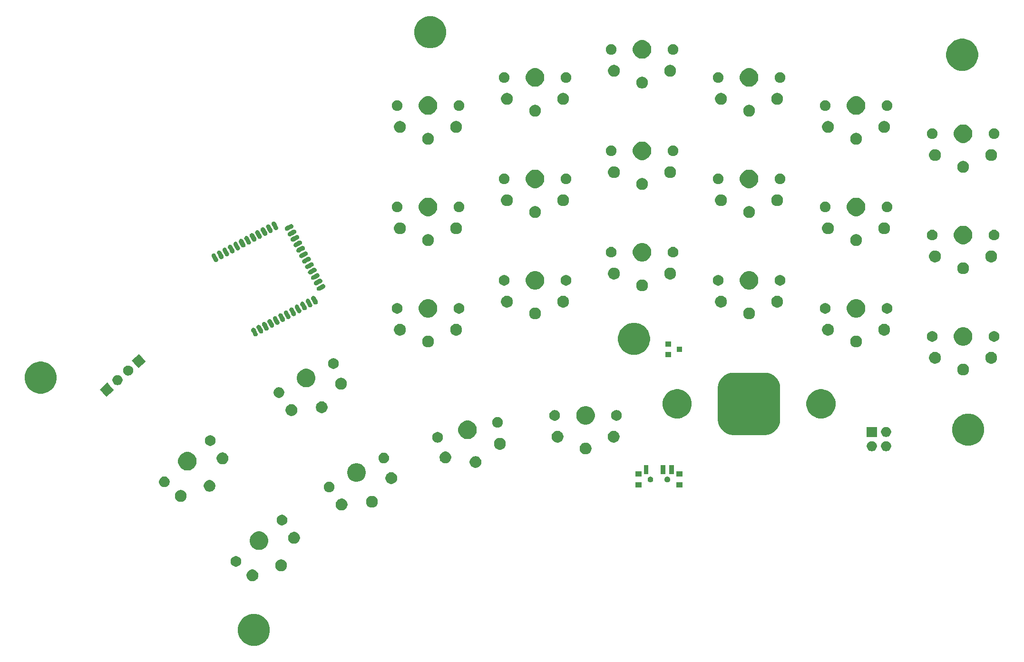
<source format=gts>
G04 #@! TF.GenerationSoftware,KiCad,Pcbnew,(5.1.6)-1*
G04 #@! TF.CreationDate,2020-10-07T13:29:02+02:00*
G04 #@! TF.ProjectId,Mathias_ergo,4d617468-6961-4735-9f65-72676f2e6b69,rev?*
G04 #@! TF.SameCoordinates,Original*
G04 #@! TF.FileFunction,Soldermask,Top*
G04 #@! TF.FilePolarity,Negative*
%FSLAX46Y46*%
G04 Gerber Fmt 4.6, Leading zero omitted, Abs format (unit mm)*
G04 Created by KiCad (PCBNEW (5.1.6)-1) date 2020-10-07 13:29:02*
%MOMM*%
%LPD*%
G01*
G04 APERTURE LIST*
%ADD10C,0.100000*%
G04 APERTURE END LIST*
D10*
G36*
X90791314Y-169799524D02*
G01*
X90791316Y-169799525D01*
X90791317Y-169799525D01*
X91309983Y-170014364D01*
X91776768Y-170326259D01*
X92173740Y-170723231D01*
X92485637Y-171190019D01*
X92700476Y-171708686D01*
X92810000Y-172259299D01*
X92810000Y-172820701D01*
X92700476Y-173371314D01*
X92700475Y-173371317D01*
X92485636Y-173889983D01*
X92173741Y-174356768D01*
X91776768Y-174753741D01*
X91309983Y-175065636D01*
X90791317Y-175280475D01*
X90791316Y-175280475D01*
X90791314Y-175280476D01*
X90240701Y-175390000D01*
X89679299Y-175390000D01*
X89128686Y-175280476D01*
X89128684Y-175280475D01*
X89128683Y-175280475D01*
X88610017Y-175065636D01*
X88143232Y-174753741D01*
X87746259Y-174356768D01*
X87434364Y-173889983D01*
X87219525Y-173371317D01*
X87219524Y-173371314D01*
X87110000Y-172820701D01*
X87110000Y-172259299D01*
X87219524Y-171708686D01*
X87434363Y-171190019D01*
X87746260Y-170723231D01*
X88143232Y-170326259D01*
X88610017Y-170014364D01*
X89128683Y-169799525D01*
X89128684Y-169799525D01*
X89128686Y-169799524D01*
X89679299Y-169690000D01*
X90240701Y-169690000D01*
X90791314Y-169799524D01*
G37*
G36*
X89999017Y-161814825D02*
G01*
X90190105Y-161893977D01*
X90362079Y-162008886D01*
X90508332Y-162155139D01*
X90623241Y-162327113D01*
X90702393Y-162518201D01*
X90742743Y-162721059D01*
X90742743Y-162927891D01*
X90702393Y-163130749D01*
X90623241Y-163321837D01*
X90508332Y-163493811D01*
X90362079Y-163640064D01*
X90190105Y-163754973D01*
X89999017Y-163834125D01*
X89796159Y-163874475D01*
X89589327Y-163874475D01*
X89386469Y-163834125D01*
X89195381Y-163754973D01*
X89023407Y-163640064D01*
X88877154Y-163493811D01*
X88762245Y-163321837D01*
X88683093Y-163130749D01*
X88642743Y-162927891D01*
X88642743Y-162721059D01*
X88683093Y-162518201D01*
X88762245Y-162327113D01*
X88877154Y-162155139D01*
X89023407Y-162008886D01*
X89195381Y-161893977D01*
X89386469Y-161814825D01*
X89589327Y-161774475D01*
X89796159Y-161774475D01*
X89999017Y-161814825D01*
G37*
G36*
X95119916Y-160029776D02*
G01*
X95311004Y-160108928D01*
X95482978Y-160223837D01*
X95629231Y-160370090D01*
X95744140Y-160542064D01*
X95823292Y-160733152D01*
X95863642Y-160936010D01*
X95863642Y-161142842D01*
X95823292Y-161345700D01*
X95744140Y-161536788D01*
X95629231Y-161708762D01*
X95482978Y-161855015D01*
X95311004Y-161969924D01*
X95119916Y-162049076D01*
X94917058Y-162089426D01*
X94710226Y-162089426D01*
X94507368Y-162049076D01*
X94316280Y-161969924D01*
X94144306Y-161855015D01*
X93998053Y-161708762D01*
X93883144Y-161536788D01*
X93803992Y-161345700D01*
X93763642Y-161142842D01*
X93763642Y-160936010D01*
X93803992Y-160733152D01*
X93883144Y-160542064D01*
X93998053Y-160370090D01*
X94144306Y-160223837D01*
X94316280Y-160108928D01*
X94507368Y-160029776D01*
X94710226Y-159989426D01*
X94917058Y-159989426D01*
X95119916Y-160029776D01*
G37*
G36*
X87055579Y-159421598D02*
G01*
X87228468Y-159493211D01*
X87384064Y-159597177D01*
X87516387Y-159729500D01*
X87620353Y-159885096D01*
X87691966Y-160057985D01*
X87728474Y-160241523D01*
X87728474Y-160428657D01*
X87691966Y-160612195D01*
X87620353Y-160785084D01*
X87516387Y-160940680D01*
X87384064Y-161073003D01*
X87228468Y-161176969D01*
X87055579Y-161248582D01*
X86872041Y-161285090D01*
X86684907Y-161285090D01*
X86501369Y-161248582D01*
X86328480Y-161176969D01*
X86172884Y-161073003D01*
X86040561Y-160940680D01*
X85936595Y-160785084D01*
X85864982Y-160612195D01*
X85828474Y-160428657D01*
X85828474Y-160241523D01*
X85864982Y-160057985D01*
X85936595Y-159885096D01*
X86040561Y-159729500D01*
X86172884Y-159597177D01*
X86328480Y-159493211D01*
X86501369Y-159421598D01*
X86684907Y-159385090D01*
X86872041Y-159385090D01*
X87055579Y-159421598D01*
G37*
G36*
X91347058Y-155068280D02*
G01*
X91647339Y-155192661D01*
X91917585Y-155373233D01*
X92147410Y-155603058D01*
X92327982Y-155873304D01*
X92452363Y-156173585D01*
X92515771Y-156492361D01*
X92515771Y-156817383D01*
X92452363Y-157136159D01*
X92327982Y-157436440D01*
X92147410Y-157706686D01*
X91917585Y-157936511D01*
X91647339Y-158117083D01*
X91347058Y-158241464D01*
X91028282Y-158304872D01*
X90703260Y-158304872D01*
X90384484Y-158241464D01*
X90084203Y-158117083D01*
X89813957Y-157936511D01*
X89584132Y-157706686D01*
X89403560Y-157436440D01*
X89279179Y-157136159D01*
X89215771Y-156817383D01*
X89215771Y-156492361D01*
X89279179Y-156173585D01*
X89403560Y-155873304D01*
X89584132Y-155603058D01*
X89813957Y-155373233D01*
X90084203Y-155192661D01*
X90384484Y-155068280D01*
X90703260Y-155004872D01*
X91028282Y-155004872D01*
X91347058Y-155068280D01*
G37*
G36*
X97430465Y-155123519D02*
G01*
X97621553Y-155202671D01*
X97793527Y-155317580D01*
X97939780Y-155463833D01*
X98054689Y-155635807D01*
X98133841Y-155826895D01*
X98174191Y-156029753D01*
X98174191Y-156236585D01*
X98133841Y-156439443D01*
X98054689Y-156630531D01*
X97939780Y-156802505D01*
X97793527Y-156948758D01*
X97621553Y-157063667D01*
X97430465Y-157142819D01*
X97227607Y-157183169D01*
X97020775Y-157183169D01*
X96817917Y-157142819D01*
X96626829Y-157063667D01*
X96454855Y-156948758D01*
X96308602Y-156802505D01*
X96193693Y-156630531D01*
X96114541Y-156439443D01*
X96074191Y-156236585D01*
X96074191Y-156029753D01*
X96114541Y-155826895D01*
X96193693Y-155635807D01*
X96308602Y-155463833D01*
X96454855Y-155317580D01*
X96626829Y-155202671D01*
X96817917Y-155123519D01*
X97020775Y-155083169D01*
X97227607Y-155083169D01*
X97430465Y-155123519D01*
G37*
G36*
X95230173Y-152061162D02*
G01*
X95403062Y-152132775D01*
X95558658Y-152236741D01*
X95690981Y-152369064D01*
X95794947Y-152524660D01*
X95866560Y-152697549D01*
X95903068Y-152881087D01*
X95903068Y-153068221D01*
X95866560Y-153251759D01*
X95794947Y-153424648D01*
X95690981Y-153580244D01*
X95558658Y-153712567D01*
X95403062Y-153816533D01*
X95230173Y-153888146D01*
X95046635Y-153924654D01*
X94859501Y-153924654D01*
X94675963Y-153888146D01*
X94503074Y-153816533D01*
X94347478Y-153712567D01*
X94215155Y-153580244D01*
X94111189Y-153424648D01*
X94039576Y-153251759D01*
X94003068Y-153068221D01*
X94003068Y-152881087D01*
X94039576Y-152697549D01*
X94111189Y-152524660D01*
X94215155Y-152369064D01*
X94347478Y-152236741D01*
X94503074Y-152132775D01*
X94675963Y-152061162D01*
X94859501Y-152024654D01*
X95046635Y-152024654D01*
X95230173Y-152061162D01*
G37*
G36*
X105891670Y-149198921D02*
G01*
X106082758Y-149278073D01*
X106254732Y-149392982D01*
X106400985Y-149539235D01*
X106515894Y-149711209D01*
X106595046Y-149902297D01*
X106635396Y-150105155D01*
X106635396Y-150311987D01*
X106595046Y-150514845D01*
X106515894Y-150705933D01*
X106400985Y-150877907D01*
X106254732Y-151024160D01*
X106082758Y-151139069D01*
X105891670Y-151218221D01*
X105688812Y-151258571D01*
X105481980Y-151258571D01*
X105279122Y-151218221D01*
X105088034Y-151139069D01*
X104916060Y-151024160D01*
X104769807Y-150877907D01*
X104654898Y-150705933D01*
X104575746Y-150514845D01*
X104535396Y-150311987D01*
X104535396Y-150105155D01*
X104575746Y-149902297D01*
X104654898Y-149711209D01*
X104769807Y-149539235D01*
X104916060Y-149392982D01*
X105088034Y-149278073D01*
X105279122Y-149198921D01*
X105481980Y-149158571D01*
X105688812Y-149158571D01*
X105891670Y-149198921D01*
G37*
G36*
X111292298Y-148705753D02*
G01*
X111483386Y-148784905D01*
X111655360Y-148899814D01*
X111801613Y-149046067D01*
X111916522Y-149218041D01*
X111995674Y-149409129D01*
X112036024Y-149611987D01*
X112036024Y-149818819D01*
X111995674Y-150021677D01*
X111916522Y-150212765D01*
X111801613Y-150384739D01*
X111655360Y-150530992D01*
X111483386Y-150645901D01*
X111292298Y-150725053D01*
X111089440Y-150765403D01*
X110882608Y-150765403D01*
X110679750Y-150725053D01*
X110488662Y-150645901D01*
X110316688Y-150530992D01*
X110170435Y-150384739D01*
X110055526Y-150212765D01*
X109976374Y-150021677D01*
X109936024Y-149818819D01*
X109936024Y-149611987D01*
X109976374Y-149409129D01*
X110055526Y-149218041D01*
X110170435Y-149046067D01*
X110316688Y-148899814D01*
X110488662Y-148784905D01*
X110679750Y-148705753D01*
X110882608Y-148665403D01*
X111089440Y-148665403D01*
X111292298Y-148705753D01*
G37*
G36*
X77252079Y-147657916D02*
G01*
X77443167Y-147737068D01*
X77615141Y-147851977D01*
X77761394Y-147998230D01*
X77876303Y-148170204D01*
X77955455Y-148361292D01*
X77995805Y-148564150D01*
X77995805Y-148770982D01*
X77955455Y-148973840D01*
X77876303Y-149164928D01*
X77761394Y-149336902D01*
X77615141Y-149483155D01*
X77443167Y-149598064D01*
X77252079Y-149677216D01*
X77049221Y-149717566D01*
X76842389Y-149717566D01*
X76639531Y-149677216D01*
X76448443Y-149598064D01*
X76276469Y-149483155D01*
X76130216Y-149336902D01*
X76015307Y-149164928D01*
X75936155Y-148973840D01*
X75895805Y-148770982D01*
X75895805Y-148564150D01*
X75936155Y-148361292D01*
X76015307Y-148170204D01*
X76130216Y-147998230D01*
X76276469Y-147851977D01*
X76448443Y-147737068D01*
X76639531Y-147657916D01*
X76842389Y-147617566D01*
X77049221Y-147617566D01*
X77252079Y-147657916D01*
G37*
G36*
X103637035Y-146174614D02*
G01*
X103809924Y-146246227D01*
X103965520Y-146350193D01*
X104097843Y-146482516D01*
X104201809Y-146638112D01*
X104273422Y-146811001D01*
X104309930Y-146994539D01*
X104309930Y-147181673D01*
X104273422Y-147365211D01*
X104201809Y-147538100D01*
X104097843Y-147693696D01*
X103965520Y-147826019D01*
X103809924Y-147929985D01*
X103637035Y-148001598D01*
X103453497Y-148038106D01*
X103266363Y-148038106D01*
X103082825Y-148001598D01*
X102909936Y-147929985D01*
X102754340Y-147826019D01*
X102622017Y-147693696D01*
X102518051Y-147538100D01*
X102446438Y-147365211D01*
X102409930Y-147181673D01*
X102409930Y-146994539D01*
X102446438Y-146811001D01*
X102518051Y-146638112D01*
X102622017Y-146482516D01*
X102754340Y-146350193D01*
X102909936Y-146246227D01*
X103082825Y-146174614D01*
X103266363Y-146138106D01*
X103453497Y-146138106D01*
X103637035Y-146174614D01*
G37*
G36*
X82372978Y-145872867D02*
G01*
X82564066Y-145952019D01*
X82736040Y-146066928D01*
X82882293Y-146213181D01*
X82997202Y-146385155D01*
X83076354Y-146576243D01*
X83116704Y-146779101D01*
X83116704Y-146985933D01*
X83076354Y-147188791D01*
X82997202Y-147379879D01*
X82882293Y-147551853D01*
X82736040Y-147698106D01*
X82564066Y-147813015D01*
X82372978Y-147892167D01*
X82170120Y-147932517D01*
X81963288Y-147932517D01*
X81760430Y-147892167D01*
X81569342Y-147813015D01*
X81397368Y-147698106D01*
X81251115Y-147551853D01*
X81136206Y-147379879D01*
X81057054Y-147188791D01*
X81016704Y-146985933D01*
X81016704Y-146779101D01*
X81057054Y-146576243D01*
X81136206Y-146385155D01*
X81251115Y-146213181D01*
X81397368Y-146066928D01*
X81569342Y-145952019D01*
X81760430Y-145872867D01*
X81963288Y-145832517D01*
X82170120Y-145832517D01*
X82372978Y-145872867D01*
G37*
G36*
X166252000Y-147147500D02*
G01*
X165152000Y-147147500D01*
X165152000Y-146247500D01*
X166252000Y-146247500D01*
X166252000Y-147147500D01*
G37*
G36*
X158952000Y-147147500D02*
G01*
X157852000Y-147147500D01*
X157852000Y-146247500D01*
X158952000Y-146247500D01*
X158952000Y-147147500D01*
G37*
G36*
X74308641Y-145264689D02*
G01*
X74481530Y-145336302D01*
X74637126Y-145440268D01*
X74769449Y-145572591D01*
X74873415Y-145728187D01*
X74945028Y-145901076D01*
X74981536Y-146084614D01*
X74981536Y-146271748D01*
X74945028Y-146455286D01*
X74873415Y-146628175D01*
X74769449Y-146783771D01*
X74637126Y-146916094D01*
X74481530Y-147020060D01*
X74308641Y-147091673D01*
X74125103Y-147128181D01*
X73937969Y-147128181D01*
X73754431Y-147091673D01*
X73581542Y-147020060D01*
X73425946Y-146916094D01*
X73293623Y-146783771D01*
X73189657Y-146628175D01*
X73118044Y-146455286D01*
X73081536Y-146271748D01*
X73081536Y-146084614D01*
X73118044Y-145901076D01*
X73189657Y-145728187D01*
X73293623Y-145572591D01*
X73425946Y-145440268D01*
X73581542Y-145336302D01*
X73754431Y-145264689D01*
X73937969Y-145228181D01*
X74125103Y-145228181D01*
X74308641Y-145264689D01*
G37*
G36*
X114721146Y-144504205D02*
G01*
X114912234Y-144583357D01*
X115084208Y-144698266D01*
X115230461Y-144844519D01*
X115345370Y-145016493D01*
X115424522Y-145207581D01*
X115464872Y-145410439D01*
X115464872Y-145617271D01*
X115424522Y-145820129D01*
X115345370Y-146011217D01*
X115230461Y-146183191D01*
X115084208Y-146329444D01*
X114912234Y-146444353D01*
X114721146Y-146523505D01*
X114518288Y-146563855D01*
X114311456Y-146563855D01*
X114108598Y-146523505D01*
X113917510Y-146444353D01*
X113745536Y-146329444D01*
X113599283Y-146183191D01*
X113484374Y-146011217D01*
X113405222Y-145820129D01*
X113364872Y-145617271D01*
X113364872Y-145410439D01*
X113405222Y-145207581D01*
X113484374Y-145016493D01*
X113599283Y-144844519D01*
X113745536Y-144698266D01*
X113917510Y-144583357D01*
X114108598Y-144504205D01*
X114311456Y-144463855D01*
X114518288Y-144463855D01*
X114721146Y-144504205D01*
G37*
G36*
X160697842Y-145251714D02*
G01*
X160697844Y-145251715D01*
X160697845Y-145251715D01*
X160784433Y-145287581D01*
X160788841Y-145289407D01*
X160870730Y-145344123D01*
X160940377Y-145413770D01*
X160995093Y-145495659D01*
X160995094Y-145495661D01*
X161020844Y-145557826D01*
X161032786Y-145586658D01*
X161052000Y-145683252D01*
X161052000Y-145781748D01*
X161032786Y-145878342D01*
X160995093Y-145969341D01*
X160940377Y-146051230D01*
X160870730Y-146120877D01*
X160788841Y-146175593D01*
X160788840Y-146175594D01*
X160788839Y-146175594D01*
X160697845Y-146213285D01*
X160697844Y-146213285D01*
X160697842Y-146213286D01*
X160601248Y-146232500D01*
X160502752Y-146232500D01*
X160406158Y-146213286D01*
X160406156Y-146213285D01*
X160406155Y-146213285D01*
X160315161Y-146175594D01*
X160315160Y-146175594D01*
X160315159Y-146175593D01*
X160233270Y-146120877D01*
X160163623Y-146051230D01*
X160108907Y-145969341D01*
X160071214Y-145878342D01*
X160052000Y-145781748D01*
X160052000Y-145683252D01*
X160071214Y-145586658D01*
X160083157Y-145557826D01*
X160108906Y-145495661D01*
X160108907Y-145495659D01*
X160163623Y-145413770D01*
X160233270Y-145344123D01*
X160315159Y-145289407D01*
X160319567Y-145287581D01*
X160406155Y-145251715D01*
X160406156Y-145251715D01*
X160406158Y-145251714D01*
X160502752Y-145232500D01*
X160601248Y-145232500D01*
X160697842Y-145251714D01*
G37*
G36*
X163697842Y-145251714D02*
G01*
X163697844Y-145251715D01*
X163697845Y-145251715D01*
X163784433Y-145287581D01*
X163788841Y-145289407D01*
X163870730Y-145344123D01*
X163940377Y-145413770D01*
X163995093Y-145495659D01*
X163995094Y-145495661D01*
X164020844Y-145557826D01*
X164032786Y-145586658D01*
X164052000Y-145683252D01*
X164052000Y-145781748D01*
X164032786Y-145878342D01*
X163995093Y-145969341D01*
X163940377Y-146051230D01*
X163870730Y-146120877D01*
X163788841Y-146175593D01*
X163788840Y-146175594D01*
X163788839Y-146175594D01*
X163697845Y-146213285D01*
X163697844Y-146213285D01*
X163697842Y-146213286D01*
X163601248Y-146232500D01*
X163502752Y-146232500D01*
X163406158Y-146213286D01*
X163406156Y-146213285D01*
X163406155Y-146213285D01*
X163315161Y-146175594D01*
X163315160Y-146175594D01*
X163315159Y-146175593D01*
X163233270Y-146120877D01*
X163163623Y-146051230D01*
X163108907Y-145969341D01*
X163071214Y-145878342D01*
X163052000Y-145781748D01*
X163052000Y-145683252D01*
X163071214Y-145586658D01*
X163083157Y-145557826D01*
X163108906Y-145495661D01*
X163108907Y-145495659D01*
X163163623Y-145413770D01*
X163233270Y-145344123D01*
X163315159Y-145289407D01*
X163319567Y-145287581D01*
X163406155Y-145251715D01*
X163406156Y-145251715D01*
X163406158Y-145251714D01*
X163502752Y-145232500D01*
X163601248Y-145232500D01*
X163697842Y-145251714D01*
G37*
G36*
X108697429Y-142919420D02*
G01*
X108997710Y-143043801D01*
X109267956Y-143224373D01*
X109497781Y-143454198D01*
X109678353Y-143724444D01*
X109802734Y-144024725D01*
X109866142Y-144343501D01*
X109866142Y-144668523D01*
X109802734Y-144987299D01*
X109678353Y-145287580D01*
X109497781Y-145557826D01*
X109267956Y-145787651D01*
X108997710Y-145968223D01*
X108697429Y-146092604D01*
X108378653Y-146156012D01*
X108053631Y-146156012D01*
X107734855Y-146092604D01*
X107434574Y-145968223D01*
X107164328Y-145787651D01*
X106934503Y-145557826D01*
X106753931Y-145287580D01*
X106629550Y-144987299D01*
X106566142Y-144668523D01*
X106566142Y-144343501D01*
X106629550Y-144024725D01*
X106753931Y-143724444D01*
X106934503Y-143454198D01*
X107164328Y-143224373D01*
X107434574Y-143043801D01*
X107734855Y-142919420D01*
X108053631Y-142856012D01*
X108378653Y-142856012D01*
X108697429Y-142919420D01*
G37*
G36*
X166252000Y-145217500D02*
G01*
X165152000Y-145217500D01*
X165152000Y-144317500D01*
X166252000Y-144317500D01*
X166252000Y-145217500D01*
G37*
G36*
X158952000Y-145217500D02*
G01*
X157852000Y-145217500D01*
X157852000Y-144317500D01*
X158952000Y-144317500D01*
X158952000Y-145217500D01*
G37*
G36*
X164702000Y-144782500D02*
G01*
X163902000Y-144782500D01*
X163902000Y-143182500D01*
X164702000Y-143182500D01*
X164702000Y-144782500D01*
G37*
G36*
X163202000Y-144782500D02*
G01*
X162402000Y-144782500D01*
X162402000Y-143182500D01*
X163202000Y-143182500D01*
X163202000Y-144782500D01*
G37*
G36*
X160202000Y-144782500D02*
G01*
X159402000Y-144782500D01*
X159402000Y-143182500D01*
X160202000Y-143182500D01*
X160202000Y-144782500D01*
G37*
G36*
X78600120Y-140911371D02*
G01*
X78900401Y-141035752D01*
X79170647Y-141216324D01*
X79400472Y-141446149D01*
X79581044Y-141716395D01*
X79705425Y-142016676D01*
X79768833Y-142335452D01*
X79768833Y-142660474D01*
X79705425Y-142979250D01*
X79581044Y-143279531D01*
X79400472Y-143549777D01*
X79170647Y-143779602D01*
X78900401Y-143960174D01*
X78600120Y-144084555D01*
X78281344Y-144147963D01*
X77956322Y-144147963D01*
X77637546Y-144084555D01*
X77337265Y-143960174D01*
X77067019Y-143779602D01*
X76837194Y-143549777D01*
X76656622Y-143279531D01*
X76532241Y-142979250D01*
X76468833Y-142660474D01*
X76468833Y-142335452D01*
X76532241Y-142016676D01*
X76656622Y-141716395D01*
X76837194Y-141446149D01*
X77067019Y-141216324D01*
X77337265Y-141035752D01*
X77637546Y-140911371D01*
X77956322Y-140847963D01*
X78281344Y-140847963D01*
X78600120Y-140911371D01*
G37*
G36*
X129723821Y-141630554D02*
G01*
X129914909Y-141709706D01*
X130086883Y-141824615D01*
X130233136Y-141970868D01*
X130348045Y-142142842D01*
X130427197Y-142333930D01*
X130467547Y-142536788D01*
X130467547Y-142743620D01*
X130427197Y-142946478D01*
X130348045Y-143137566D01*
X130233136Y-143309540D01*
X130086883Y-143455793D01*
X129914909Y-143570702D01*
X129723821Y-143649854D01*
X129520963Y-143690204D01*
X129314131Y-143690204D01*
X129111273Y-143649854D01*
X128920185Y-143570702D01*
X128748211Y-143455793D01*
X128601958Y-143309540D01*
X128487049Y-143137566D01*
X128407897Y-142946478D01*
X128367547Y-142743620D01*
X128367547Y-142536788D01*
X128407897Y-142333930D01*
X128487049Y-142142842D01*
X128601958Y-141970868D01*
X128748211Y-141824615D01*
X128920185Y-141709706D01*
X129111273Y-141630554D01*
X129314131Y-141590204D01*
X129520963Y-141590204D01*
X129723821Y-141630554D01*
G37*
G36*
X84683527Y-140966610D02*
G01*
X84874615Y-141045762D01*
X85046589Y-141160671D01*
X85192842Y-141306924D01*
X85307751Y-141478898D01*
X85386903Y-141669986D01*
X85427253Y-141872844D01*
X85427253Y-142079676D01*
X85386903Y-142282534D01*
X85307751Y-142473622D01*
X85192842Y-142645596D01*
X85046589Y-142791849D01*
X84874615Y-142906758D01*
X84683527Y-142985910D01*
X84480669Y-143026260D01*
X84273837Y-143026260D01*
X84070979Y-142985910D01*
X83879891Y-142906758D01*
X83707917Y-142791849D01*
X83561664Y-142645596D01*
X83446755Y-142473622D01*
X83367603Y-142282534D01*
X83327253Y-142079676D01*
X83327253Y-141872844D01*
X83367603Y-141669986D01*
X83446755Y-141478898D01*
X83561664Y-141306924D01*
X83707917Y-141160671D01*
X83879891Y-141045762D01*
X84070979Y-140966610D01*
X84273837Y-140926260D01*
X84480669Y-140926260D01*
X84683527Y-140966610D01*
G37*
G36*
X113349459Y-141010426D02*
G01*
X113522348Y-141082039D01*
X113677944Y-141186005D01*
X113810267Y-141318328D01*
X113914233Y-141473924D01*
X113985846Y-141646813D01*
X114022354Y-141830351D01*
X114022354Y-142017485D01*
X113985846Y-142201023D01*
X113914233Y-142373912D01*
X113810267Y-142529508D01*
X113677944Y-142661831D01*
X113522348Y-142765797D01*
X113349459Y-142837410D01*
X113165921Y-142873918D01*
X112978787Y-142873918D01*
X112795249Y-142837410D01*
X112622360Y-142765797D01*
X112466764Y-142661831D01*
X112334441Y-142529508D01*
X112230475Y-142373912D01*
X112158862Y-142201023D01*
X112122354Y-142017485D01*
X112122354Y-141830351D01*
X112158862Y-141646813D01*
X112230475Y-141473924D01*
X112334441Y-141318328D01*
X112466764Y-141186005D01*
X112622360Y-141082039D01*
X112795249Y-141010426D01*
X112978787Y-140973918D01*
X113165921Y-140973918D01*
X113349459Y-141010426D01*
G37*
G36*
X124364307Y-140802542D02*
G01*
X124555395Y-140881694D01*
X124727369Y-140996603D01*
X124873622Y-141142856D01*
X124988531Y-141314830D01*
X125067683Y-141505918D01*
X125108033Y-141708776D01*
X125108033Y-141915608D01*
X125067683Y-142118466D01*
X124988531Y-142309554D01*
X124873622Y-142481528D01*
X124727369Y-142627781D01*
X124555395Y-142742690D01*
X124364307Y-142821842D01*
X124161449Y-142862192D01*
X123954617Y-142862192D01*
X123751759Y-142821842D01*
X123560671Y-142742690D01*
X123388697Y-142627781D01*
X123242444Y-142481528D01*
X123127535Y-142309554D01*
X123048383Y-142118466D01*
X123008033Y-141915608D01*
X123008033Y-141708776D01*
X123048383Y-141505918D01*
X123127535Y-141314830D01*
X123242444Y-141142856D01*
X123388697Y-140996603D01*
X123560671Y-140881694D01*
X123751759Y-140802542D01*
X123954617Y-140762192D01*
X124161449Y-140762192D01*
X124364307Y-140802542D01*
G37*
G36*
X149319495Y-139224508D02*
G01*
X149510583Y-139303660D01*
X149682557Y-139418569D01*
X149828810Y-139564822D01*
X149943719Y-139736796D01*
X150022871Y-139927884D01*
X150063221Y-140130742D01*
X150063221Y-140337574D01*
X150022871Y-140540432D01*
X149943719Y-140731520D01*
X149828810Y-140903494D01*
X149682557Y-141049747D01*
X149510583Y-141164656D01*
X149319495Y-141243808D01*
X149116637Y-141284158D01*
X148909805Y-141284158D01*
X148706947Y-141243808D01*
X148515859Y-141164656D01*
X148343885Y-141049747D01*
X148197632Y-140903494D01*
X148082723Y-140731520D01*
X148003571Y-140540432D01*
X147963221Y-140337574D01*
X147963221Y-140130742D01*
X148003571Y-139927884D01*
X148082723Y-139736796D01*
X148197632Y-139564822D01*
X148343885Y-139418569D01*
X148515859Y-139303660D01*
X148706947Y-139224508D01*
X148909805Y-139184158D01*
X149116637Y-139184158D01*
X149319495Y-139224508D01*
G37*
G36*
X202764020Y-138961586D02*
G01*
X202764022Y-138961587D01*
X202764023Y-138961587D01*
X202817990Y-138983941D01*
X202927810Y-139029430D01*
X203075217Y-139127924D01*
X203200576Y-139253283D01*
X203299070Y-139400690D01*
X203308450Y-139423335D01*
X203363260Y-139555657D01*
X203366914Y-139564480D01*
X203401500Y-139738358D01*
X203401500Y-139915642D01*
X203366914Y-140089520D01*
X203299070Y-140253310D01*
X203200576Y-140400717D01*
X203075217Y-140526076D01*
X202927810Y-140624570D01*
X202824525Y-140667352D01*
X202764023Y-140692413D01*
X202764022Y-140692413D01*
X202764020Y-140692414D01*
X202590142Y-140727000D01*
X202412858Y-140727000D01*
X202238980Y-140692414D01*
X202238978Y-140692413D01*
X202238977Y-140692413D01*
X202178475Y-140667352D01*
X202075190Y-140624570D01*
X201927783Y-140526076D01*
X201802424Y-140400717D01*
X201703930Y-140253310D01*
X201636086Y-140089520D01*
X201601500Y-139915642D01*
X201601500Y-139738358D01*
X201636086Y-139564480D01*
X201639741Y-139555657D01*
X201694550Y-139423335D01*
X201703930Y-139400690D01*
X201802424Y-139253283D01*
X201927783Y-139127924D01*
X202075190Y-139029430D01*
X202185010Y-138983941D01*
X202238977Y-138961587D01*
X202238978Y-138961587D01*
X202238980Y-138961586D01*
X202412858Y-138927000D01*
X202590142Y-138927000D01*
X202764020Y-138961586D01*
G37*
G36*
X200224020Y-138961586D02*
G01*
X200224022Y-138961587D01*
X200224023Y-138961587D01*
X200277990Y-138983941D01*
X200387810Y-139029430D01*
X200535217Y-139127924D01*
X200660576Y-139253283D01*
X200759070Y-139400690D01*
X200768450Y-139423335D01*
X200823260Y-139555657D01*
X200826914Y-139564480D01*
X200861500Y-139738358D01*
X200861500Y-139915642D01*
X200826914Y-140089520D01*
X200759070Y-140253310D01*
X200660576Y-140400717D01*
X200535217Y-140526076D01*
X200387810Y-140624570D01*
X200284525Y-140667352D01*
X200224023Y-140692413D01*
X200224022Y-140692413D01*
X200224020Y-140692414D01*
X200050142Y-140727000D01*
X199872858Y-140727000D01*
X199698980Y-140692414D01*
X199698978Y-140692413D01*
X199698977Y-140692413D01*
X199638475Y-140667352D01*
X199535190Y-140624570D01*
X199387783Y-140526076D01*
X199262424Y-140400717D01*
X199163930Y-140253310D01*
X199096086Y-140089520D01*
X199061500Y-139915642D01*
X199061500Y-139738358D01*
X199096086Y-139564480D01*
X199099741Y-139555657D01*
X199154550Y-139423335D01*
X199163930Y-139400690D01*
X199262424Y-139253283D01*
X199387783Y-139127924D01*
X199535190Y-139029430D01*
X199645010Y-138983941D01*
X199698977Y-138961587D01*
X199698978Y-138961587D01*
X199698980Y-138961586D01*
X199872858Y-138927000D01*
X200050142Y-138927000D01*
X200224020Y-138961586D01*
G37*
G36*
X134067264Y-138383323D02*
G01*
X134258352Y-138462475D01*
X134430326Y-138577384D01*
X134576579Y-138723637D01*
X134691488Y-138895611D01*
X134770640Y-139086699D01*
X134810990Y-139289557D01*
X134810990Y-139496389D01*
X134770640Y-139699247D01*
X134691488Y-139890335D01*
X134576579Y-140062309D01*
X134430326Y-140208562D01*
X134258352Y-140323471D01*
X134067264Y-140402623D01*
X133864406Y-140442973D01*
X133657574Y-140442973D01*
X133454716Y-140402623D01*
X133263628Y-140323471D01*
X133091654Y-140208562D01*
X132945401Y-140062309D01*
X132830492Y-139890335D01*
X132751340Y-139699247D01*
X132710990Y-139496389D01*
X132710990Y-139289557D01*
X132751340Y-139086699D01*
X132830492Y-138895611D01*
X132945401Y-138723637D01*
X133091654Y-138577384D01*
X133263628Y-138462475D01*
X133454716Y-138383323D01*
X133657574Y-138342973D01*
X133864406Y-138342973D01*
X134067264Y-138383323D01*
G37*
G36*
X82483235Y-137904253D02*
G01*
X82656124Y-137975866D01*
X82811720Y-138079832D01*
X82944043Y-138212155D01*
X83048009Y-138367751D01*
X83119622Y-138540640D01*
X83156130Y-138724178D01*
X83156130Y-138911312D01*
X83119622Y-139094850D01*
X83048009Y-139267739D01*
X82944043Y-139423335D01*
X82811720Y-139555658D01*
X82656124Y-139659624D01*
X82483235Y-139731237D01*
X82299697Y-139767745D01*
X82112563Y-139767745D01*
X81929025Y-139731237D01*
X81756136Y-139659624D01*
X81600540Y-139555658D01*
X81468217Y-139423335D01*
X81364251Y-139267739D01*
X81292638Y-139094850D01*
X81256130Y-138911312D01*
X81256130Y-138724178D01*
X81292638Y-138540640D01*
X81364251Y-138367751D01*
X81468217Y-138212155D01*
X81600540Y-138079832D01*
X81756136Y-137975866D01*
X81929025Y-137904253D01*
X82112563Y-137867745D01*
X82299697Y-137867745D01*
X82483235Y-137904253D01*
G37*
G36*
X217951314Y-134149524D02*
G01*
X217951316Y-134149525D01*
X217951317Y-134149525D01*
X218004724Y-134171647D01*
X218360265Y-134318917D01*
X218469983Y-134364364D01*
X218936768Y-134676259D01*
X219333741Y-135073232D01*
X219587660Y-135453249D01*
X219645637Y-135540019D01*
X219734625Y-135754855D01*
X219850617Y-136034883D01*
X219860476Y-136058686D01*
X219970000Y-136609299D01*
X219970000Y-137170701D01*
X219862068Y-137713309D01*
X219860475Y-137721317D01*
X219802733Y-137860717D01*
X219681889Y-138152462D01*
X219645636Y-138239983D01*
X219333741Y-138706768D01*
X218936768Y-139103741D01*
X218469983Y-139415636D01*
X218469982Y-139415637D01*
X218469981Y-139415637D01*
X218255145Y-139504625D01*
X217951317Y-139630475D01*
X217951316Y-139630475D01*
X217951314Y-139630476D01*
X217400701Y-139740000D01*
X216839299Y-139740000D01*
X216288686Y-139630476D01*
X216288684Y-139630475D01*
X216288683Y-139630475D01*
X215984855Y-139504625D01*
X215770019Y-139415637D01*
X215770018Y-139415637D01*
X215770017Y-139415636D01*
X215303232Y-139103741D01*
X214906259Y-138706768D01*
X214594364Y-138239983D01*
X214558112Y-138152462D01*
X214437267Y-137860717D01*
X214379525Y-137721317D01*
X214377932Y-137713309D01*
X214270000Y-137170701D01*
X214270000Y-136609299D01*
X214379524Y-136058686D01*
X214389384Y-136034883D01*
X214505375Y-135754855D01*
X214594363Y-135540019D01*
X214652341Y-135453249D01*
X214906259Y-135073232D01*
X215303232Y-134676259D01*
X215770017Y-134364364D01*
X215879736Y-134318917D01*
X216235276Y-134171647D01*
X216288683Y-134149525D01*
X216288684Y-134149525D01*
X216288686Y-134149524D01*
X216839299Y-134040000D01*
X217400701Y-134040000D01*
X217951314Y-134149524D01*
G37*
G36*
X122930687Y-137332537D02*
G01*
X123103576Y-137404150D01*
X123259172Y-137508116D01*
X123391495Y-137640439D01*
X123495461Y-137796035D01*
X123567074Y-137968924D01*
X123603582Y-138152462D01*
X123603582Y-138339596D01*
X123567074Y-138523134D01*
X123495461Y-138696023D01*
X123391495Y-138851619D01*
X123259172Y-138983942D01*
X123103576Y-139087908D01*
X122930687Y-139159521D01*
X122747149Y-139196029D01*
X122560015Y-139196029D01*
X122376477Y-139159521D01*
X122203588Y-139087908D01*
X122047992Y-138983942D01*
X121915669Y-138851619D01*
X121811703Y-138696023D01*
X121740090Y-138523134D01*
X121703582Y-138339596D01*
X121703582Y-138152462D01*
X121740090Y-137968924D01*
X121811703Y-137796035D01*
X121915669Y-137640439D01*
X122047992Y-137508116D01*
X122203588Y-137404150D01*
X122376477Y-137332537D01*
X122560015Y-137296029D01*
X122747149Y-137296029D01*
X122930687Y-137332537D01*
G37*
G36*
X154319495Y-137124508D02*
G01*
X154510583Y-137203660D01*
X154682557Y-137318569D01*
X154828810Y-137464822D01*
X154943719Y-137636796D01*
X155022871Y-137827884D01*
X155063221Y-138030742D01*
X155063221Y-138237574D01*
X155022871Y-138440432D01*
X154943719Y-138631520D01*
X154828810Y-138803494D01*
X154682557Y-138949747D01*
X154510583Y-139064656D01*
X154319495Y-139143808D01*
X154116637Y-139184158D01*
X153909805Y-139184158D01*
X153706947Y-139143808D01*
X153515859Y-139064656D01*
X153343885Y-138949747D01*
X153197632Y-138803494D01*
X153082723Y-138631520D01*
X153003571Y-138440432D01*
X152963221Y-138237574D01*
X152963221Y-138030742D01*
X153003571Y-137827884D01*
X153082723Y-137636796D01*
X153197632Y-137464822D01*
X153343885Y-137318569D01*
X153515859Y-137203660D01*
X153706947Y-137124508D01*
X153909805Y-137084158D01*
X154116637Y-137084158D01*
X154319495Y-137124508D01*
G37*
G36*
X144319495Y-137124508D02*
G01*
X144510583Y-137203660D01*
X144682557Y-137318569D01*
X144828810Y-137464822D01*
X144943719Y-137636796D01*
X145022871Y-137827884D01*
X145063221Y-138030742D01*
X145063221Y-138237574D01*
X145022871Y-138440432D01*
X144943719Y-138631520D01*
X144828810Y-138803494D01*
X144682557Y-138949747D01*
X144510583Y-139064656D01*
X144319495Y-139143808D01*
X144116637Y-139184158D01*
X143909805Y-139184158D01*
X143706947Y-139143808D01*
X143515859Y-139064656D01*
X143343885Y-138949747D01*
X143197632Y-138803494D01*
X143082723Y-138631520D01*
X143003571Y-138440432D01*
X142963221Y-138237574D01*
X142963221Y-138030742D01*
X143003571Y-137827884D01*
X143082723Y-137636796D01*
X143197632Y-137464822D01*
X143343885Y-137318569D01*
X143515859Y-137203660D01*
X143706947Y-137124508D01*
X143909805Y-137084158D01*
X144116637Y-137084158D01*
X144319495Y-137124508D01*
G37*
G36*
X128471495Y-135328867D02*
G01*
X128771776Y-135453248D01*
X129042022Y-135633820D01*
X129271847Y-135863645D01*
X129452419Y-136133891D01*
X129576800Y-136434172D01*
X129640208Y-136752948D01*
X129640208Y-137077970D01*
X129576800Y-137396746D01*
X129452419Y-137697027D01*
X129271847Y-137967273D01*
X129042022Y-138197098D01*
X128771776Y-138377670D01*
X128471495Y-138502051D01*
X128152719Y-138565459D01*
X127827697Y-138565459D01*
X127508921Y-138502051D01*
X127208640Y-138377670D01*
X126938394Y-138197098D01*
X126708569Y-137967273D01*
X126527997Y-137697027D01*
X126403616Y-137396746D01*
X126340208Y-137077970D01*
X126340208Y-136752948D01*
X126403616Y-136434172D01*
X126527997Y-136133891D01*
X126708569Y-135863645D01*
X126938394Y-135633820D01*
X127208640Y-135453248D01*
X127508921Y-135328867D01*
X127827697Y-135265459D01*
X128152719Y-135265459D01*
X128471495Y-135328867D01*
G37*
G36*
X200861500Y-138187000D02*
G01*
X199061500Y-138187000D01*
X199061500Y-136387000D01*
X200861500Y-136387000D01*
X200861500Y-138187000D01*
G37*
G36*
X202764020Y-136421586D02*
G01*
X202764022Y-136421587D01*
X202764023Y-136421587D01*
X202824525Y-136446648D01*
X202927810Y-136489430D01*
X203075217Y-136587924D01*
X203200576Y-136713283D01*
X203299070Y-136860690D01*
X203366914Y-137024480D01*
X203401500Y-137198358D01*
X203401500Y-137375642D01*
X203366914Y-137549520D01*
X203299070Y-137713310D01*
X203200576Y-137860717D01*
X203075217Y-137986076D01*
X202927810Y-138084570D01*
X202824525Y-138127352D01*
X202764023Y-138152413D01*
X202764022Y-138152413D01*
X202764020Y-138152414D01*
X202590142Y-138187000D01*
X202412858Y-138187000D01*
X202238980Y-138152414D01*
X202238978Y-138152413D01*
X202238977Y-138152413D01*
X202178475Y-138127352D01*
X202075190Y-138084570D01*
X201927783Y-137986076D01*
X201802424Y-137860717D01*
X201703930Y-137713310D01*
X201636086Y-137549520D01*
X201601500Y-137375642D01*
X201601500Y-137198358D01*
X201636086Y-137024480D01*
X201703930Y-136860690D01*
X201802424Y-136713283D01*
X201927783Y-136587924D01*
X202075190Y-136489430D01*
X202178475Y-136446648D01*
X202238977Y-136421587D01*
X202238978Y-136421587D01*
X202238980Y-136421586D01*
X202412858Y-136387000D01*
X202590142Y-136387000D01*
X202764020Y-136421586D01*
G37*
G36*
X181469746Y-126786993D02*
G01*
X181980849Y-126942033D01*
X182451880Y-127193804D01*
X182864745Y-127532634D01*
X183203575Y-127945499D01*
X183455346Y-128416530D01*
X183610386Y-128927633D01*
X183663221Y-129464066D01*
X183663221Y-135104250D01*
X183610386Y-135640683D01*
X183455346Y-136151786D01*
X183203575Y-136622817D01*
X182864745Y-137035682D01*
X182451880Y-137374512D01*
X181980849Y-137626283D01*
X181469746Y-137781323D01*
X180933313Y-137834158D01*
X175293129Y-137834158D01*
X174756696Y-137781323D01*
X174245593Y-137626283D01*
X173774562Y-137374512D01*
X173361697Y-137035682D01*
X173022867Y-136622817D01*
X172771096Y-136151786D01*
X172616056Y-135640683D01*
X172563221Y-135104250D01*
X172563221Y-129464066D01*
X172616056Y-128927633D01*
X172771096Y-128416530D01*
X173022867Y-127945499D01*
X173361697Y-127532634D01*
X173774562Y-127193804D01*
X174245593Y-126942033D01*
X174756696Y-126786993D01*
X175293129Y-126734158D01*
X180933313Y-126734158D01*
X181469746Y-126786993D01*
G37*
G36*
X133603939Y-134671397D02*
G01*
X133776828Y-134743010D01*
X133932424Y-134846976D01*
X134064747Y-134979299D01*
X134168713Y-135134895D01*
X134240326Y-135307784D01*
X134276834Y-135491322D01*
X134276834Y-135678456D01*
X134240326Y-135861994D01*
X134168713Y-136034883D01*
X134064747Y-136190479D01*
X133932424Y-136322802D01*
X133776828Y-136426768D01*
X133603939Y-136498381D01*
X133420401Y-136534889D01*
X133233267Y-136534889D01*
X133049729Y-136498381D01*
X132876840Y-136426768D01*
X132721244Y-136322802D01*
X132588921Y-136190479D01*
X132484955Y-136034883D01*
X132413342Y-135861994D01*
X132376834Y-135678456D01*
X132376834Y-135491322D01*
X132413342Y-135307784D01*
X132484955Y-135134895D01*
X132588921Y-134979299D01*
X132721244Y-134846976D01*
X132876840Y-134743010D01*
X133049729Y-134671397D01*
X133233267Y-134634889D01*
X133420401Y-134634889D01*
X133603939Y-134671397D01*
G37*
G36*
X149494508Y-132747566D02*
G01*
X149794789Y-132871947D01*
X150065035Y-133052519D01*
X150294860Y-133282344D01*
X150475432Y-133552590D01*
X150599813Y-133852871D01*
X150663221Y-134171647D01*
X150663221Y-134496669D01*
X150599813Y-134815445D01*
X150475432Y-135115726D01*
X150294860Y-135385972D01*
X150065035Y-135615797D01*
X149794789Y-135796369D01*
X149494508Y-135920750D01*
X149175732Y-135984158D01*
X148850710Y-135984158D01*
X148531934Y-135920750D01*
X148231653Y-135796369D01*
X147961407Y-135615797D01*
X147731582Y-135385972D01*
X147551010Y-135115726D01*
X147426629Y-134815445D01*
X147363221Y-134496669D01*
X147363221Y-134171647D01*
X147426629Y-133852871D01*
X147551010Y-133552590D01*
X147731582Y-133282344D01*
X147961407Y-133052519D01*
X148231653Y-132871947D01*
X148531934Y-132747566D01*
X148850710Y-132684158D01*
X149175732Y-132684158D01*
X149494508Y-132747566D01*
G37*
G36*
X154790326Y-133420666D02*
G01*
X154963215Y-133492279D01*
X155118811Y-133596245D01*
X155251134Y-133728568D01*
X155355100Y-133884164D01*
X155426713Y-134057053D01*
X155463221Y-134240591D01*
X155463221Y-134427725D01*
X155426713Y-134611263D01*
X155355100Y-134784152D01*
X155251134Y-134939748D01*
X155118811Y-135072071D01*
X154963215Y-135176037D01*
X154790326Y-135247650D01*
X154606788Y-135284158D01*
X154419654Y-135284158D01*
X154236116Y-135247650D01*
X154063227Y-135176037D01*
X153907631Y-135072071D01*
X153775308Y-134939748D01*
X153671342Y-134784152D01*
X153599729Y-134611263D01*
X153563221Y-134427725D01*
X153563221Y-134240591D01*
X153599729Y-134057053D01*
X153671342Y-133884164D01*
X153775308Y-133728568D01*
X153907631Y-133596245D01*
X154063227Y-133492279D01*
X154236116Y-133420666D01*
X154419654Y-133384158D01*
X154606788Y-133384158D01*
X154790326Y-133420666D01*
G37*
G36*
X143790326Y-133420666D02*
G01*
X143963215Y-133492279D01*
X144118811Y-133596245D01*
X144251134Y-133728568D01*
X144355100Y-133884164D01*
X144426713Y-134057053D01*
X144463221Y-134240591D01*
X144463221Y-134427725D01*
X144426713Y-134611263D01*
X144355100Y-134784152D01*
X144251134Y-134939748D01*
X144118811Y-135072071D01*
X143963215Y-135176037D01*
X143790326Y-135247650D01*
X143606788Y-135284158D01*
X143419654Y-135284158D01*
X143236116Y-135247650D01*
X143063227Y-135176037D01*
X142907631Y-135072071D01*
X142775308Y-134939748D01*
X142671342Y-134784152D01*
X142599729Y-134611263D01*
X142563221Y-134427725D01*
X142563221Y-134240591D01*
X142599729Y-134057053D01*
X142671342Y-133884164D01*
X142775308Y-133728568D01*
X142907631Y-133596245D01*
X143063227Y-133492279D01*
X143236116Y-133420666D01*
X143419654Y-133384158D01*
X143606788Y-133384158D01*
X143790326Y-133420666D01*
G37*
G36*
X191671613Y-129784075D02*
G01*
X191671615Y-129784076D01*
X191671616Y-129784076D01*
X191753419Y-129817960D01*
X192144783Y-129980068D01*
X192570624Y-130264606D01*
X192932773Y-130626755D01*
X193217311Y-131052596D01*
X193413304Y-131525766D01*
X193513221Y-132028080D01*
X193513221Y-132540236D01*
X193413304Y-133042550D01*
X193217311Y-133515720D01*
X193217310Y-133515721D01*
X192932774Y-133941560D01*
X192570623Y-134303711D01*
X192479849Y-134364364D01*
X192144783Y-134588248D01*
X191810202Y-134726836D01*
X191671616Y-134784240D01*
X191671615Y-134784240D01*
X191671613Y-134784241D01*
X191169299Y-134884158D01*
X190657143Y-134884158D01*
X190154829Y-134784241D01*
X190154827Y-134784240D01*
X190154826Y-134784240D01*
X190016240Y-134726836D01*
X189681659Y-134588248D01*
X189346593Y-134364364D01*
X189255819Y-134303711D01*
X188893668Y-133941560D01*
X188609132Y-133515721D01*
X188609131Y-133515720D01*
X188413138Y-133042550D01*
X188313221Y-132540236D01*
X188313221Y-132028080D01*
X188413138Y-131525766D01*
X188609131Y-131052596D01*
X188893669Y-130626755D01*
X189255818Y-130264606D01*
X189681659Y-129980068D01*
X190073023Y-129817960D01*
X190154826Y-129784076D01*
X190154827Y-129784076D01*
X190154829Y-129784075D01*
X190657143Y-129684158D01*
X191169299Y-129684158D01*
X191671613Y-129784075D01*
G37*
G36*
X166071613Y-129784075D02*
G01*
X166071615Y-129784076D01*
X166071616Y-129784076D01*
X166153419Y-129817960D01*
X166544783Y-129980068D01*
X166970624Y-130264606D01*
X167332773Y-130626755D01*
X167617311Y-131052596D01*
X167813304Y-131525766D01*
X167913221Y-132028080D01*
X167913221Y-132540236D01*
X167813304Y-133042550D01*
X167617311Y-133515720D01*
X167617310Y-133515721D01*
X167332774Y-133941560D01*
X166970623Y-134303711D01*
X166879849Y-134364364D01*
X166544783Y-134588248D01*
X166210202Y-134726836D01*
X166071616Y-134784240D01*
X166071615Y-134784240D01*
X166071613Y-134784241D01*
X165569299Y-134884158D01*
X165057143Y-134884158D01*
X164554829Y-134784241D01*
X164554827Y-134784240D01*
X164554826Y-134784240D01*
X164416240Y-134726836D01*
X164081659Y-134588248D01*
X163746593Y-134364364D01*
X163655819Y-134303711D01*
X163293668Y-133941560D01*
X163009132Y-133515721D01*
X163009131Y-133515720D01*
X162813138Y-133042550D01*
X162713221Y-132540236D01*
X162713221Y-132028080D01*
X162813138Y-131525766D01*
X163009131Y-131052596D01*
X163293669Y-130626755D01*
X163655818Y-130264606D01*
X164081659Y-129980068D01*
X164473023Y-129817960D01*
X164554826Y-129784076D01*
X164554827Y-129784076D01*
X164554829Y-129784075D01*
X165057143Y-129684158D01*
X165569299Y-129684158D01*
X166071613Y-129784075D01*
G37*
G36*
X96948236Y-132378769D02*
G01*
X97139324Y-132457921D01*
X97311298Y-132572830D01*
X97457551Y-132719083D01*
X97572460Y-132891057D01*
X97651612Y-133082145D01*
X97691962Y-133285003D01*
X97691962Y-133491835D01*
X97651612Y-133694693D01*
X97572460Y-133885781D01*
X97457551Y-134057755D01*
X97311298Y-134204008D01*
X97139324Y-134318917D01*
X96948236Y-134398069D01*
X96745378Y-134438419D01*
X96538546Y-134438419D01*
X96335688Y-134398069D01*
X96144600Y-134318917D01*
X95972626Y-134204008D01*
X95826373Y-134057755D01*
X95711464Y-133885781D01*
X95632312Y-133694693D01*
X95591962Y-133491835D01*
X95591962Y-133285003D01*
X95632312Y-133082145D01*
X95711464Y-132891057D01*
X95826373Y-132719083D01*
X95972626Y-132572830D01*
X96144600Y-132457921D01*
X96335688Y-132378769D01*
X96538546Y-132338419D01*
X96745378Y-132338419D01*
X96948236Y-132378769D01*
G37*
G36*
X102348864Y-131885601D02*
G01*
X102539952Y-131964753D01*
X102711926Y-132079662D01*
X102858179Y-132225915D01*
X102973088Y-132397889D01*
X103052240Y-132588977D01*
X103092590Y-132791835D01*
X103092590Y-132998667D01*
X103052240Y-133201525D01*
X102973088Y-133392613D01*
X102858179Y-133564587D01*
X102711926Y-133710840D01*
X102539952Y-133825749D01*
X102348864Y-133904901D01*
X102146006Y-133945251D01*
X101939174Y-133945251D01*
X101736316Y-133904901D01*
X101545228Y-133825749D01*
X101373254Y-133710840D01*
X101227001Y-133564587D01*
X101112092Y-133392613D01*
X101032940Y-133201525D01*
X100992590Y-132998667D01*
X100992590Y-132791835D01*
X101032940Y-132588977D01*
X101112092Y-132397889D01*
X101227001Y-132225915D01*
X101373254Y-132079662D01*
X101545228Y-131964753D01*
X101736316Y-131885601D01*
X101939174Y-131845251D01*
X102146006Y-131845251D01*
X102348864Y-131885601D01*
G37*
G36*
X94693601Y-129354462D02*
G01*
X94866490Y-129426075D01*
X95022086Y-129530041D01*
X95154409Y-129662364D01*
X95258375Y-129817960D01*
X95329988Y-129990849D01*
X95366496Y-130174387D01*
X95366496Y-130361521D01*
X95329988Y-130545059D01*
X95258375Y-130717948D01*
X95154409Y-130873544D01*
X95022086Y-131005867D01*
X94866490Y-131109833D01*
X94693601Y-131181446D01*
X94510063Y-131217954D01*
X94322929Y-131217954D01*
X94139391Y-131181446D01*
X93966502Y-131109833D01*
X93810906Y-131005867D01*
X93678583Y-130873544D01*
X93574617Y-130717948D01*
X93503004Y-130545059D01*
X93466496Y-130361521D01*
X93466496Y-130174387D01*
X93503004Y-129990849D01*
X93574617Y-129817960D01*
X93678583Y-129662364D01*
X93810906Y-129530041D01*
X93966502Y-129426075D01*
X94139391Y-129354462D01*
X94322929Y-129317954D01*
X94510063Y-129317954D01*
X94693601Y-129354462D01*
G37*
G36*
X64361829Y-129042524D02*
G01*
X64447736Y-129137934D01*
X64451321Y-129141712D01*
X64495503Y-129185894D01*
X64495504Y-129185896D01*
X64504682Y-129199632D01*
X64513513Y-129210986D01*
X64782106Y-129509290D01*
X65067475Y-129826224D01*
X64418104Y-130410920D01*
X64414326Y-130414505D01*
X64370144Y-130458687D01*
X64356402Y-130467869D01*
X64345052Y-130476697D01*
X63729814Y-131030659D01*
X63292578Y-130545059D01*
X63145116Y-130381286D01*
X63141533Y-130377510D01*
X63097351Y-130333328D01*
X63088169Y-130319586D01*
X63079340Y-130308234D01*
X62958824Y-130174387D01*
X62525379Y-129692998D01*
X63174752Y-129108300D01*
X63178528Y-129104717D01*
X63222710Y-129060535D01*
X63236452Y-129051353D01*
X63247804Y-129042524D01*
X63331127Y-128967500D01*
X63863040Y-128488563D01*
X64361829Y-129042524D01*
G37*
G36*
X52841314Y-124879524D02*
G01*
X52841316Y-124879525D01*
X52841317Y-124879525D01*
X52890132Y-124899745D01*
X53342558Y-125087146D01*
X53359983Y-125094364D01*
X53826768Y-125406259D01*
X54223741Y-125803232D01*
X54504655Y-126223650D01*
X54535637Y-126270019D01*
X54591225Y-126404220D01*
X54706087Y-126681520D01*
X54750476Y-126788686D01*
X54860000Y-127339299D01*
X54860000Y-127900701D01*
X54757395Y-128416530D01*
X54750475Y-128451317D01*
X54692910Y-128590290D01*
X54536665Y-128967500D01*
X54535636Y-128969983D01*
X54223741Y-129436768D01*
X53826768Y-129833741D01*
X53359983Y-130145636D01*
X52841317Y-130360475D01*
X52841316Y-130360475D01*
X52841314Y-130360476D01*
X52290701Y-130470000D01*
X51729299Y-130470000D01*
X51178686Y-130360476D01*
X51178684Y-130360475D01*
X51178683Y-130360475D01*
X50660017Y-130145636D01*
X50193232Y-129833741D01*
X49796259Y-129436768D01*
X49484364Y-128969983D01*
X49483336Y-128967500D01*
X49327090Y-128590290D01*
X49269525Y-128451317D01*
X49262605Y-128416530D01*
X49160000Y-127900701D01*
X49160000Y-127339299D01*
X49269524Y-126788686D01*
X49313914Y-126681520D01*
X49428775Y-126404220D01*
X49484363Y-126270019D01*
X49515346Y-126223650D01*
X49796259Y-125803232D01*
X50193232Y-125406259D01*
X50660017Y-125094364D01*
X50677443Y-125087146D01*
X51129868Y-124899745D01*
X51178683Y-124879525D01*
X51178684Y-124879525D01*
X51178686Y-124879524D01*
X51729299Y-124770000D01*
X52290701Y-124770000D01*
X52841314Y-124879524D01*
G37*
G36*
X105777712Y-127684053D02*
G01*
X105968800Y-127763205D01*
X106140774Y-127878114D01*
X106287027Y-128024367D01*
X106401936Y-128196341D01*
X106481088Y-128387429D01*
X106521438Y-128590287D01*
X106521438Y-128797119D01*
X106481088Y-128999977D01*
X106401936Y-129191065D01*
X106287027Y-129363039D01*
X106140774Y-129509292D01*
X105968800Y-129624201D01*
X105777712Y-129703353D01*
X105574854Y-129743703D01*
X105368022Y-129743703D01*
X105165164Y-129703353D01*
X104974076Y-129624201D01*
X104802102Y-129509292D01*
X104655849Y-129363039D01*
X104540940Y-129191065D01*
X104461788Y-128999977D01*
X104421438Y-128797119D01*
X104421438Y-128590287D01*
X104461788Y-128387429D01*
X104540940Y-128196341D01*
X104655849Y-128024367D01*
X104802102Y-127878114D01*
X104974076Y-127763205D01*
X105165164Y-127684053D01*
X105368022Y-127643703D01*
X105574854Y-127643703D01*
X105777712Y-127684053D01*
G37*
G36*
X99753995Y-126099268D02*
G01*
X100054276Y-126223649D01*
X100324522Y-126404221D01*
X100554347Y-126634046D01*
X100734919Y-126904292D01*
X100859300Y-127204573D01*
X100922708Y-127523349D01*
X100922708Y-127848371D01*
X100859300Y-128167147D01*
X100734919Y-128467428D01*
X100554347Y-128737674D01*
X100324522Y-128967499D01*
X100054276Y-129148071D01*
X99753995Y-129272452D01*
X99435219Y-129335860D01*
X99110197Y-129335860D01*
X98791421Y-129272452D01*
X98491140Y-129148071D01*
X98220894Y-128967499D01*
X97991069Y-128737674D01*
X97810497Y-128467428D01*
X97686116Y-128167147D01*
X97622708Y-127848371D01*
X97622708Y-127523349D01*
X97686116Y-127204573D01*
X97810497Y-126904292D01*
X97991069Y-126634046D01*
X98220894Y-126404221D01*
X98491140Y-126223649D01*
X98791421Y-126099268D01*
X99110197Y-126035860D01*
X99435219Y-126035860D01*
X99753995Y-126099268D01*
G37*
G36*
X65946535Y-127194605D02*
G01*
X65946537Y-127194606D01*
X65946538Y-127194606D01*
X65963978Y-127201830D01*
X66110325Y-127262449D01*
X66257732Y-127360943D01*
X66383091Y-127486302D01*
X66481585Y-127633709D01*
X66549429Y-127797499D01*
X66584015Y-127971377D01*
X66584015Y-128148661D01*
X66549429Y-128322539D01*
X66481585Y-128486329D01*
X66383091Y-128633736D01*
X66257732Y-128759095D01*
X66110325Y-128857589D01*
X66105443Y-128859611D01*
X65946538Y-128925432D01*
X65946537Y-128925432D01*
X65946535Y-128925433D01*
X65772657Y-128960019D01*
X65595373Y-128960019D01*
X65421495Y-128925433D01*
X65421493Y-128925432D01*
X65421492Y-128925432D01*
X65262587Y-128859611D01*
X65257705Y-128857589D01*
X65110298Y-128759095D01*
X64984939Y-128633736D01*
X64886445Y-128486329D01*
X64818601Y-128322539D01*
X64784015Y-128148661D01*
X64784015Y-127971377D01*
X64818601Y-127797499D01*
X64886445Y-127633709D01*
X64984939Y-127486302D01*
X65110298Y-127360943D01*
X65257705Y-127262449D01*
X65404052Y-127201830D01*
X65421492Y-127194606D01*
X65421493Y-127194606D01*
X65421495Y-127194605D01*
X65595373Y-127160019D01*
X65772657Y-127160019D01*
X65946535Y-127194605D01*
G37*
G36*
X67834123Y-125495014D02*
G01*
X67834125Y-125495015D01*
X67834126Y-125495015D01*
X67881944Y-125514822D01*
X67997913Y-125562858D01*
X68145320Y-125661352D01*
X68270679Y-125786711D01*
X68369173Y-125934118D01*
X68437017Y-126097908D01*
X68471603Y-126271786D01*
X68471603Y-126449070D01*
X68437017Y-126622948D01*
X68369173Y-126786738D01*
X68270679Y-126934145D01*
X68145320Y-127059504D01*
X67997913Y-127157998D01*
X67911465Y-127193806D01*
X67834126Y-127225841D01*
X67834125Y-127225841D01*
X67834123Y-127225842D01*
X67660245Y-127260428D01*
X67482961Y-127260428D01*
X67309083Y-127225842D01*
X67309081Y-127225841D01*
X67309080Y-127225841D01*
X67231741Y-127193806D01*
X67145293Y-127157998D01*
X66997886Y-127059504D01*
X66872527Y-126934145D01*
X66774033Y-126786738D01*
X66706189Y-126622948D01*
X66671603Y-126449070D01*
X66671603Y-126271786D01*
X66706189Y-126097908D01*
X66774033Y-125934118D01*
X66872527Y-125786711D01*
X66997886Y-125661352D01*
X67145293Y-125562858D01*
X67261262Y-125514822D01*
X67309080Y-125495015D01*
X67309081Y-125495015D01*
X67309083Y-125495014D01*
X67482961Y-125460428D01*
X67660245Y-125460428D01*
X67834123Y-125495014D01*
G37*
G36*
X216519495Y-125174508D02*
G01*
X216710583Y-125253660D01*
X216882557Y-125368569D01*
X217028810Y-125514822D01*
X217143719Y-125686796D01*
X217222871Y-125877884D01*
X217263221Y-126080742D01*
X217263221Y-126287574D01*
X217222871Y-126490432D01*
X217143719Y-126681520D01*
X217028810Y-126853494D01*
X216882557Y-126999747D01*
X216710583Y-127114656D01*
X216519495Y-127193808D01*
X216316637Y-127234158D01*
X216109805Y-127234158D01*
X215906947Y-127193808D01*
X215715859Y-127114656D01*
X215543885Y-126999747D01*
X215397632Y-126853494D01*
X215282723Y-126681520D01*
X215203571Y-126490432D01*
X215163221Y-126287574D01*
X215163221Y-126080742D01*
X215203571Y-125877884D01*
X215282723Y-125686796D01*
X215397632Y-125514822D01*
X215543885Y-125368569D01*
X215715859Y-125253660D01*
X215906947Y-125174508D01*
X216109805Y-125134158D01*
X216316637Y-125134158D01*
X216519495Y-125174508D01*
G37*
G36*
X104406025Y-124190274D02*
G01*
X104578914Y-124261887D01*
X104734510Y-124365853D01*
X104866833Y-124498176D01*
X104970799Y-124653772D01*
X105042412Y-124826661D01*
X105078920Y-125010199D01*
X105078920Y-125197333D01*
X105042412Y-125380871D01*
X104970799Y-125553760D01*
X104866833Y-125709356D01*
X104734510Y-125841679D01*
X104578914Y-125945645D01*
X104406025Y-126017258D01*
X104222487Y-126053766D01*
X104035353Y-126053766D01*
X103851815Y-126017258D01*
X103678926Y-125945645D01*
X103523330Y-125841679D01*
X103391007Y-125709356D01*
X103287041Y-125553760D01*
X103215428Y-125380871D01*
X103178920Y-125197333D01*
X103178920Y-125010199D01*
X103215428Y-124826661D01*
X103287041Y-124653772D01*
X103391007Y-124498176D01*
X103523330Y-124365853D01*
X103678926Y-124261887D01*
X103851815Y-124190274D01*
X104035353Y-124153766D01*
X104222487Y-124153766D01*
X104406025Y-124190274D01*
G37*
G36*
X70024593Y-123943749D02*
G01*
X70110500Y-124039159D01*
X70114085Y-124042937D01*
X70158267Y-124087119D01*
X70158268Y-124087121D01*
X70167446Y-124100857D01*
X70176277Y-124112211D01*
X70730239Y-124727449D01*
X70233730Y-125174508D01*
X70080868Y-125312145D01*
X70077090Y-125315730D01*
X70032908Y-125359912D01*
X70019166Y-125369094D01*
X70007814Y-125377923D01*
X69392578Y-125931884D01*
X68807880Y-125282511D01*
X68804297Y-125278735D01*
X68760115Y-125234553D01*
X68750933Y-125220811D01*
X68742104Y-125209459D01*
X68637970Y-125093806D01*
X68188143Y-124594223D01*
X68837516Y-124009525D01*
X68841292Y-124005942D01*
X68885474Y-123961760D01*
X68899216Y-123952578D01*
X68910568Y-123943749D01*
X69525804Y-123389788D01*
X70024593Y-123943749D01*
G37*
G36*
X211519495Y-123074508D02*
G01*
X211710583Y-123153660D01*
X211882557Y-123268569D01*
X212028810Y-123414822D01*
X212143719Y-123586796D01*
X212222871Y-123777884D01*
X212263221Y-123980742D01*
X212263221Y-124187574D01*
X212222871Y-124390432D01*
X212143719Y-124581520D01*
X212028810Y-124753494D01*
X211882557Y-124899747D01*
X211710583Y-125014656D01*
X211519495Y-125093808D01*
X211316637Y-125134158D01*
X211109805Y-125134158D01*
X210906947Y-125093808D01*
X210715859Y-125014656D01*
X210543885Y-124899747D01*
X210397632Y-124753494D01*
X210282723Y-124581520D01*
X210203571Y-124390432D01*
X210163221Y-124187574D01*
X210163221Y-123980742D01*
X210203571Y-123777884D01*
X210282723Y-123586796D01*
X210397632Y-123414822D01*
X210543885Y-123268569D01*
X210715859Y-123153660D01*
X210906947Y-123074508D01*
X211109805Y-123034158D01*
X211316637Y-123034158D01*
X211519495Y-123074508D01*
G37*
G36*
X221519495Y-123074508D02*
G01*
X221710583Y-123153660D01*
X221882557Y-123268569D01*
X222028810Y-123414822D01*
X222143719Y-123586796D01*
X222222871Y-123777884D01*
X222263221Y-123980742D01*
X222263221Y-124187574D01*
X222222871Y-124390432D01*
X222143719Y-124581520D01*
X222028810Y-124753494D01*
X221882557Y-124899747D01*
X221710583Y-125014656D01*
X221519495Y-125093808D01*
X221316637Y-125134158D01*
X221109805Y-125134158D01*
X220906947Y-125093808D01*
X220715859Y-125014656D01*
X220543885Y-124899747D01*
X220397632Y-124753494D01*
X220282723Y-124581520D01*
X220203571Y-124390432D01*
X220163221Y-124187574D01*
X220163221Y-123980742D01*
X220203571Y-123777884D01*
X220282723Y-123586796D01*
X220397632Y-123414822D01*
X220543885Y-123268569D01*
X220715859Y-123153660D01*
X220906947Y-123074508D01*
X221109805Y-123034158D01*
X221316637Y-123034158D01*
X221519495Y-123074508D01*
G37*
G36*
X164210000Y-123970000D02*
G01*
X163210000Y-123970000D01*
X163210000Y-123070000D01*
X164210000Y-123070000D01*
X164210000Y-123970000D01*
G37*
G36*
X158471314Y-117969524D02*
G01*
X158471316Y-117969525D01*
X158471317Y-117969525D01*
X158509529Y-117985353D01*
X158925587Y-118157690D01*
X158989983Y-118184364D01*
X159456768Y-118496259D01*
X159853741Y-118893232D01*
X160148358Y-119334158D01*
X160165637Y-119360019D01*
X160199710Y-119442279D01*
X160362035Y-119834164D01*
X160380476Y-119878686D01*
X160490000Y-120429299D01*
X160490000Y-120990701D01*
X160380476Y-121541314D01*
X160380475Y-121541317D01*
X160322401Y-121681519D01*
X160190588Y-121999745D01*
X160165636Y-122059983D01*
X159853741Y-122526768D01*
X159456768Y-122923741D01*
X158989983Y-123235636D01*
X158471317Y-123450475D01*
X158471316Y-123450475D01*
X158471314Y-123450476D01*
X157920701Y-123560000D01*
X157359299Y-123560000D01*
X156808686Y-123450476D01*
X156808684Y-123450475D01*
X156808683Y-123450475D01*
X156290017Y-123235636D01*
X155823232Y-122923741D01*
X155426259Y-122526768D01*
X155114364Y-122059983D01*
X155089413Y-121999745D01*
X154957599Y-121681519D01*
X154899525Y-121541317D01*
X154899524Y-121541314D01*
X154790000Y-120990701D01*
X154790000Y-120429299D01*
X154899524Y-119878686D01*
X154917966Y-119834164D01*
X155080290Y-119442279D01*
X155114363Y-119360019D01*
X155131643Y-119334158D01*
X155426259Y-118893232D01*
X155823232Y-118496259D01*
X156290017Y-118184364D01*
X156354414Y-118157690D01*
X156770471Y-117985353D01*
X156808683Y-117969525D01*
X156808684Y-117969525D01*
X156808686Y-117969524D01*
X157359299Y-117860000D01*
X157920701Y-117860000D01*
X158471314Y-117969524D01*
G37*
G36*
X166210000Y-123020000D02*
G01*
X165210000Y-123020000D01*
X165210000Y-122120000D01*
X166210000Y-122120000D01*
X166210000Y-123020000D01*
G37*
G36*
X121269495Y-120174508D02*
G01*
X121460583Y-120253660D01*
X121632557Y-120368569D01*
X121778810Y-120514822D01*
X121893719Y-120686796D01*
X121972871Y-120877884D01*
X122013221Y-121080742D01*
X122013221Y-121287574D01*
X121972871Y-121490432D01*
X121893719Y-121681520D01*
X121778810Y-121853494D01*
X121632557Y-121999747D01*
X121460583Y-122114656D01*
X121269495Y-122193808D01*
X121066637Y-122234158D01*
X120859805Y-122234158D01*
X120656947Y-122193808D01*
X120465859Y-122114656D01*
X120293885Y-121999747D01*
X120147632Y-121853494D01*
X120032723Y-121681520D01*
X119953571Y-121490432D01*
X119913221Y-121287574D01*
X119913221Y-121080742D01*
X119953571Y-120877884D01*
X120032723Y-120686796D01*
X120147632Y-120514822D01*
X120293885Y-120368569D01*
X120465859Y-120253660D01*
X120656947Y-120174508D01*
X120859805Y-120134158D01*
X121066637Y-120134158D01*
X121269495Y-120174508D01*
G37*
G36*
X197469495Y-120174508D02*
G01*
X197660583Y-120253660D01*
X197832557Y-120368569D01*
X197978810Y-120514822D01*
X198093719Y-120686796D01*
X198172871Y-120877884D01*
X198213221Y-121080742D01*
X198213221Y-121287574D01*
X198172871Y-121490432D01*
X198093719Y-121681520D01*
X197978810Y-121853494D01*
X197832557Y-121999747D01*
X197660583Y-122114656D01*
X197469495Y-122193808D01*
X197266637Y-122234158D01*
X197059805Y-122234158D01*
X196856947Y-122193808D01*
X196665859Y-122114656D01*
X196493885Y-121999747D01*
X196347632Y-121853494D01*
X196232723Y-121681520D01*
X196153571Y-121490432D01*
X196113221Y-121287574D01*
X196113221Y-121080742D01*
X196153571Y-120877884D01*
X196232723Y-120686796D01*
X196347632Y-120514822D01*
X196493885Y-120368569D01*
X196665859Y-120253660D01*
X196856947Y-120174508D01*
X197059805Y-120134158D01*
X197266637Y-120134158D01*
X197469495Y-120174508D01*
G37*
G36*
X164210000Y-122070000D02*
G01*
X163210000Y-122070000D01*
X163210000Y-121170000D01*
X164210000Y-121170000D01*
X164210000Y-122070000D01*
G37*
G36*
X216694508Y-118697566D02*
G01*
X216994789Y-118821947D01*
X217265035Y-119002519D01*
X217494860Y-119232344D01*
X217675432Y-119502590D01*
X217799813Y-119802871D01*
X217863221Y-120121647D01*
X217863221Y-120446669D01*
X217799813Y-120765445D01*
X217675432Y-121065726D01*
X217494860Y-121335972D01*
X217265035Y-121565797D01*
X216994789Y-121746369D01*
X216694508Y-121870750D01*
X216375732Y-121934158D01*
X216050710Y-121934158D01*
X215731934Y-121870750D01*
X215431653Y-121746369D01*
X215161407Y-121565797D01*
X214931582Y-121335972D01*
X214751010Y-121065726D01*
X214626629Y-120765445D01*
X214563221Y-120446669D01*
X214563221Y-120121647D01*
X214626629Y-119802871D01*
X214751010Y-119502590D01*
X214931582Y-119232344D01*
X215161407Y-119002519D01*
X215431653Y-118821947D01*
X215731934Y-118697566D01*
X216050710Y-118634158D01*
X216375732Y-118634158D01*
X216694508Y-118697566D01*
G37*
G36*
X210990326Y-119370666D02*
G01*
X211163215Y-119442279D01*
X211318811Y-119546245D01*
X211451134Y-119678568D01*
X211555100Y-119834164D01*
X211626713Y-120007053D01*
X211663221Y-120190591D01*
X211663221Y-120377725D01*
X211626713Y-120561263D01*
X211555100Y-120734152D01*
X211451134Y-120889748D01*
X211318811Y-121022071D01*
X211163215Y-121126037D01*
X210990326Y-121197650D01*
X210806788Y-121234158D01*
X210619654Y-121234158D01*
X210436116Y-121197650D01*
X210263227Y-121126037D01*
X210107631Y-121022071D01*
X209975308Y-120889748D01*
X209871342Y-120734152D01*
X209799729Y-120561263D01*
X209763221Y-120377725D01*
X209763221Y-120190591D01*
X209799729Y-120007053D01*
X209871342Y-119834164D01*
X209975308Y-119678568D01*
X210107631Y-119546245D01*
X210263227Y-119442279D01*
X210436116Y-119370666D01*
X210619654Y-119334158D01*
X210806788Y-119334158D01*
X210990326Y-119370666D01*
G37*
G36*
X221990326Y-119370666D02*
G01*
X222163215Y-119442279D01*
X222318811Y-119546245D01*
X222451134Y-119678568D01*
X222555100Y-119834164D01*
X222626713Y-120007053D01*
X222663221Y-120190591D01*
X222663221Y-120377725D01*
X222626713Y-120561263D01*
X222555100Y-120734152D01*
X222451134Y-120889748D01*
X222318811Y-121022071D01*
X222163215Y-121126037D01*
X221990326Y-121197650D01*
X221806788Y-121234158D01*
X221619654Y-121234158D01*
X221436116Y-121197650D01*
X221263227Y-121126037D01*
X221107631Y-121022071D01*
X220975308Y-120889748D01*
X220871342Y-120734152D01*
X220799729Y-120561263D01*
X220763221Y-120377725D01*
X220763221Y-120190591D01*
X220799729Y-120007053D01*
X220871342Y-119834164D01*
X220975308Y-119678568D01*
X221107631Y-119546245D01*
X221263227Y-119442279D01*
X221436116Y-119370666D01*
X221619654Y-119334158D01*
X221806788Y-119334158D01*
X221990326Y-119370666D01*
G37*
G36*
X89896728Y-118735794D02*
G01*
X89973974Y-118751334D01*
X90046704Y-118781646D01*
X90112122Y-118825563D01*
X90166365Y-118880044D01*
X90167716Y-118881401D01*
X90200413Y-118930567D01*
X90613222Y-119706946D01*
X90635697Y-119761543D01*
X90642134Y-119794280D01*
X90650901Y-119838858D01*
X90650728Y-119917650D01*
X90635188Y-119994896D01*
X90604876Y-120067626D01*
X90560959Y-120133044D01*
X90519313Y-120174508D01*
X90505121Y-120188638D01*
X90483144Y-120203253D01*
X90439513Y-120232269D01*
X90403082Y-120247266D01*
X90366652Y-120262263D01*
X90351448Y-120265253D01*
X90289339Y-120277467D01*
X90210547Y-120277294D01*
X90133301Y-120261754D01*
X90060571Y-120231442D01*
X89995153Y-120187525D01*
X89939560Y-120131688D01*
X89906860Y-120082517D01*
X89685467Y-119666137D01*
X89494054Y-119306141D01*
X89471579Y-119251544D01*
X89465142Y-119218807D01*
X89456375Y-119174229D01*
X89456548Y-119095438D01*
X89472088Y-119018192D01*
X89502400Y-118945462D01*
X89546317Y-118880044D01*
X89602154Y-118824451D01*
X89602155Y-118824450D01*
X89654376Y-118789722D01*
X89667763Y-118780819D01*
X89704194Y-118765822D01*
X89740624Y-118750825D01*
X89755828Y-118747835D01*
X89817937Y-118735621D01*
X89896728Y-118735794D01*
G37*
G36*
X116269495Y-118074508D02*
G01*
X116460583Y-118153660D01*
X116632557Y-118268569D01*
X116778810Y-118414822D01*
X116893719Y-118586796D01*
X116972871Y-118777884D01*
X117013221Y-118980742D01*
X117013221Y-119187574D01*
X116972871Y-119390432D01*
X116893719Y-119581520D01*
X116778810Y-119753494D01*
X116632557Y-119899747D01*
X116460583Y-120014656D01*
X116269495Y-120093808D01*
X116066637Y-120134158D01*
X115859805Y-120134158D01*
X115656947Y-120093808D01*
X115465859Y-120014656D01*
X115293885Y-119899747D01*
X115147632Y-119753494D01*
X115032723Y-119581520D01*
X114953571Y-119390432D01*
X114913221Y-119187574D01*
X114913221Y-118980742D01*
X114953571Y-118777884D01*
X115032723Y-118586796D01*
X115147632Y-118414822D01*
X115293885Y-118268569D01*
X115465859Y-118153660D01*
X115656947Y-118074508D01*
X115859805Y-118034158D01*
X116066637Y-118034158D01*
X116269495Y-118074508D01*
G37*
G36*
X192469495Y-118074508D02*
G01*
X192660583Y-118153660D01*
X192832557Y-118268569D01*
X192978810Y-118414822D01*
X193093719Y-118586796D01*
X193172871Y-118777884D01*
X193213221Y-118980742D01*
X193213221Y-119187574D01*
X193172871Y-119390432D01*
X193093719Y-119581520D01*
X192978810Y-119753494D01*
X192832557Y-119899747D01*
X192660583Y-120014656D01*
X192469495Y-120093808D01*
X192266637Y-120134158D01*
X192059805Y-120134158D01*
X191856947Y-120093808D01*
X191665859Y-120014656D01*
X191493885Y-119899747D01*
X191347632Y-119753494D01*
X191232723Y-119581520D01*
X191153571Y-119390432D01*
X191113221Y-119187574D01*
X191113221Y-118980742D01*
X191153571Y-118777884D01*
X191232723Y-118586796D01*
X191347632Y-118414822D01*
X191493885Y-118268569D01*
X191665859Y-118153660D01*
X191856947Y-118074508D01*
X192059805Y-118034158D01*
X192266637Y-118034158D01*
X192469495Y-118074508D01*
G37*
G36*
X202469495Y-118074508D02*
G01*
X202660583Y-118153660D01*
X202832557Y-118268569D01*
X202978810Y-118414822D01*
X203093719Y-118586796D01*
X203172871Y-118777884D01*
X203213221Y-118980742D01*
X203213221Y-119187574D01*
X203172871Y-119390432D01*
X203093719Y-119581520D01*
X202978810Y-119753494D01*
X202832557Y-119899747D01*
X202660583Y-120014656D01*
X202469495Y-120093808D01*
X202266637Y-120134158D01*
X202059805Y-120134158D01*
X201856947Y-120093808D01*
X201665859Y-120014656D01*
X201493885Y-119899747D01*
X201347632Y-119753494D01*
X201232723Y-119581520D01*
X201153571Y-119390432D01*
X201113221Y-119187574D01*
X201113221Y-118980742D01*
X201153571Y-118777884D01*
X201232723Y-118586796D01*
X201347632Y-118414822D01*
X201493885Y-118268569D01*
X201665859Y-118153660D01*
X201856947Y-118074508D01*
X202059805Y-118034158D01*
X202266637Y-118034158D01*
X202469495Y-118074508D01*
G37*
G36*
X126269495Y-118074508D02*
G01*
X126460583Y-118153660D01*
X126632557Y-118268569D01*
X126778810Y-118414822D01*
X126893719Y-118586796D01*
X126972871Y-118777884D01*
X127013221Y-118980742D01*
X127013221Y-119187574D01*
X126972871Y-119390432D01*
X126893719Y-119581520D01*
X126778810Y-119753494D01*
X126632557Y-119899747D01*
X126460583Y-120014656D01*
X126269495Y-120093808D01*
X126066637Y-120134158D01*
X125859805Y-120134158D01*
X125656947Y-120093808D01*
X125465859Y-120014656D01*
X125293885Y-119899747D01*
X125147632Y-119753494D01*
X125032723Y-119581520D01*
X124953571Y-119390432D01*
X124913221Y-119187574D01*
X124913221Y-118980742D01*
X124953571Y-118777884D01*
X125032723Y-118586796D01*
X125147632Y-118414822D01*
X125293885Y-118268569D01*
X125465859Y-118153660D01*
X125656947Y-118074508D01*
X125859805Y-118034158D01*
X126066637Y-118034158D01*
X126269495Y-118074508D01*
G37*
G36*
X90867970Y-118219375D02*
G01*
X90945216Y-118234915D01*
X91017946Y-118265227D01*
X91083364Y-118309144D01*
X91137607Y-118363625D01*
X91138958Y-118364982D01*
X91171655Y-118414148D01*
X91584464Y-119190527D01*
X91606939Y-119245124D01*
X91608201Y-119251544D01*
X91622143Y-119322439D01*
X91621970Y-119401231D01*
X91606430Y-119478477D01*
X91576118Y-119551207D01*
X91532201Y-119616625D01*
X91477481Y-119671106D01*
X91476363Y-119672219D01*
X91466816Y-119678568D01*
X91410755Y-119715850D01*
X91374324Y-119730847D01*
X91337894Y-119745844D01*
X91322690Y-119748834D01*
X91260581Y-119761048D01*
X91181789Y-119760875D01*
X91104543Y-119745335D01*
X91031813Y-119715023D01*
X90966395Y-119671106D01*
X90910802Y-119615269D01*
X90878102Y-119566098D01*
X90656709Y-119149718D01*
X90465296Y-118789722D01*
X90442821Y-118735125D01*
X90435435Y-118697566D01*
X90427617Y-118657810D01*
X90427790Y-118579019D01*
X90443330Y-118501773D01*
X90473642Y-118429043D01*
X90517559Y-118363625D01*
X90573396Y-118308032D01*
X90573397Y-118308031D01*
X90625618Y-118273303D01*
X90639005Y-118264400D01*
X90675436Y-118249403D01*
X90711866Y-118234406D01*
X90727070Y-118231416D01*
X90789179Y-118219202D01*
X90867970Y-118219375D01*
G37*
G36*
X91839213Y-117702956D02*
G01*
X91916459Y-117718496D01*
X91989189Y-117748808D01*
X92054607Y-117792725D01*
X92108850Y-117847206D01*
X92110201Y-117848563D01*
X92142898Y-117897729D01*
X92555707Y-118674108D01*
X92578182Y-118728705D01*
X92582632Y-118751334D01*
X92593386Y-118806020D01*
X92593213Y-118884812D01*
X92577673Y-118962058D01*
X92547361Y-119034788D01*
X92503444Y-119100206D01*
X92448724Y-119154687D01*
X92447606Y-119155800D01*
X92425629Y-119170415D01*
X92381998Y-119199431D01*
X92345567Y-119214428D01*
X92309137Y-119229425D01*
X92294293Y-119232344D01*
X92231824Y-119244629D01*
X92153032Y-119244456D01*
X92075786Y-119228916D01*
X92003056Y-119198604D01*
X91937638Y-119154687D01*
X91882045Y-119098850D01*
X91849345Y-119049679D01*
X91599091Y-118579019D01*
X91436539Y-118273303D01*
X91414064Y-118218706D01*
X91407311Y-118184363D01*
X91398860Y-118141391D01*
X91399033Y-118062600D01*
X91414573Y-117985354D01*
X91444885Y-117912624D01*
X91488802Y-117847206D01*
X91544639Y-117791613D01*
X91544640Y-117791612D01*
X91572354Y-117773182D01*
X91610248Y-117747981D01*
X91646679Y-117732984D01*
X91683109Y-117717987D01*
X91698313Y-117714997D01*
X91760422Y-117702783D01*
X91839213Y-117702956D01*
G37*
G36*
X92810455Y-117186538D02*
G01*
X92887701Y-117202078D01*
X92960431Y-117232390D01*
X93025849Y-117276307D01*
X93080092Y-117330788D01*
X93081443Y-117332145D01*
X93114140Y-117381311D01*
X93526949Y-118157690D01*
X93549424Y-118212287D01*
X93553874Y-118234916D01*
X93564628Y-118289602D01*
X93564455Y-118368394D01*
X93548915Y-118445640D01*
X93518603Y-118518370D01*
X93474686Y-118583788D01*
X93424095Y-118634158D01*
X93418848Y-118639382D01*
X93396871Y-118653997D01*
X93353240Y-118683013D01*
X93317888Y-118697566D01*
X93280379Y-118713007D01*
X93265175Y-118715997D01*
X93203066Y-118728211D01*
X93124274Y-118728038D01*
X93047028Y-118712498D01*
X92974298Y-118682186D01*
X92908880Y-118638269D01*
X92853287Y-118582432D01*
X92820587Y-118533261D01*
X92599194Y-118116881D01*
X92407781Y-117756885D01*
X92385306Y-117702288D01*
X92378869Y-117669551D01*
X92370102Y-117624973D01*
X92370275Y-117546182D01*
X92385815Y-117468936D01*
X92416127Y-117396206D01*
X92460044Y-117330788D01*
X92515881Y-117275195D01*
X92515882Y-117275194D01*
X92568103Y-117240466D01*
X92581490Y-117231563D01*
X92617921Y-117216566D01*
X92654351Y-117201569D01*
X92669555Y-117198579D01*
X92731664Y-117186365D01*
X92810455Y-117186538D01*
G37*
G36*
X93781697Y-116670119D02*
G01*
X93858943Y-116685659D01*
X93931673Y-116715971D01*
X93997091Y-116759888D01*
X94051334Y-116814369D01*
X94052685Y-116815726D01*
X94085382Y-116864892D01*
X94498191Y-117641271D01*
X94520666Y-117695868D01*
X94525116Y-117718497D01*
X94535870Y-117773183D01*
X94535697Y-117851975D01*
X94520157Y-117929221D01*
X94489845Y-118001951D01*
X94445928Y-118067369D01*
X94391208Y-118121850D01*
X94390090Y-118122963D01*
X94368113Y-118137578D01*
X94324482Y-118166594D01*
X94288051Y-118181591D01*
X94251621Y-118196588D01*
X94236417Y-118199578D01*
X94174308Y-118211792D01*
X94095516Y-118211619D01*
X94018270Y-118196079D01*
X93945540Y-118165767D01*
X93880122Y-118121850D01*
X93824529Y-118066013D01*
X93791829Y-118016842D01*
X93570436Y-117600462D01*
X93379023Y-117240466D01*
X93356548Y-117185869D01*
X93350111Y-117153132D01*
X93341344Y-117108554D01*
X93341517Y-117029763D01*
X93357057Y-116952517D01*
X93387369Y-116879787D01*
X93431286Y-116814369D01*
X93487123Y-116758776D01*
X93487124Y-116758775D01*
X93539345Y-116724047D01*
X93552732Y-116715144D01*
X93589163Y-116700147D01*
X93625593Y-116685150D01*
X93640797Y-116682160D01*
X93702906Y-116669946D01*
X93781697Y-116670119D01*
G37*
G36*
X94752940Y-116153700D02*
G01*
X94830186Y-116169240D01*
X94902916Y-116199552D01*
X94968334Y-116243469D01*
X95012243Y-116287571D01*
X95023928Y-116299307D01*
X95056625Y-116348473D01*
X95469434Y-117124852D01*
X95491909Y-117179449D01*
X95496359Y-117202078D01*
X95507113Y-117256764D01*
X95506940Y-117335556D01*
X95491400Y-117412802D01*
X95461088Y-117485532D01*
X95417171Y-117550950D01*
X95362451Y-117605431D01*
X95361333Y-117606544D01*
X95339356Y-117621159D01*
X95295725Y-117650175D01*
X95259294Y-117665172D01*
X95222864Y-117680169D01*
X95207660Y-117683159D01*
X95145551Y-117695373D01*
X95066759Y-117695200D01*
X94989513Y-117679660D01*
X94916783Y-117649348D01*
X94851365Y-117605431D01*
X94795772Y-117549594D01*
X94763072Y-117500423D01*
X94541679Y-117084043D01*
X94350266Y-116724047D01*
X94327791Y-116669450D01*
X94321354Y-116636713D01*
X94312587Y-116592135D01*
X94312760Y-116513344D01*
X94328300Y-116436098D01*
X94358612Y-116363368D01*
X94402529Y-116297950D01*
X94458366Y-116242357D01*
X94458367Y-116242356D01*
X94510588Y-116207628D01*
X94523975Y-116198725D01*
X94560406Y-116183728D01*
X94596836Y-116168731D01*
X94612040Y-116165741D01*
X94674149Y-116153527D01*
X94752940Y-116153700D01*
G37*
G36*
X140319495Y-115174508D02*
G01*
X140510583Y-115253660D01*
X140682557Y-115368569D01*
X140828810Y-115514822D01*
X140943719Y-115686796D01*
X141022871Y-115877884D01*
X141063221Y-116080742D01*
X141063221Y-116287574D01*
X141022871Y-116490432D01*
X140943719Y-116681520D01*
X140828810Y-116853494D01*
X140682557Y-116999747D01*
X140510583Y-117114656D01*
X140319495Y-117193808D01*
X140116637Y-117234158D01*
X139909805Y-117234158D01*
X139706947Y-117193808D01*
X139515859Y-117114656D01*
X139343885Y-116999747D01*
X139197632Y-116853494D01*
X139082723Y-116681520D01*
X139003571Y-116490432D01*
X138963221Y-116287574D01*
X138963221Y-116080742D01*
X139003571Y-115877884D01*
X139082723Y-115686796D01*
X139197632Y-115514822D01*
X139343885Y-115368569D01*
X139515859Y-115253660D01*
X139706947Y-115174508D01*
X139909805Y-115134158D01*
X140116637Y-115134158D01*
X140319495Y-115174508D01*
G37*
G36*
X178419495Y-115174508D02*
G01*
X178610583Y-115253660D01*
X178782557Y-115368569D01*
X178928810Y-115514822D01*
X179043719Y-115686796D01*
X179122871Y-115877884D01*
X179163221Y-116080742D01*
X179163221Y-116287574D01*
X179122871Y-116490432D01*
X179043719Y-116681520D01*
X178928810Y-116853494D01*
X178782557Y-116999747D01*
X178610583Y-117114656D01*
X178419495Y-117193808D01*
X178216637Y-117234158D01*
X178009805Y-117234158D01*
X177806947Y-117193808D01*
X177615859Y-117114656D01*
X177443885Y-116999747D01*
X177297632Y-116853494D01*
X177182723Y-116681520D01*
X177103571Y-116490432D01*
X177063221Y-116287574D01*
X177063221Y-116080742D01*
X177103571Y-115877884D01*
X177182723Y-115686796D01*
X177297632Y-115514822D01*
X177443885Y-115368569D01*
X177615859Y-115253660D01*
X177806947Y-115174508D01*
X178009805Y-115134158D01*
X178216637Y-115134158D01*
X178419495Y-115174508D01*
G37*
G36*
X95724182Y-115637281D02*
G01*
X95801428Y-115652821D01*
X95874158Y-115683133D01*
X95939576Y-115727050D01*
X95977803Y-115765445D01*
X95995170Y-115782888D01*
X96027867Y-115832054D01*
X96440676Y-116608433D01*
X96463151Y-116663030D01*
X96467601Y-116685659D01*
X96478355Y-116740345D01*
X96478182Y-116819137D01*
X96462642Y-116896383D01*
X96432330Y-116969113D01*
X96388413Y-117034531D01*
X96333693Y-117089012D01*
X96332575Y-117090125D01*
X96310598Y-117104740D01*
X96266967Y-117133756D01*
X96230536Y-117148753D01*
X96194106Y-117163750D01*
X96178902Y-117166740D01*
X96116793Y-117178954D01*
X96038001Y-117178781D01*
X95960755Y-117163241D01*
X95888025Y-117132929D01*
X95822607Y-117089012D01*
X95767014Y-117033175D01*
X95734314Y-116984004D01*
X95471878Y-116490432D01*
X95321508Y-116207628D01*
X95299033Y-116153031D01*
X95292596Y-116120294D01*
X95283829Y-116075716D01*
X95284002Y-115996925D01*
X95299542Y-115919679D01*
X95329854Y-115846949D01*
X95373771Y-115781531D01*
X95429608Y-115725938D01*
X95429609Y-115725937D01*
X95457323Y-115707507D01*
X95495217Y-115682306D01*
X95531648Y-115667309D01*
X95568078Y-115652312D01*
X95583282Y-115649322D01*
X95645391Y-115637108D01*
X95724182Y-115637281D01*
G37*
G36*
X197644508Y-113697566D02*
G01*
X197944789Y-113821947D01*
X198215035Y-114002519D01*
X198444860Y-114232344D01*
X198625432Y-114502590D01*
X198749813Y-114802871D01*
X198813221Y-115121647D01*
X198813221Y-115446669D01*
X198749813Y-115765445D01*
X198625432Y-116065726D01*
X198444860Y-116335972D01*
X198215035Y-116565797D01*
X197944789Y-116746369D01*
X197644508Y-116870750D01*
X197325732Y-116934158D01*
X197000710Y-116934158D01*
X196681934Y-116870750D01*
X196381653Y-116746369D01*
X196111407Y-116565797D01*
X195881582Y-116335972D01*
X195701010Y-116065726D01*
X195576629Y-115765445D01*
X195513221Y-115446669D01*
X195513221Y-115121647D01*
X195576629Y-114802871D01*
X195701010Y-114502590D01*
X195881582Y-114232344D01*
X196111407Y-114002519D01*
X196381653Y-113821947D01*
X196681934Y-113697566D01*
X197000710Y-113634158D01*
X197325732Y-113634158D01*
X197644508Y-113697566D01*
G37*
G36*
X121444508Y-113697566D02*
G01*
X121744789Y-113821947D01*
X122015035Y-114002519D01*
X122244860Y-114232344D01*
X122425432Y-114502590D01*
X122549813Y-114802871D01*
X122613221Y-115121647D01*
X122613221Y-115446669D01*
X122549813Y-115765445D01*
X122425432Y-116065726D01*
X122244860Y-116335972D01*
X122015035Y-116565797D01*
X121744789Y-116746369D01*
X121444508Y-116870750D01*
X121125732Y-116934158D01*
X120800710Y-116934158D01*
X120481934Y-116870750D01*
X120181653Y-116746369D01*
X119911407Y-116565797D01*
X119681582Y-116335972D01*
X119501010Y-116065726D01*
X119376629Y-115765445D01*
X119313221Y-115446669D01*
X119313221Y-115121647D01*
X119376629Y-114802871D01*
X119501010Y-114502590D01*
X119681582Y-114232344D01*
X119911407Y-114002519D01*
X120181653Y-113821947D01*
X120481934Y-113697566D01*
X120800710Y-113634158D01*
X121125732Y-113634158D01*
X121444508Y-113697566D01*
G37*
G36*
X96695425Y-115120863D02*
G01*
X96772671Y-115136403D01*
X96845401Y-115166715D01*
X96910819Y-115210632D01*
X96953659Y-115253660D01*
X96966413Y-115266470D01*
X96999110Y-115315636D01*
X97411919Y-116092015D01*
X97434394Y-116146612D01*
X97438844Y-116169241D01*
X97449598Y-116223927D01*
X97449425Y-116302719D01*
X97433885Y-116379965D01*
X97403573Y-116452695D01*
X97359656Y-116518113D01*
X97311763Y-116565797D01*
X97303818Y-116573707D01*
X97281841Y-116588322D01*
X97238210Y-116617338D01*
X97201779Y-116632335D01*
X97165349Y-116647332D01*
X97150145Y-116650322D01*
X97088036Y-116662536D01*
X97009244Y-116662363D01*
X96931998Y-116646823D01*
X96859268Y-116616511D01*
X96793850Y-116572594D01*
X96738257Y-116516757D01*
X96705557Y-116467586D01*
X96468673Y-116022070D01*
X96292751Y-115691210D01*
X96270276Y-115636613D01*
X96263839Y-115603876D01*
X96255072Y-115559298D01*
X96255245Y-115480507D01*
X96270785Y-115403261D01*
X96301097Y-115330531D01*
X96345014Y-115265113D01*
X96400851Y-115209520D01*
X96400852Y-115209519D01*
X96453073Y-115174791D01*
X96466460Y-115165888D01*
X96502891Y-115150891D01*
X96539321Y-115135894D01*
X96554525Y-115132904D01*
X96616634Y-115120690D01*
X96695425Y-115120863D01*
G37*
G36*
X191940326Y-114370666D02*
G01*
X192113215Y-114442279D01*
X192268811Y-114546245D01*
X192401134Y-114678568D01*
X192505100Y-114834164D01*
X192576713Y-115007053D01*
X192613221Y-115190591D01*
X192613221Y-115377725D01*
X192576713Y-115561263D01*
X192505100Y-115734152D01*
X192401134Y-115889748D01*
X192268811Y-116022071D01*
X192113215Y-116126037D01*
X191940326Y-116197650D01*
X191756788Y-116234158D01*
X191569654Y-116234158D01*
X191386116Y-116197650D01*
X191213227Y-116126037D01*
X191057631Y-116022071D01*
X190925308Y-115889748D01*
X190821342Y-115734152D01*
X190749729Y-115561263D01*
X190713221Y-115377725D01*
X190713221Y-115190591D01*
X190749729Y-115007053D01*
X190821342Y-114834164D01*
X190925308Y-114678568D01*
X191057631Y-114546245D01*
X191213227Y-114442279D01*
X191386116Y-114370666D01*
X191569654Y-114334158D01*
X191756788Y-114334158D01*
X191940326Y-114370666D01*
G37*
G36*
X202940326Y-114370666D02*
G01*
X203113215Y-114442279D01*
X203268811Y-114546245D01*
X203401134Y-114678568D01*
X203505100Y-114834164D01*
X203576713Y-115007053D01*
X203613221Y-115190591D01*
X203613221Y-115377725D01*
X203576713Y-115561263D01*
X203505100Y-115734152D01*
X203401134Y-115889748D01*
X203268811Y-116022071D01*
X203113215Y-116126037D01*
X202940326Y-116197650D01*
X202756788Y-116234158D01*
X202569654Y-116234158D01*
X202386116Y-116197650D01*
X202213227Y-116126037D01*
X202057631Y-116022071D01*
X201925308Y-115889748D01*
X201821342Y-115734152D01*
X201749729Y-115561263D01*
X201713221Y-115377725D01*
X201713221Y-115190591D01*
X201749729Y-115007053D01*
X201821342Y-114834164D01*
X201925308Y-114678568D01*
X202057631Y-114546245D01*
X202213227Y-114442279D01*
X202386116Y-114370666D01*
X202569654Y-114334158D01*
X202756788Y-114334158D01*
X202940326Y-114370666D01*
G37*
G36*
X126740326Y-114370666D02*
G01*
X126913215Y-114442279D01*
X127068811Y-114546245D01*
X127201134Y-114678568D01*
X127305100Y-114834164D01*
X127376713Y-115007053D01*
X127413221Y-115190591D01*
X127413221Y-115377725D01*
X127376713Y-115561263D01*
X127305100Y-115734152D01*
X127201134Y-115889748D01*
X127068811Y-116022071D01*
X126913215Y-116126037D01*
X126740326Y-116197650D01*
X126556788Y-116234158D01*
X126369654Y-116234158D01*
X126186116Y-116197650D01*
X126013227Y-116126037D01*
X125857631Y-116022071D01*
X125725308Y-115889748D01*
X125621342Y-115734152D01*
X125549729Y-115561263D01*
X125513221Y-115377725D01*
X125513221Y-115190591D01*
X125549729Y-115007053D01*
X125621342Y-114834164D01*
X125725308Y-114678568D01*
X125857631Y-114546245D01*
X126013227Y-114442279D01*
X126186116Y-114370666D01*
X126369654Y-114334158D01*
X126556788Y-114334158D01*
X126740326Y-114370666D01*
G37*
G36*
X115740326Y-114370666D02*
G01*
X115913215Y-114442279D01*
X116068811Y-114546245D01*
X116201134Y-114678568D01*
X116305100Y-114834164D01*
X116376713Y-115007053D01*
X116413221Y-115190591D01*
X116413221Y-115377725D01*
X116376713Y-115561263D01*
X116305100Y-115734152D01*
X116201134Y-115889748D01*
X116068811Y-116022071D01*
X115913215Y-116126037D01*
X115740326Y-116197650D01*
X115556788Y-116234158D01*
X115369654Y-116234158D01*
X115186116Y-116197650D01*
X115013227Y-116126037D01*
X114857631Y-116022071D01*
X114725308Y-115889748D01*
X114621342Y-115734152D01*
X114549729Y-115561263D01*
X114513221Y-115377725D01*
X114513221Y-115190591D01*
X114549729Y-115007053D01*
X114621342Y-114834164D01*
X114725308Y-114678568D01*
X114857631Y-114546245D01*
X115013227Y-114442279D01*
X115186116Y-114370666D01*
X115369654Y-114334158D01*
X115556788Y-114334158D01*
X115740326Y-114370666D01*
G37*
G36*
X97666667Y-114604444D02*
G01*
X97743913Y-114619984D01*
X97816643Y-114650296D01*
X97882061Y-114694213D01*
X97936304Y-114748694D01*
X97937655Y-114750051D01*
X97970352Y-114799217D01*
X98383161Y-115575596D01*
X98405636Y-115630193D01*
X98410086Y-115652822D01*
X98420840Y-115707508D01*
X98420667Y-115786300D01*
X98405127Y-115863546D01*
X98374815Y-115936276D01*
X98330898Y-116001694D01*
X98276178Y-116056175D01*
X98275060Y-116057288D01*
X98262370Y-116065727D01*
X98209452Y-116100919D01*
X98173021Y-116115916D01*
X98136591Y-116130913D01*
X98121387Y-116133903D01*
X98059278Y-116146117D01*
X97980486Y-116145944D01*
X97903240Y-116130404D01*
X97830510Y-116100092D01*
X97765092Y-116056175D01*
X97709499Y-116000338D01*
X97676799Y-115951167D01*
X97444791Y-115514822D01*
X97263993Y-115174791D01*
X97241518Y-115120194D01*
X97235081Y-115087457D01*
X97226314Y-115042879D01*
X97226487Y-114964088D01*
X97242027Y-114886842D01*
X97272339Y-114814112D01*
X97316256Y-114748694D01*
X97372093Y-114693101D01*
X97372094Y-114693100D01*
X97424315Y-114658372D01*
X97437702Y-114649469D01*
X97474133Y-114634472D01*
X97510563Y-114619475D01*
X97525767Y-114616485D01*
X97587876Y-114604271D01*
X97666667Y-114604444D01*
G37*
G36*
X98637909Y-114088025D02*
G01*
X98715155Y-114103565D01*
X98787885Y-114133877D01*
X98853303Y-114177794D01*
X98907546Y-114232275D01*
X98908897Y-114233632D01*
X98941594Y-114282798D01*
X99354403Y-115059177D01*
X99376878Y-115113774D01*
X99381328Y-115136403D01*
X99392082Y-115191089D01*
X99391909Y-115269881D01*
X99376369Y-115347127D01*
X99346057Y-115419857D01*
X99302140Y-115485275D01*
X99272463Y-115514822D01*
X99246302Y-115540869D01*
X99224325Y-115555484D01*
X99180694Y-115584500D01*
X99144263Y-115599497D01*
X99107833Y-115614494D01*
X99092629Y-115617484D01*
X99030520Y-115629698D01*
X98951728Y-115629525D01*
X98874482Y-115613985D01*
X98801752Y-115583673D01*
X98736334Y-115539756D01*
X98680741Y-115483919D01*
X98648041Y-115434748D01*
X98420631Y-115007051D01*
X98235235Y-114658372D01*
X98212760Y-114603775D01*
X98206323Y-114571038D01*
X98197556Y-114526460D01*
X98197729Y-114447669D01*
X98213269Y-114370423D01*
X98243581Y-114297693D01*
X98287498Y-114232275D01*
X98343335Y-114176682D01*
X98343336Y-114176681D01*
X98395557Y-114141953D01*
X98408944Y-114133050D01*
X98445375Y-114118053D01*
X98481805Y-114103056D01*
X98497009Y-114100066D01*
X98559118Y-114087852D01*
X98637909Y-114088025D01*
G37*
G36*
X183419495Y-113074508D02*
G01*
X183610583Y-113153660D01*
X183782557Y-113268569D01*
X183928810Y-113414822D01*
X184043719Y-113586796D01*
X184122871Y-113777884D01*
X184163221Y-113980742D01*
X184163221Y-114187574D01*
X184122871Y-114390432D01*
X184043719Y-114581520D01*
X183928810Y-114753494D01*
X183782557Y-114899747D01*
X183610583Y-115014656D01*
X183419495Y-115093808D01*
X183216637Y-115134158D01*
X183009805Y-115134158D01*
X182806947Y-115093808D01*
X182615859Y-115014656D01*
X182443885Y-114899747D01*
X182297632Y-114753494D01*
X182182723Y-114581520D01*
X182103571Y-114390432D01*
X182063221Y-114187574D01*
X182063221Y-113980742D01*
X182103571Y-113777884D01*
X182182723Y-113586796D01*
X182297632Y-113414822D01*
X182443885Y-113268569D01*
X182615859Y-113153660D01*
X182806947Y-113074508D01*
X183009805Y-113034158D01*
X183216637Y-113034158D01*
X183419495Y-113074508D01*
G37*
G36*
X135319495Y-113074508D02*
G01*
X135510583Y-113153660D01*
X135682557Y-113268569D01*
X135828810Y-113414822D01*
X135943719Y-113586796D01*
X136022871Y-113777884D01*
X136063221Y-113980742D01*
X136063221Y-114187574D01*
X136022871Y-114390432D01*
X135943719Y-114581520D01*
X135828810Y-114753494D01*
X135682557Y-114899747D01*
X135510583Y-115014656D01*
X135319495Y-115093808D01*
X135116637Y-115134158D01*
X134909805Y-115134158D01*
X134706947Y-115093808D01*
X134515859Y-115014656D01*
X134343885Y-114899747D01*
X134197632Y-114753494D01*
X134082723Y-114581520D01*
X134003571Y-114390432D01*
X133963221Y-114187574D01*
X133963221Y-113980742D01*
X134003571Y-113777884D01*
X134082723Y-113586796D01*
X134197632Y-113414822D01*
X134343885Y-113268569D01*
X134515859Y-113153660D01*
X134706947Y-113074508D01*
X134909805Y-113034158D01*
X135116637Y-113034158D01*
X135319495Y-113074508D01*
G37*
G36*
X145319495Y-113074508D02*
G01*
X145510583Y-113153660D01*
X145682557Y-113268569D01*
X145828810Y-113414822D01*
X145943719Y-113586796D01*
X146022871Y-113777884D01*
X146063221Y-113980742D01*
X146063221Y-114187574D01*
X146022871Y-114390432D01*
X145943719Y-114581520D01*
X145828810Y-114753494D01*
X145682557Y-114899747D01*
X145510583Y-115014656D01*
X145319495Y-115093808D01*
X145116637Y-115134158D01*
X144909805Y-115134158D01*
X144706947Y-115093808D01*
X144515859Y-115014656D01*
X144343885Y-114899747D01*
X144197632Y-114753494D01*
X144082723Y-114581520D01*
X144003571Y-114390432D01*
X143963221Y-114187574D01*
X143963221Y-113980742D01*
X144003571Y-113777884D01*
X144082723Y-113586796D01*
X144197632Y-113414822D01*
X144343885Y-113268569D01*
X144515859Y-113153660D01*
X144706947Y-113074508D01*
X144909805Y-113034158D01*
X145116637Y-113034158D01*
X145319495Y-113074508D01*
G37*
G36*
X173419495Y-113074508D02*
G01*
X173610583Y-113153660D01*
X173782557Y-113268569D01*
X173928810Y-113414822D01*
X174043719Y-113586796D01*
X174122871Y-113777884D01*
X174163221Y-113980742D01*
X174163221Y-114187574D01*
X174122871Y-114390432D01*
X174043719Y-114581520D01*
X173928810Y-114753494D01*
X173782557Y-114899747D01*
X173610583Y-115014656D01*
X173419495Y-115093808D01*
X173216637Y-115134158D01*
X173009805Y-115134158D01*
X172806947Y-115093808D01*
X172615859Y-115014656D01*
X172443885Y-114899747D01*
X172297632Y-114753494D01*
X172182723Y-114581520D01*
X172103571Y-114390432D01*
X172063221Y-114187574D01*
X172063221Y-113980742D01*
X172103571Y-113777884D01*
X172182723Y-113586796D01*
X172297632Y-113414822D01*
X172443885Y-113268569D01*
X172615859Y-113153660D01*
X172806947Y-113074508D01*
X173009805Y-113034158D01*
X173216637Y-113034158D01*
X173419495Y-113074508D01*
G37*
G36*
X99609152Y-113571606D02*
G01*
X99686398Y-113587146D01*
X99759128Y-113617458D01*
X99824546Y-113661375D01*
X99878789Y-113715856D01*
X99880140Y-113717213D01*
X99912837Y-113766379D01*
X100325646Y-114542758D01*
X100348121Y-114597355D01*
X100352571Y-114619984D01*
X100363325Y-114674670D01*
X100363152Y-114753462D01*
X100347612Y-114830708D01*
X100317300Y-114903438D01*
X100273383Y-114968856D01*
X100235020Y-115007051D01*
X100217545Y-115024450D01*
X100195568Y-115039065D01*
X100151937Y-115068081D01*
X100115506Y-115083078D01*
X100079076Y-115098075D01*
X100063872Y-115101065D01*
X100001763Y-115113279D01*
X99922971Y-115113106D01*
X99845725Y-115097566D01*
X99772995Y-115067254D01*
X99707577Y-115023337D01*
X99651984Y-114967500D01*
X99619284Y-114918329D01*
X99366164Y-114442279D01*
X99206478Y-114141953D01*
X99184003Y-114087356D01*
X99177566Y-114054619D01*
X99168799Y-114010041D01*
X99168972Y-113931250D01*
X99184512Y-113854004D01*
X99214824Y-113781274D01*
X99258741Y-113715856D01*
X99314578Y-113660263D01*
X99314579Y-113660262D01*
X99353832Y-113634158D01*
X99380187Y-113616631D01*
X99416618Y-113601634D01*
X99453048Y-113586637D01*
X99468252Y-113583647D01*
X99530361Y-113571433D01*
X99609152Y-113571606D01*
G37*
G36*
X100580394Y-113055188D02*
G01*
X100657640Y-113070728D01*
X100730370Y-113101040D01*
X100795788Y-113144957D01*
X100850031Y-113199438D01*
X100851382Y-113200795D01*
X100884079Y-113249961D01*
X101296888Y-114026340D01*
X101319363Y-114080937D01*
X101323813Y-114103566D01*
X101334567Y-114158252D01*
X101334394Y-114237044D01*
X101318854Y-114314290D01*
X101288542Y-114387020D01*
X101244625Y-114452438D01*
X101194254Y-114502589D01*
X101188787Y-114508032D01*
X101166810Y-114522647D01*
X101123179Y-114551663D01*
X101086748Y-114566660D01*
X101050318Y-114581657D01*
X101035114Y-114584647D01*
X100973005Y-114596861D01*
X100894213Y-114596688D01*
X100816967Y-114581148D01*
X100744237Y-114550836D01*
X100678819Y-114506919D01*
X100623226Y-114451082D01*
X100590526Y-114401911D01*
X100340272Y-113931250D01*
X100177720Y-113625535D01*
X100155245Y-113570938D01*
X100148808Y-113538201D01*
X100140041Y-113493623D01*
X100140214Y-113414832D01*
X100155754Y-113337586D01*
X100186066Y-113264856D01*
X100229983Y-113199438D01*
X100285820Y-113143845D01*
X100285821Y-113143844D01*
X100307798Y-113129229D01*
X100351429Y-113100213D01*
X100413867Y-113074510D01*
X100424290Y-113070219D01*
X100439494Y-113067229D01*
X100501603Y-113055015D01*
X100580394Y-113055188D01*
G37*
G36*
X159369495Y-110174508D02*
G01*
X159560583Y-110253660D01*
X159732557Y-110368569D01*
X159878810Y-110514822D01*
X159993719Y-110686796D01*
X160072871Y-110877884D01*
X160113221Y-111080742D01*
X160113221Y-111287574D01*
X160072871Y-111490432D01*
X159993719Y-111681520D01*
X159878810Y-111853494D01*
X159732557Y-111999747D01*
X159560583Y-112114656D01*
X159369495Y-112193808D01*
X159166637Y-112234158D01*
X158959805Y-112234158D01*
X158756947Y-112193808D01*
X158565859Y-112114656D01*
X158393885Y-111999747D01*
X158247632Y-111853494D01*
X158132723Y-111681520D01*
X158053571Y-111490432D01*
X158013221Y-111287574D01*
X158013221Y-111080742D01*
X158053571Y-110877884D01*
X158132723Y-110686796D01*
X158247632Y-110514822D01*
X158393885Y-110368569D01*
X158565859Y-110253660D01*
X158756947Y-110174508D01*
X158959805Y-110134158D01*
X159166637Y-110134158D01*
X159369495Y-110174508D01*
G37*
G36*
X102321866Y-110962683D02*
G01*
X102399112Y-110978223D01*
X102471842Y-111008535D01*
X102537260Y-111052452D01*
X102592853Y-111108289D01*
X102636485Y-111173898D01*
X102651482Y-111210329D01*
X102661292Y-111234158D01*
X102666479Y-111246760D01*
X102681683Y-111324072D01*
X102681510Y-111402864D01*
X102665970Y-111480110D01*
X102635658Y-111552840D01*
X102591741Y-111618258D01*
X102535904Y-111673851D01*
X102486733Y-111706551D01*
X102070353Y-111927944D01*
X101710357Y-112119357D01*
X101655760Y-112141832D01*
X101623023Y-112148269D01*
X101578445Y-112157036D01*
X101499654Y-112156863D01*
X101422408Y-112141323D01*
X101349678Y-112111011D01*
X101284260Y-112067094D01*
X101228667Y-112011257D01*
X101185035Y-111945648D01*
X101155041Y-111872786D01*
X101154641Y-111870750D01*
X101151247Y-111853494D01*
X101139837Y-111795474D01*
X101140010Y-111716683D01*
X101155550Y-111639437D01*
X101185862Y-111566707D01*
X101229779Y-111501289D01*
X101285616Y-111445696D01*
X101285617Y-111445695D01*
X101334783Y-111412998D01*
X102111162Y-111000189D01*
X102165759Y-110977714D01*
X102198496Y-110971277D01*
X102243074Y-110962510D01*
X102321866Y-110962683D01*
G37*
G36*
X140494508Y-108697566D02*
G01*
X140794789Y-108821947D01*
X141065035Y-109002519D01*
X141294860Y-109232344D01*
X141475432Y-109502590D01*
X141599813Y-109802871D01*
X141663221Y-110121647D01*
X141663221Y-110446669D01*
X141599813Y-110765445D01*
X141475432Y-111065726D01*
X141294860Y-111335972D01*
X141065035Y-111565797D01*
X140794789Y-111746369D01*
X140494508Y-111870750D01*
X140175732Y-111934158D01*
X139850710Y-111934158D01*
X139531934Y-111870750D01*
X139231653Y-111746369D01*
X138961407Y-111565797D01*
X138731582Y-111335972D01*
X138551010Y-111065726D01*
X138426629Y-110765445D01*
X138363221Y-110446669D01*
X138363221Y-110121647D01*
X138426629Y-109802871D01*
X138551010Y-109502590D01*
X138731582Y-109232344D01*
X138961407Y-109002519D01*
X139231653Y-108821947D01*
X139531934Y-108697566D01*
X139850710Y-108634158D01*
X140175732Y-108634158D01*
X140494508Y-108697566D01*
G37*
G36*
X178594508Y-108697566D02*
G01*
X178894789Y-108821947D01*
X179165035Y-109002519D01*
X179394860Y-109232344D01*
X179575432Y-109502590D01*
X179699813Y-109802871D01*
X179763221Y-110121647D01*
X179763221Y-110446669D01*
X179699813Y-110765445D01*
X179575432Y-111065726D01*
X179394860Y-111335972D01*
X179165035Y-111565797D01*
X178894789Y-111746369D01*
X178594508Y-111870750D01*
X178275732Y-111934158D01*
X177950710Y-111934158D01*
X177631934Y-111870750D01*
X177331653Y-111746369D01*
X177061407Y-111565797D01*
X176831582Y-111335972D01*
X176651010Y-111065726D01*
X176526629Y-110765445D01*
X176463221Y-110446669D01*
X176463221Y-110121647D01*
X176526629Y-109802871D01*
X176651010Y-109502590D01*
X176831582Y-109232344D01*
X177061407Y-109002519D01*
X177331653Y-108821947D01*
X177631934Y-108697566D01*
X177950710Y-108634158D01*
X178275732Y-108634158D01*
X178594508Y-108697566D01*
G37*
G36*
X134790326Y-109370666D02*
G01*
X134963215Y-109442279D01*
X135118811Y-109546245D01*
X135251134Y-109678568D01*
X135355100Y-109834164D01*
X135426713Y-110007053D01*
X135463221Y-110190591D01*
X135463221Y-110377725D01*
X135426713Y-110561263D01*
X135355100Y-110734152D01*
X135251134Y-110889748D01*
X135118811Y-111022071D01*
X134963215Y-111126037D01*
X134790326Y-111197650D01*
X134606788Y-111234158D01*
X134419654Y-111234158D01*
X134236116Y-111197650D01*
X134063227Y-111126037D01*
X133907631Y-111022071D01*
X133775308Y-110889748D01*
X133671342Y-110734152D01*
X133599729Y-110561263D01*
X133563221Y-110377725D01*
X133563221Y-110190591D01*
X133599729Y-110007053D01*
X133671342Y-109834164D01*
X133775308Y-109678568D01*
X133907631Y-109546245D01*
X134063227Y-109442279D01*
X134236116Y-109370666D01*
X134419654Y-109334158D01*
X134606788Y-109334158D01*
X134790326Y-109370666D01*
G37*
G36*
X183890326Y-109370666D02*
G01*
X184063215Y-109442279D01*
X184218811Y-109546245D01*
X184351134Y-109678568D01*
X184455100Y-109834164D01*
X184526713Y-110007053D01*
X184563221Y-110190591D01*
X184563221Y-110377725D01*
X184526713Y-110561263D01*
X184455100Y-110734152D01*
X184351134Y-110889748D01*
X184218811Y-111022071D01*
X184063215Y-111126037D01*
X183890326Y-111197650D01*
X183706788Y-111234158D01*
X183519654Y-111234158D01*
X183336116Y-111197650D01*
X183163227Y-111126037D01*
X183007631Y-111022071D01*
X182875308Y-110889748D01*
X182771342Y-110734152D01*
X182699729Y-110561263D01*
X182663221Y-110377725D01*
X182663221Y-110190591D01*
X182699729Y-110007053D01*
X182771342Y-109834164D01*
X182875308Y-109678568D01*
X183007631Y-109546245D01*
X183163227Y-109442279D01*
X183336116Y-109370666D01*
X183519654Y-109334158D01*
X183706788Y-109334158D01*
X183890326Y-109370666D01*
G37*
G36*
X145790326Y-109370666D02*
G01*
X145963215Y-109442279D01*
X146118811Y-109546245D01*
X146251134Y-109678568D01*
X146355100Y-109834164D01*
X146426713Y-110007053D01*
X146463221Y-110190591D01*
X146463221Y-110377725D01*
X146426713Y-110561263D01*
X146355100Y-110734152D01*
X146251134Y-110889748D01*
X146118811Y-111022071D01*
X145963215Y-111126037D01*
X145790326Y-111197650D01*
X145606788Y-111234158D01*
X145419654Y-111234158D01*
X145236116Y-111197650D01*
X145063227Y-111126037D01*
X144907631Y-111022071D01*
X144775308Y-110889748D01*
X144671342Y-110734152D01*
X144599729Y-110561263D01*
X144563221Y-110377725D01*
X144563221Y-110190591D01*
X144599729Y-110007053D01*
X144671342Y-109834164D01*
X144775308Y-109678568D01*
X144907631Y-109546245D01*
X145063227Y-109442279D01*
X145236116Y-109370666D01*
X145419654Y-109334158D01*
X145606788Y-109334158D01*
X145790326Y-109370666D01*
G37*
G36*
X172890326Y-109370666D02*
G01*
X173063215Y-109442279D01*
X173218811Y-109546245D01*
X173351134Y-109678568D01*
X173455100Y-109834164D01*
X173526713Y-110007053D01*
X173563221Y-110190591D01*
X173563221Y-110377725D01*
X173526713Y-110561263D01*
X173455100Y-110734152D01*
X173351134Y-110889748D01*
X173218811Y-111022071D01*
X173063215Y-111126037D01*
X172890326Y-111197650D01*
X172706788Y-111234158D01*
X172519654Y-111234158D01*
X172336116Y-111197650D01*
X172163227Y-111126037D01*
X172007631Y-111022071D01*
X171875308Y-110889748D01*
X171771342Y-110734152D01*
X171699729Y-110561263D01*
X171663221Y-110377725D01*
X171663221Y-110190591D01*
X171699729Y-110007053D01*
X171771342Y-109834164D01*
X171875308Y-109678568D01*
X172007631Y-109546245D01*
X172163227Y-109442279D01*
X172336116Y-109370666D01*
X172519654Y-109334158D01*
X172706788Y-109334158D01*
X172890326Y-109370666D01*
G37*
G36*
X101805447Y-109991441D02*
G01*
X101882693Y-110006981D01*
X101955423Y-110037293D01*
X102020841Y-110081210D01*
X102076434Y-110137047D01*
X102120066Y-110202656D01*
X102150060Y-110275518D01*
X102165264Y-110352830D01*
X102165091Y-110431622D01*
X102149551Y-110508868D01*
X102119239Y-110581598D01*
X102075322Y-110647016D01*
X102019485Y-110702609D01*
X101970314Y-110735309D01*
X101553934Y-110956702D01*
X101193938Y-111148115D01*
X101139341Y-111170590D01*
X101106604Y-111177027D01*
X101062026Y-111185794D01*
X100983235Y-111185621D01*
X100905989Y-111170081D01*
X100833259Y-111139769D01*
X100767841Y-111095852D01*
X100712248Y-111040015D01*
X100668616Y-110974406D01*
X100638622Y-110901544D01*
X100623418Y-110824232D01*
X100623591Y-110745441D01*
X100639131Y-110668195D01*
X100669443Y-110595465D01*
X100713360Y-110530047D01*
X100769197Y-110474454D01*
X100769198Y-110474453D01*
X100818364Y-110441756D01*
X101594743Y-110028947D01*
X101649340Y-110006472D01*
X101682077Y-110000035D01*
X101726655Y-109991268D01*
X101805447Y-109991441D01*
G37*
G36*
X101289029Y-109020199D02*
G01*
X101366275Y-109035739D01*
X101439005Y-109066051D01*
X101504423Y-109109968D01*
X101560016Y-109165805D01*
X101603648Y-109231414D01*
X101633642Y-109304276D01*
X101648846Y-109381588D01*
X101648673Y-109460380D01*
X101633133Y-109537626D01*
X101602821Y-109610356D01*
X101558904Y-109675774D01*
X101503067Y-109731367D01*
X101453896Y-109764067D01*
X101037516Y-109985460D01*
X100677520Y-110176873D01*
X100622923Y-110199348D01*
X100590186Y-110205785D01*
X100545608Y-110214552D01*
X100466817Y-110214379D01*
X100389571Y-110198839D01*
X100316841Y-110168527D01*
X100251423Y-110124610D01*
X100195830Y-110068773D01*
X100152198Y-110003164D01*
X100122204Y-109930302D01*
X100107000Y-109852990D01*
X100107173Y-109774199D01*
X100122713Y-109696953D01*
X100153025Y-109624223D01*
X100196942Y-109558805D01*
X100252779Y-109503212D01*
X100252780Y-109503211D01*
X100301946Y-109470514D01*
X101078325Y-109057705D01*
X101132922Y-109035230D01*
X101165659Y-109028793D01*
X101210237Y-109020026D01*
X101289029Y-109020199D01*
G37*
G36*
X164369495Y-108074508D02*
G01*
X164560583Y-108153660D01*
X164732557Y-108268569D01*
X164878810Y-108414822D01*
X164993719Y-108586796D01*
X165072871Y-108777884D01*
X165113221Y-108980742D01*
X165113221Y-109187574D01*
X165072871Y-109390432D01*
X164993719Y-109581520D01*
X164878810Y-109753494D01*
X164732557Y-109899747D01*
X164560583Y-110014656D01*
X164369495Y-110093808D01*
X164166637Y-110134158D01*
X163959805Y-110134158D01*
X163756947Y-110093808D01*
X163565859Y-110014656D01*
X163393885Y-109899747D01*
X163247632Y-109753494D01*
X163132723Y-109581520D01*
X163053571Y-109390432D01*
X163013221Y-109187574D01*
X163013221Y-108980742D01*
X163053571Y-108777884D01*
X163132723Y-108586796D01*
X163247632Y-108414822D01*
X163393885Y-108268569D01*
X163565859Y-108153660D01*
X163756947Y-108074508D01*
X163959805Y-108034158D01*
X164166637Y-108034158D01*
X164369495Y-108074508D01*
G37*
G36*
X154369495Y-108074508D02*
G01*
X154560583Y-108153660D01*
X154732557Y-108268569D01*
X154878810Y-108414822D01*
X154993719Y-108586796D01*
X155072871Y-108777884D01*
X155113221Y-108980742D01*
X155113221Y-109187574D01*
X155072871Y-109390432D01*
X154993719Y-109581520D01*
X154878810Y-109753494D01*
X154732557Y-109899747D01*
X154560583Y-110014656D01*
X154369495Y-110093808D01*
X154166637Y-110134158D01*
X153959805Y-110134158D01*
X153756947Y-110093808D01*
X153565859Y-110014656D01*
X153393885Y-109899747D01*
X153247632Y-109753494D01*
X153132723Y-109581520D01*
X153053571Y-109390432D01*
X153013221Y-109187574D01*
X153013221Y-108980742D01*
X153053571Y-108777884D01*
X153132723Y-108586796D01*
X153247632Y-108414822D01*
X153393885Y-108268569D01*
X153565859Y-108153660D01*
X153756947Y-108074508D01*
X153959805Y-108034158D01*
X154166637Y-108034158D01*
X154369495Y-108074508D01*
G37*
G36*
X100772610Y-108048956D02*
G01*
X100849856Y-108064496D01*
X100922586Y-108094808D01*
X100988004Y-108138725D01*
X101043597Y-108194562D01*
X101087229Y-108260171D01*
X101117223Y-108333033D01*
X101132427Y-108410345D01*
X101132254Y-108489137D01*
X101116714Y-108566383D01*
X101086402Y-108639113D01*
X101042485Y-108704531D01*
X100986648Y-108760124D01*
X100937477Y-108792824D01*
X100584048Y-108980745D01*
X100161101Y-109205630D01*
X100106504Y-109228105D01*
X100073767Y-109234542D01*
X100029189Y-109243309D01*
X99950398Y-109243136D01*
X99873152Y-109227596D01*
X99800422Y-109197284D01*
X99735004Y-109153367D01*
X99679411Y-109097530D01*
X99635779Y-109031921D01*
X99605785Y-108959059D01*
X99590581Y-108881747D01*
X99590754Y-108802956D01*
X99606294Y-108725710D01*
X99636606Y-108652980D01*
X99680523Y-108587562D01*
X99736360Y-108531969D01*
X99736361Y-108531968D01*
X99785527Y-108499271D01*
X100561906Y-108086462D01*
X100616503Y-108063987D01*
X100649240Y-108057550D01*
X100693818Y-108048783D01*
X100772610Y-108048956D01*
G37*
G36*
X216519495Y-107124508D02*
G01*
X216710583Y-107203660D01*
X216882557Y-107318569D01*
X217028810Y-107464822D01*
X217143719Y-107636796D01*
X217222871Y-107827884D01*
X217263221Y-108030742D01*
X217263221Y-108237574D01*
X217222871Y-108440432D01*
X217143719Y-108631520D01*
X217028810Y-108803494D01*
X216882557Y-108949747D01*
X216710583Y-109064656D01*
X216519495Y-109143808D01*
X216316637Y-109184158D01*
X216109805Y-109184158D01*
X215906947Y-109143808D01*
X215715859Y-109064656D01*
X215543885Y-108949747D01*
X215397632Y-108803494D01*
X215282723Y-108631520D01*
X215203571Y-108440432D01*
X215163221Y-108237574D01*
X215163221Y-108030742D01*
X215203571Y-107827884D01*
X215282723Y-107636796D01*
X215397632Y-107464822D01*
X215543885Y-107318569D01*
X215715859Y-107203660D01*
X215906947Y-107124508D01*
X216109805Y-107084158D01*
X216316637Y-107084158D01*
X216519495Y-107124508D01*
G37*
G36*
X100256191Y-107077714D02*
G01*
X100333437Y-107093254D01*
X100406167Y-107123566D01*
X100471585Y-107167483D01*
X100527178Y-107223320D01*
X100570810Y-107288929D01*
X100600804Y-107361791D01*
X100616008Y-107439103D01*
X100615835Y-107517895D01*
X100600295Y-107595141D01*
X100569983Y-107667871D01*
X100526066Y-107733289D01*
X100470229Y-107788882D01*
X100421058Y-107821582D01*
X100027684Y-108030742D01*
X99644682Y-108234388D01*
X99590085Y-108256863D01*
X99557348Y-108263300D01*
X99512770Y-108272067D01*
X99433979Y-108271894D01*
X99356733Y-108256354D01*
X99284003Y-108226042D01*
X99218585Y-108182125D01*
X99162992Y-108126288D01*
X99119360Y-108060679D01*
X99089366Y-107987817D01*
X99074162Y-107910505D01*
X99074335Y-107831714D01*
X99089875Y-107754468D01*
X99120187Y-107681738D01*
X99164104Y-107616320D01*
X99219941Y-107560727D01*
X99219942Y-107560726D01*
X99269108Y-107528029D01*
X100045487Y-107115220D01*
X100100084Y-107092745D01*
X100132821Y-107086308D01*
X100177399Y-107077541D01*
X100256191Y-107077714D01*
G37*
G36*
X99739773Y-106106472D02*
G01*
X99817019Y-106122012D01*
X99889749Y-106152324D01*
X99955167Y-106196241D01*
X100010760Y-106252078D01*
X100054392Y-106317687D01*
X100061918Y-106335970D01*
X100076920Y-106372411D01*
X100084386Y-106390549D01*
X100099590Y-106467861D01*
X100099417Y-106546653D01*
X100083877Y-106623899D01*
X100053565Y-106696629D01*
X100009648Y-106762047D01*
X99953811Y-106817640D01*
X99904640Y-106850340D01*
X99488260Y-107071733D01*
X99128264Y-107263146D01*
X99073667Y-107285621D01*
X99040930Y-107292058D01*
X98996352Y-107300825D01*
X98917561Y-107300652D01*
X98840315Y-107285112D01*
X98767585Y-107254800D01*
X98702167Y-107210883D01*
X98646574Y-107155046D01*
X98602942Y-107089437D01*
X98587945Y-107053006D01*
X98572948Y-107016576D01*
X98567177Y-106987228D01*
X98557744Y-106939263D01*
X98557917Y-106860472D01*
X98573457Y-106783226D01*
X98603769Y-106710496D01*
X98647686Y-106645078D01*
X98703523Y-106589485D01*
X98703524Y-106589484D01*
X98752690Y-106556787D01*
X99529069Y-106143978D01*
X99583666Y-106121503D01*
X99616403Y-106115066D01*
X99660981Y-106106299D01*
X99739773Y-106106472D01*
G37*
G36*
X211519495Y-105024508D02*
G01*
X211710583Y-105103660D01*
X211882557Y-105218569D01*
X212028810Y-105364822D01*
X212143719Y-105536796D01*
X212222871Y-105727884D01*
X212263221Y-105930742D01*
X212263221Y-106137574D01*
X212222871Y-106340432D01*
X212143719Y-106531520D01*
X212028810Y-106703494D01*
X211882557Y-106849747D01*
X211710583Y-106964656D01*
X211519495Y-107043808D01*
X211316637Y-107084158D01*
X211109805Y-107084158D01*
X210906947Y-107043808D01*
X210715859Y-106964656D01*
X210543885Y-106849747D01*
X210397632Y-106703494D01*
X210282723Y-106531520D01*
X210203571Y-106340432D01*
X210163221Y-106137574D01*
X210163221Y-105930742D01*
X210203571Y-105727884D01*
X210282723Y-105536796D01*
X210397632Y-105364822D01*
X210543885Y-105218569D01*
X210715859Y-105103660D01*
X210906947Y-105024508D01*
X211109805Y-104984158D01*
X211316637Y-104984158D01*
X211519495Y-105024508D01*
G37*
G36*
X221519495Y-105024508D02*
G01*
X221710583Y-105103660D01*
X221882557Y-105218569D01*
X222028810Y-105364822D01*
X222143719Y-105536796D01*
X222222871Y-105727884D01*
X222263221Y-105930742D01*
X222263221Y-106137574D01*
X222222871Y-106340432D01*
X222143719Y-106531520D01*
X222028810Y-106703494D01*
X221882557Y-106849747D01*
X221710583Y-106964656D01*
X221519495Y-107043808D01*
X221316637Y-107084158D01*
X221109805Y-107084158D01*
X220906947Y-107043808D01*
X220715859Y-106964656D01*
X220543885Y-106849747D01*
X220397632Y-106703494D01*
X220282723Y-106531520D01*
X220203571Y-106340432D01*
X220163221Y-106137574D01*
X220163221Y-105930742D01*
X220203571Y-105727884D01*
X220282723Y-105536796D01*
X220397632Y-105364822D01*
X220543885Y-105218569D01*
X220715859Y-105103660D01*
X220906947Y-105024508D01*
X221109805Y-104984158D01*
X221316637Y-104984158D01*
X221519495Y-105024508D01*
G37*
G36*
X82854655Y-105491580D02*
G01*
X82931901Y-105507120D01*
X83004631Y-105537432D01*
X83070049Y-105581349D01*
X83124292Y-105635830D01*
X83125643Y-105637187D01*
X83158340Y-105686353D01*
X83571149Y-106462732D01*
X83593624Y-106517329D01*
X83599390Y-106546653D01*
X83608828Y-106594644D01*
X83608655Y-106673436D01*
X83593115Y-106750682D01*
X83562803Y-106823412D01*
X83518886Y-106888830D01*
X83473359Y-106934158D01*
X83463048Y-106944424D01*
X83441071Y-106959039D01*
X83397440Y-106988055D01*
X83361009Y-107003052D01*
X83324579Y-107018049D01*
X83309375Y-107021039D01*
X83247266Y-107033253D01*
X83168474Y-107033080D01*
X83091228Y-107017540D01*
X83018498Y-106987228D01*
X82953080Y-106943311D01*
X82897487Y-106887474D01*
X82864787Y-106838303D01*
X82626712Y-106390548D01*
X82451981Y-106061927D01*
X82429506Y-106007330D01*
X82421776Y-105968020D01*
X82414302Y-105930015D01*
X82414475Y-105851224D01*
X82430015Y-105773978D01*
X82460327Y-105701248D01*
X82504244Y-105635830D01*
X82560081Y-105580237D01*
X82560082Y-105580236D01*
X82612303Y-105545508D01*
X82625690Y-105536605D01*
X82662121Y-105521608D01*
X82698551Y-105506611D01*
X82713755Y-105503621D01*
X82775864Y-105491407D01*
X82854655Y-105491580D01*
G37*
G36*
X159544508Y-103697566D02*
G01*
X159844789Y-103821947D01*
X160115035Y-104002519D01*
X160344860Y-104232344D01*
X160525432Y-104502590D01*
X160649813Y-104802871D01*
X160713221Y-105121647D01*
X160713221Y-105446669D01*
X160649813Y-105765445D01*
X160525432Y-106065726D01*
X160344860Y-106335972D01*
X160115035Y-106565797D01*
X159844789Y-106746369D01*
X159544508Y-106870750D01*
X159225732Y-106934158D01*
X158900710Y-106934158D01*
X158581934Y-106870750D01*
X158281653Y-106746369D01*
X158011407Y-106565797D01*
X157781582Y-106335972D01*
X157601010Y-106065726D01*
X157476629Y-105765445D01*
X157413221Y-105446669D01*
X157413221Y-105121647D01*
X157476629Y-104802871D01*
X157601010Y-104502590D01*
X157781582Y-104232344D01*
X158011407Y-104002519D01*
X158281653Y-103821947D01*
X158581934Y-103697566D01*
X158900710Y-103634158D01*
X159225732Y-103634158D01*
X159544508Y-103697566D01*
G37*
G36*
X83825897Y-104975161D02*
G01*
X83903143Y-104990701D01*
X83975873Y-105021013D01*
X84041291Y-105064930D01*
X84095534Y-105119411D01*
X84096885Y-105120768D01*
X84129582Y-105169934D01*
X84542391Y-105946313D01*
X84564866Y-106000910D01*
X84566128Y-106007330D01*
X84580070Y-106078225D01*
X84579897Y-106157017D01*
X84564357Y-106234263D01*
X84534045Y-106306993D01*
X84490128Y-106372411D01*
X84471911Y-106390548D01*
X84434290Y-106428005D01*
X84412313Y-106442620D01*
X84368682Y-106471636D01*
X84332251Y-106486633D01*
X84295821Y-106501630D01*
X84280617Y-106504620D01*
X84218508Y-106516834D01*
X84139716Y-106516661D01*
X84062470Y-106501121D01*
X83989740Y-106470809D01*
X83924322Y-106426892D01*
X83868729Y-106371055D01*
X83836029Y-106321884D01*
X83600595Y-105879095D01*
X83423223Y-105545508D01*
X83400748Y-105490911D01*
X83392048Y-105446669D01*
X83385544Y-105413596D01*
X83385717Y-105334805D01*
X83401257Y-105257559D01*
X83431569Y-105184829D01*
X83475486Y-105119411D01*
X83531323Y-105063818D01*
X83531324Y-105063817D01*
X83583545Y-105029089D01*
X83596932Y-105020186D01*
X83633363Y-105005189D01*
X83669793Y-104990192D01*
X83684997Y-104987202D01*
X83747106Y-104974988D01*
X83825897Y-104975161D01*
G37*
G36*
X99223354Y-105135229D02*
G01*
X99300600Y-105150769D01*
X99373330Y-105181081D01*
X99438748Y-105224998D01*
X99494341Y-105280835D01*
X99537973Y-105346444D01*
X99542870Y-105358340D01*
X99565617Y-105413596D01*
X99567967Y-105419306D01*
X99583171Y-105496618D01*
X99582998Y-105575410D01*
X99567458Y-105652656D01*
X99537146Y-105725386D01*
X99493229Y-105790804D01*
X99437392Y-105846397D01*
X99388221Y-105879097D01*
X98971841Y-106100490D01*
X98611845Y-106291903D01*
X98557248Y-106314378D01*
X98524511Y-106320815D01*
X98479933Y-106329582D01*
X98401142Y-106329409D01*
X98323896Y-106313869D01*
X98251166Y-106283557D01*
X98185748Y-106239640D01*
X98130155Y-106183803D01*
X98086523Y-106118194D01*
X98056529Y-106045332D01*
X98041325Y-105968020D01*
X98041498Y-105889229D01*
X98057038Y-105811983D01*
X98087350Y-105739253D01*
X98131267Y-105673835D01*
X98187104Y-105618242D01*
X98187105Y-105618241D01*
X98236271Y-105585544D01*
X99012650Y-105172735D01*
X99067247Y-105150260D01*
X99099984Y-105143823D01*
X99144562Y-105135056D01*
X99223354Y-105135229D01*
G37*
G36*
X164840326Y-104370666D02*
G01*
X165013215Y-104442279D01*
X165168811Y-104546245D01*
X165301134Y-104678568D01*
X165405100Y-104834164D01*
X165476713Y-105007053D01*
X165513221Y-105190591D01*
X165513221Y-105377725D01*
X165476713Y-105561263D01*
X165405100Y-105734152D01*
X165301134Y-105889748D01*
X165168811Y-106022071D01*
X165013215Y-106126037D01*
X164840326Y-106197650D01*
X164656788Y-106234158D01*
X164469654Y-106234158D01*
X164286116Y-106197650D01*
X164113227Y-106126037D01*
X163957631Y-106022071D01*
X163825308Y-105889748D01*
X163721342Y-105734152D01*
X163649729Y-105561263D01*
X163613221Y-105377725D01*
X163613221Y-105190591D01*
X163649729Y-105007053D01*
X163721342Y-104834164D01*
X163825308Y-104678568D01*
X163957631Y-104546245D01*
X164113227Y-104442279D01*
X164286116Y-104370666D01*
X164469654Y-104334158D01*
X164656788Y-104334158D01*
X164840326Y-104370666D01*
G37*
G36*
X153840326Y-104370666D02*
G01*
X154013215Y-104442279D01*
X154168811Y-104546245D01*
X154301134Y-104678568D01*
X154405100Y-104834164D01*
X154476713Y-105007053D01*
X154513221Y-105190591D01*
X154513221Y-105377725D01*
X154476713Y-105561263D01*
X154405100Y-105734152D01*
X154301134Y-105889748D01*
X154168811Y-106022071D01*
X154013215Y-106126037D01*
X153840326Y-106197650D01*
X153656788Y-106234158D01*
X153469654Y-106234158D01*
X153286116Y-106197650D01*
X153113227Y-106126037D01*
X152957631Y-106022071D01*
X152825308Y-105889748D01*
X152721342Y-105734152D01*
X152649729Y-105561263D01*
X152613221Y-105377725D01*
X152613221Y-105190591D01*
X152649729Y-105007053D01*
X152721342Y-104834164D01*
X152825308Y-104678568D01*
X152957631Y-104546245D01*
X153113227Y-104442279D01*
X153286116Y-104370666D01*
X153469654Y-104334158D01*
X153656788Y-104334158D01*
X153840326Y-104370666D01*
G37*
G36*
X84797139Y-104458742D02*
G01*
X84874385Y-104474282D01*
X84947115Y-104504594D01*
X85012533Y-104548511D01*
X85066776Y-104602992D01*
X85068127Y-104604349D01*
X85100824Y-104653515D01*
X85513633Y-105429894D01*
X85536108Y-105484491D01*
X85540558Y-105507120D01*
X85551312Y-105561806D01*
X85551139Y-105640598D01*
X85535599Y-105717844D01*
X85505287Y-105790574D01*
X85461370Y-105855992D01*
X85406650Y-105910473D01*
X85405532Y-105911586D01*
X85383555Y-105926201D01*
X85339924Y-105955217D01*
X85308823Y-105968020D01*
X85267063Y-105985211D01*
X85251859Y-105988201D01*
X85189750Y-106000415D01*
X85110958Y-106000242D01*
X85033712Y-105984702D01*
X84960982Y-105954390D01*
X84895564Y-105910473D01*
X84839971Y-105854636D01*
X84807271Y-105805465D01*
X84545059Y-105312314D01*
X84394465Y-105029089D01*
X84371990Y-104974492D01*
X84365553Y-104941755D01*
X84356786Y-104897177D01*
X84356959Y-104818386D01*
X84372499Y-104741140D01*
X84402811Y-104668410D01*
X84446728Y-104602992D01*
X84502565Y-104547399D01*
X84502566Y-104547398D01*
X84535681Y-104525376D01*
X84568174Y-104503767D01*
X84604605Y-104488770D01*
X84641035Y-104473773D01*
X84656239Y-104470783D01*
X84718348Y-104458569D01*
X84797139Y-104458742D01*
G37*
G36*
X85768382Y-103942324D02*
G01*
X85845628Y-103957864D01*
X85918358Y-103988176D01*
X85983776Y-104032093D01*
X86038019Y-104086574D01*
X86039370Y-104087931D01*
X86072067Y-104137097D01*
X86484876Y-104913476D01*
X86507351Y-104968073D01*
X86512996Y-104996779D01*
X86522555Y-105045388D01*
X86522382Y-105124180D01*
X86506842Y-105201426D01*
X86476530Y-105274156D01*
X86432613Y-105339574D01*
X86377893Y-105394055D01*
X86376775Y-105395168D01*
X86354798Y-105409783D01*
X86311167Y-105438799D01*
X86292056Y-105446666D01*
X86238306Y-105468793D01*
X86223102Y-105471783D01*
X86160993Y-105483997D01*
X86082201Y-105483824D01*
X86004955Y-105468284D01*
X85932225Y-105437972D01*
X85866807Y-105394055D01*
X85811214Y-105338218D01*
X85778514Y-105289047D01*
X85536649Y-104834164D01*
X85365708Y-104512671D01*
X85343233Y-104458074D01*
X85336796Y-104425337D01*
X85328029Y-104380759D01*
X85328202Y-104301968D01*
X85343742Y-104224722D01*
X85374054Y-104151992D01*
X85417971Y-104086574D01*
X85473808Y-104030981D01*
X85473809Y-104030980D01*
X85501524Y-104012549D01*
X85539417Y-103987349D01*
X85575848Y-103972352D01*
X85612278Y-103957355D01*
X85627482Y-103954365D01*
X85689591Y-103942151D01*
X85768382Y-103942324D01*
G37*
G36*
X98706935Y-104163987D02*
G01*
X98784181Y-104179527D01*
X98856911Y-104209839D01*
X98922329Y-104253756D01*
X98977922Y-104309593D01*
X99021554Y-104375202D01*
X99026451Y-104387098D01*
X99051548Y-104448063D01*
X99052157Y-104451159D01*
X99066752Y-104525376D01*
X99066579Y-104604168D01*
X99051039Y-104681414D01*
X99020727Y-104754144D01*
X98976810Y-104819562D01*
X98920973Y-104875155D01*
X98871802Y-104907855D01*
X98469711Y-105121650D01*
X98095426Y-105320661D01*
X98040829Y-105343136D01*
X98008092Y-105349573D01*
X97963514Y-105358340D01*
X97884723Y-105358167D01*
X97807477Y-105342627D01*
X97734747Y-105312315D01*
X97669329Y-105268398D01*
X97613736Y-105212561D01*
X97606332Y-105201427D01*
X97595293Y-105184829D01*
X97570104Y-105146952D01*
X97540110Y-105074090D01*
X97524906Y-104996778D01*
X97525079Y-104917987D01*
X97540619Y-104840741D01*
X97570931Y-104768011D01*
X97614848Y-104702593D01*
X97670685Y-104647000D01*
X97670686Y-104646999D01*
X97719852Y-104614302D01*
X98496231Y-104201493D01*
X98550828Y-104179018D01*
X98583565Y-104172581D01*
X98628143Y-104163814D01*
X98706935Y-104163987D01*
G37*
G36*
X86739624Y-103425905D02*
G01*
X86816870Y-103441445D01*
X86889600Y-103471757D01*
X86955018Y-103515674D01*
X86993309Y-103554133D01*
X87010612Y-103571512D01*
X87043309Y-103620678D01*
X87456118Y-104397057D01*
X87478593Y-104451654D01*
X87483043Y-104474283D01*
X87493797Y-104528969D01*
X87493624Y-104607761D01*
X87478084Y-104685007D01*
X87447772Y-104757737D01*
X87403855Y-104823155D01*
X87351628Y-104875154D01*
X87348017Y-104878749D01*
X87326040Y-104893364D01*
X87282409Y-104922380D01*
X87245978Y-104937377D01*
X87209548Y-104952374D01*
X87194344Y-104955364D01*
X87132235Y-104967578D01*
X87053443Y-104967405D01*
X86976197Y-104951865D01*
X86903467Y-104921553D01*
X86838049Y-104877636D01*
X86782456Y-104821799D01*
X86749756Y-104772628D01*
X86503557Y-104309593D01*
X86336950Y-103996252D01*
X86314475Y-103941655D01*
X86307053Y-103903912D01*
X86299271Y-103864340D01*
X86299444Y-103785549D01*
X86314984Y-103708303D01*
X86345296Y-103635573D01*
X86389213Y-103570155D01*
X86445050Y-103514562D01*
X86445051Y-103514561D01*
X86497272Y-103479833D01*
X86510659Y-103470930D01*
X86547090Y-103455933D01*
X86583520Y-103440936D01*
X86598724Y-103437946D01*
X86660833Y-103425732D01*
X86739624Y-103425905D01*
G37*
G36*
X87710866Y-102909486D02*
G01*
X87788112Y-102925026D01*
X87860842Y-102955338D01*
X87926260Y-102999255D01*
X87957609Y-103030742D01*
X87981854Y-103055093D01*
X88014551Y-103104259D01*
X88427360Y-103880638D01*
X88449835Y-103935235D01*
X88454285Y-103957864D01*
X88465039Y-104012550D01*
X88464866Y-104091342D01*
X88449326Y-104168588D01*
X88419014Y-104241318D01*
X88375097Y-104306736D01*
X88320377Y-104361217D01*
X88319259Y-104362330D01*
X88297282Y-104376945D01*
X88253651Y-104405961D01*
X88217220Y-104420958D01*
X88180790Y-104435955D01*
X88165586Y-104438945D01*
X88103477Y-104451159D01*
X88024685Y-104450986D01*
X87947439Y-104435446D01*
X87874709Y-104405134D01*
X87809291Y-104361217D01*
X87753698Y-104305380D01*
X87720998Y-104256209D01*
X87476710Y-103796769D01*
X87308192Y-103479833D01*
X87285717Y-103425236D01*
X87276462Y-103378172D01*
X87270513Y-103347921D01*
X87270686Y-103269130D01*
X87286226Y-103191884D01*
X87316538Y-103119154D01*
X87360455Y-103053736D01*
X87416292Y-102998143D01*
X87416293Y-102998142D01*
X87450337Y-102975502D01*
X87481901Y-102954511D01*
X87518332Y-102939514D01*
X87554762Y-102924517D01*
X87569966Y-102921527D01*
X87632075Y-102909313D01*
X87710866Y-102909486D01*
G37*
G36*
X98190516Y-103192745D02*
G01*
X98267762Y-103208285D01*
X98340492Y-103238597D01*
X98405910Y-103282514D01*
X98452683Y-103329492D01*
X98461504Y-103338352D01*
X98467868Y-103347922D01*
X98505135Y-103403960D01*
X98514098Y-103425733D01*
X98533045Y-103471758D01*
X98535129Y-103476822D01*
X98550333Y-103554134D01*
X98550160Y-103632926D01*
X98534620Y-103710172D01*
X98504308Y-103782902D01*
X98460391Y-103848320D01*
X98404554Y-103903913D01*
X98355383Y-103936613D01*
X97978326Y-104137097D01*
X97579007Y-104349419D01*
X97524410Y-104371894D01*
X97491673Y-104378331D01*
X97447095Y-104387098D01*
X97368304Y-104386925D01*
X97291058Y-104371385D01*
X97218328Y-104341073D01*
X97152910Y-104297156D01*
X97097317Y-104241319D01*
X97091350Y-104232346D01*
X97082701Y-104219341D01*
X97053685Y-104175710D01*
X97023691Y-104102848D01*
X97008487Y-104025536D01*
X97008660Y-103946745D01*
X97024200Y-103869499D01*
X97054512Y-103796769D01*
X97098429Y-103731351D01*
X97154266Y-103675758D01*
X97154267Y-103675757D01*
X97203433Y-103643060D01*
X97979812Y-103230251D01*
X98034409Y-103207776D01*
X98067146Y-103201339D01*
X98111724Y-103192572D01*
X98190516Y-103192745D01*
G37*
G36*
X121269495Y-102124508D02*
G01*
X121460583Y-102203660D01*
X121632557Y-102318569D01*
X121778810Y-102464822D01*
X121893719Y-102636796D01*
X121972871Y-102827884D01*
X122013221Y-103030742D01*
X122013221Y-103237574D01*
X121972871Y-103440432D01*
X121893719Y-103631520D01*
X121778810Y-103803494D01*
X121632557Y-103949747D01*
X121460583Y-104064656D01*
X121269495Y-104143808D01*
X121066637Y-104184158D01*
X120859805Y-104184158D01*
X120656947Y-104143808D01*
X120465859Y-104064656D01*
X120293885Y-103949747D01*
X120147632Y-103803494D01*
X120032723Y-103631520D01*
X119953571Y-103440432D01*
X119913221Y-103237574D01*
X119913221Y-103030742D01*
X119953571Y-102827884D01*
X120032723Y-102636796D01*
X120147632Y-102464822D01*
X120293885Y-102318569D01*
X120465859Y-102203660D01*
X120656947Y-102124508D01*
X120859805Y-102084158D01*
X121066637Y-102084158D01*
X121269495Y-102124508D01*
G37*
G36*
X197469495Y-102124508D02*
G01*
X197660583Y-102203660D01*
X197832557Y-102318569D01*
X197978810Y-102464822D01*
X198093719Y-102636796D01*
X198172871Y-102827884D01*
X198213221Y-103030742D01*
X198213221Y-103237574D01*
X198172871Y-103440432D01*
X198093719Y-103631520D01*
X197978810Y-103803494D01*
X197832557Y-103949747D01*
X197660583Y-104064656D01*
X197469495Y-104143808D01*
X197266637Y-104184158D01*
X197059805Y-104184158D01*
X196856947Y-104143808D01*
X196665859Y-104064656D01*
X196493885Y-103949747D01*
X196347632Y-103803494D01*
X196232723Y-103631520D01*
X196153571Y-103440432D01*
X196113221Y-103237574D01*
X196113221Y-103030742D01*
X196153571Y-102827884D01*
X196232723Y-102636796D01*
X196347632Y-102464822D01*
X196493885Y-102318569D01*
X196665859Y-102203660D01*
X196856947Y-102124508D01*
X197059805Y-102084158D01*
X197266637Y-102084158D01*
X197469495Y-102124508D01*
G37*
G36*
X88682109Y-102393067D02*
G01*
X88759355Y-102408607D01*
X88832085Y-102438919D01*
X88897503Y-102482836D01*
X88951746Y-102537317D01*
X88953097Y-102538674D01*
X88985794Y-102587840D01*
X89398603Y-103364219D01*
X89421078Y-103418816D01*
X89425528Y-103441445D01*
X89436282Y-103496131D01*
X89436109Y-103574923D01*
X89420569Y-103652169D01*
X89390257Y-103724899D01*
X89346340Y-103790317D01*
X89315775Y-103820748D01*
X89290502Y-103845911D01*
X89268525Y-103860526D01*
X89224894Y-103889542D01*
X89189986Y-103903912D01*
X89152033Y-103919536D01*
X89136829Y-103922526D01*
X89074720Y-103934740D01*
X88995928Y-103934567D01*
X88918682Y-103919027D01*
X88845952Y-103888715D01*
X88780534Y-103844798D01*
X88724941Y-103788961D01*
X88692241Y-103739790D01*
X88421315Y-103230251D01*
X88279435Y-102963414D01*
X88256960Y-102908817D01*
X88250523Y-102876080D01*
X88241756Y-102831502D01*
X88241929Y-102752711D01*
X88257469Y-102675465D01*
X88287781Y-102602735D01*
X88331698Y-102537317D01*
X88387535Y-102481724D01*
X88387536Y-102481723D01*
X88415250Y-102463293D01*
X88453144Y-102438092D01*
X88489575Y-102423095D01*
X88526005Y-102408098D01*
X88541209Y-102405108D01*
X88603318Y-102392894D01*
X88682109Y-102393067D01*
G37*
G36*
X216694508Y-100647566D02*
G01*
X216994789Y-100771947D01*
X217265035Y-100952519D01*
X217494860Y-101182344D01*
X217675432Y-101452590D01*
X217799813Y-101752871D01*
X217863221Y-102071647D01*
X217863221Y-102396669D01*
X217799813Y-102715445D01*
X217675432Y-103015726D01*
X217494860Y-103285972D01*
X217265035Y-103515797D01*
X216994789Y-103696369D01*
X216694508Y-103820750D01*
X216375732Y-103884158D01*
X216050710Y-103884158D01*
X215731934Y-103820750D01*
X215431653Y-103696369D01*
X215161407Y-103515797D01*
X214931582Y-103285972D01*
X214751010Y-103015726D01*
X214626629Y-102715445D01*
X214563221Y-102396669D01*
X214563221Y-102071647D01*
X214626629Y-101752871D01*
X214751010Y-101452590D01*
X214931582Y-101182344D01*
X215161407Y-100952519D01*
X215431653Y-100771947D01*
X215731934Y-100647566D01*
X216050710Y-100584158D01*
X216375732Y-100584158D01*
X216694508Y-100647566D01*
G37*
G36*
X89653351Y-101876649D02*
G01*
X89730597Y-101892189D01*
X89803327Y-101922501D01*
X89868745Y-101966418D01*
X89922988Y-102020899D01*
X89924339Y-102022256D01*
X89957036Y-102071422D01*
X90369845Y-102847801D01*
X90392320Y-102902398D01*
X90396770Y-102925027D01*
X90407524Y-102979713D01*
X90407351Y-103058505D01*
X90391811Y-103135751D01*
X90361499Y-103208481D01*
X90317582Y-103273899D01*
X90265340Y-103325913D01*
X90261744Y-103329493D01*
X90239767Y-103344108D01*
X90196136Y-103373124D01*
X90159705Y-103388121D01*
X90123275Y-103403118D01*
X90108071Y-103406108D01*
X90045962Y-103418322D01*
X89967170Y-103418149D01*
X89889924Y-103402609D01*
X89817194Y-103372297D01*
X89751776Y-103328380D01*
X89696183Y-103272543D01*
X89663483Y-103223372D01*
X89417162Y-102760108D01*
X89250677Y-102446996D01*
X89228202Y-102392399D01*
X89220783Y-102354671D01*
X89212998Y-102315084D01*
X89213171Y-102236293D01*
X89228711Y-102159047D01*
X89259023Y-102086317D01*
X89302940Y-102020899D01*
X89358777Y-101965306D01*
X89358778Y-101965305D01*
X89410999Y-101930577D01*
X89424386Y-101921674D01*
X89462867Y-101905833D01*
X89497247Y-101891680D01*
X89512451Y-101888690D01*
X89574560Y-101876476D01*
X89653351Y-101876649D01*
G37*
G36*
X97674098Y-102221502D02*
G01*
X97751344Y-102237042D01*
X97824074Y-102267354D01*
X97889492Y-102311271D01*
X97918380Y-102340286D01*
X97945086Y-102367109D01*
X97957191Y-102385311D01*
X97988717Y-102432717D01*
X98018711Y-102505579D01*
X98033915Y-102582891D01*
X98033742Y-102661683D01*
X98018202Y-102738929D01*
X97987890Y-102811659D01*
X97943973Y-102877077D01*
X97888136Y-102932670D01*
X97838965Y-102965370D01*
X97518524Y-103135751D01*
X97062589Y-103378176D01*
X97007992Y-103400651D01*
X96975255Y-103407088D01*
X96930677Y-103415855D01*
X96851886Y-103415682D01*
X96774640Y-103400142D01*
X96701910Y-103369830D01*
X96636492Y-103325913D01*
X96580899Y-103270076D01*
X96537267Y-103204467D01*
X96513878Y-103147650D01*
X96507273Y-103131606D01*
X96501895Y-103104259D01*
X96492069Y-103054293D01*
X96492242Y-102975502D01*
X96507782Y-102898256D01*
X96538094Y-102825526D01*
X96582011Y-102760108D01*
X96637848Y-102704515D01*
X96637849Y-102704514D01*
X96687015Y-102671817D01*
X97463394Y-102259008D01*
X97517991Y-102236533D01*
X97550728Y-102230096D01*
X97595306Y-102221329D01*
X97674098Y-102221502D01*
G37*
G36*
X210990326Y-101320666D02*
G01*
X211163215Y-101392279D01*
X211318811Y-101496245D01*
X211451134Y-101628568D01*
X211555100Y-101784164D01*
X211626713Y-101957053D01*
X211663221Y-102140591D01*
X211663221Y-102327725D01*
X211626713Y-102511263D01*
X211555100Y-102684152D01*
X211451134Y-102839748D01*
X211318811Y-102972071D01*
X211163215Y-103076037D01*
X210990326Y-103147650D01*
X210806788Y-103184158D01*
X210619654Y-103184158D01*
X210436116Y-103147650D01*
X210263227Y-103076037D01*
X210107631Y-102972071D01*
X209975308Y-102839748D01*
X209871342Y-102684152D01*
X209799729Y-102511263D01*
X209763221Y-102327725D01*
X209763221Y-102140591D01*
X209799729Y-101957053D01*
X209871342Y-101784164D01*
X209975308Y-101628568D01*
X210107631Y-101496245D01*
X210263227Y-101392279D01*
X210436116Y-101320666D01*
X210619654Y-101284158D01*
X210806788Y-101284158D01*
X210990326Y-101320666D01*
G37*
G36*
X221990326Y-101320666D02*
G01*
X222163215Y-101392279D01*
X222318811Y-101496245D01*
X222451134Y-101628568D01*
X222555100Y-101784164D01*
X222626713Y-101957053D01*
X222663221Y-102140591D01*
X222663221Y-102327725D01*
X222626713Y-102511263D01*
X222555100Y-102684152D01*
X222451134Y-102839748D01*
X222318811Y-102972071D01*
X222163215Y-103076037D01*
X221990326Y-103147650D01*
X221806788Y-103184158D01*
X221619654Y-103184158D01*
X221436116Y-103147650D01*
X221263227Y-103076037D01*
X221107631Y-102972071D01*
X220975308Y-102839748D01*
X220871342Y-102684152D01*
X220799729Y-102511263D01*
X220763221Y-102327725D01*
X220763221Y-102140591D01*
X220799729Y-101957053D01*
X220871342Y-101784164D01*
X220975308Y-101628568D01*
X221107631Y-101496245D01*
X221263227Y-101392279D01*
X221436116Y-101320666D01*
X221619654Y-101284158D01*
X221806788Y-101284158D01*
X221990326Y-101320666D01*
G37*
G36*
X90624593Y-101360230D02*
G01*
X90701839Y-101375770D01*
X90774569Y-101406082D01*
X90839987Y-101449999D01*
X90886031Y-101496245D01*
X90895581Y-101505837D01*
X90928278Y-101555003D01*
X91341087Y-102331382D01*
X91363562Y-102385979D01*
X91368012Y-102408608D01*
X91378766Y-102463294D01*
X91378593Y-102542086D01*
X91363053Y-102619332D01*
X91332741Y-102692062D01*
X91288824Y-102757480D01*
X91234407Y-102811659D01*
X91232986Y-102813074D01*
X91214262Y-102825526D01*
X91167378Y-102856705D01*
X91130947Y-102871702D01*
X91094517Y-102886699D01*
X91079313Y-102889689D01*
X91017204Y-102901903D01*
X90938412Y-102901730D01*
X90861166Y-102886190D01*
X90788436Y-102855878D01*
X90723018Y-102811961D01*
X90667425Y-102756124D01*
X90634725Y-102706953D01*
X90396549Y-102259008D01*
X90221919Y-101930577D01*
X90199444Y-101875980D01*
X90192451Y-101840417D01*
X90184240Y-101798665D01*
X90184413Y-101719874D01*
X90199953Y-101642628D01*
X90230265Y-101569898D01*
X90274182Y-101504480D01*
X90330019Y-101448887D01*
X90330020Y-101448886D01*
X90362410Y-101427346D01*
X90395628Y-101405255D01*
X90432059Y-101390258D01*
X90468489Y-101375261D01*
X90483693Y-101372271D01*
X90545802Y-101360057D01*
X90624593Y-101360230D01*
G37*
G36*
X97157679Y-101250260D02*
G01*
X97234925Y-101265800D01*
X97307655Y-101296112D01*
X97373073Y-101340029D01*
X97428666Y-101395866D01*
X97472298Y-101461475D01*
X97477195Y-101473371D01*
X97501133Y-101531520D01*
X97502292Y-101534337D01*
X97517496Y-101611649D01*
X97517323Y-101690441D01*
X97501783Y-101767687D01*
X97471471Y-101840417D01*
X97427554Y-101905835D01*
X97371717Y-101961428D01*
X97322546Y-101994128D01*
X96981165Y-102175643D01*
X96546170Y-102406934D01*
X96491573Y-102429409D01*
X96458836Y-102435846D01*
X96414258Y-102444613D01*
X96335467Y-102444440D01*
X96258221Y-102428900D01*
X96185491Y-102398588D01*
X96120073Y-102354671D01*
X96064480Y-102298834D01*
X96062291Y-102295542D01*
X96049864Y-102276856D01*
X96020848Y-102233225D01*
X95990854Y-102160363D01*
X95975650Y-102083051D01*
X95975823Y-102004260D01*
X95991363Y-101927014D01*
X96021675Y-101854284D01*
X96065592Y-101788866D01*
X96121429Y-101733273D01*
X96121430Y-101733272D01*
X96170596Y-101700575D01*
X96946975Y-101287766D01*
X97001572Y-101265291D01*
X97034309Y-101258854D01*
X97078887Y-101250087D01*
X97157679Y-101250260D01*
G37*
G36*
X91595836Y-100843811D02*
G01*
X91673082Y-100859351D01*
X91745812Y-100889663D01*
X91811230Y-100933580D01*
X91865473Y-100988061D01*
X91866824Y-100989418D01*
X91899521Y-101038584D01*
X92312330Y-101814963D01*
X92334805Y-101869560D01*
X92339255Y-101892189D01*
X92350009Y-101946875D01*
X92349836Y-102025667D01*
X92334296Y-102102913D01*
X92303984Y-102175643D01*
X92260067Y-102241061D01*
X92205347Y-102295542D01*
X92204229Y-102296655D01*
X92200952Y-102298834D01*
X92138621Y-102340286D01*
X92103677Y-102354671D01*
X92065760Y-102370280D01*
X92050556Y-102373270D01*
X91988447Y-102385484D01*
X91909655Y-102385311D01*
X91832409Y-102369771D01*
X91759679Y-102339459D01*
X91694261Y-102295542D01*
X91638668Y-102239705D01*
X91605968Y-102190534D01*
X91345452Y-101700573D01*
X91193162Y-101414158D01*
X91170687Y-101359561D01*
X91163039Y-101320666D01*
X91155483Y-101282246D01*
X91155656Y-101203455D01*
X91171196Y-101126209D01*
X91201508Y-101053479D01*
X91245425Y-100988061D01*
X91301262Y-100932468D01*
X91301263Y-100932467D01*
X91328977Y-100914037D01*
X91366871Y-100888836D01*
X91414632Y-100869175D01*
X91439732Y-100858842D01*
X91454936Y-100855852D01*
X91517045Y-100843638D01*
X91595836Y-100843811D01*
G37*
G36*
X202469495Y-100024508D02*
G01*
X202660583Y-100103660D01*
X202832557Y-100218569D01*
X202978810Y-100364822D01*
X203093719Y-100536796D01*
X203172871Y-100727884D01*
X203213221Y-100930742D01*
X203213221Y-101137574D01*
X203172871Y-101340432D01*
X203093719Y-101531520D01*
X202978810Y-101703494D01*
X202832557Y-101849747D01*
X202660583Y-101964656D01*
X202469495Y-102043808D01*
X202266637Y-102084158D01*
X202059805Y-102084158D01*
X201856947Y-102043808D01*
X201665859Y-101964656D01*
X201493885Y-101849747D01*
X201347632Y-101703494D01*
X201232723Y-101531520D01*
X201153571Y-101340432D01*
X201113221Y-101137574D01*
X201113221Y-100930742D01*
X201153571Y-100727884D01*
X201232723Y-100536796D01*
X201347632Y-100364822D01*
X201493885Y-100218569D01*
X201665859Y-100103660D01*
X201856947Y-100024508D01*
X202059805Y-99984158D01*
X202266637Y-99984158D01*
X202469495Y-100024508D01*
G37*
G36*
X192469495Y-100024508D02*
G01*
X192660583Y-100103660D01*
X192832557Y-100218569D01*
X192978810Y-100364822D01*
X193093719Y-100536796D01*
X193172871Y-100727884D01*
X193213221Y-100930742D01*
X193213221Y-101137574D01*
X193172871Y-101340432D01*
X193093719Y-101531520D01*
X192978810Y-101703494D01*
X192832557Y-101849747D01*
X192660583Y-101964656D01*
X192469495Y-102043808D01*
X192266637Y-102084158D01*
X192059805Y-102084158D01*
X191856947Y-102043808D01*
X191665859Y-101964656D01*
X191493885Y-101849747D01*
X191347632Y-101703494D01*
X191232723Y-101531520D01*
X191153571Y-101340432D01*
X191113221Y-101137574D01*
X191113221Y-100930742D01*
X191153571Y-100727884D01*
X191232723Y-100536796D01*
X191347632Y-100364822D01*
X191493885Y-100218569D01*
X191665859Y-100103660D01*
X191856947Y-100024508D01*
X192059805Y-99984158D01*
X192266637Y-99984158D01*
X192469495Y-100024508D01*
G37*
G36*
X116269495Y-100024508D02*
G01*
X116460583Y-100103660D01*
X116632557Y-100218569D01*
X116778810Y-100364822D01*
X116893719Y-100536796D01*
X116972871Y-100727884D01*
X117013221Y-100930742D01*
X117013221Y-101137574D01*
X116972871Y-101340432D01*
X116893719Y-101531520D01*
X116778810Y-101703494D01*
X116632557Y-101849747D01*
X116460583Y-101964656D01*
X116269495Y-102043808D01*
X116066637Y-102084158D01*
X115859805Y-102084158D01*
X115656947Y-102043808D01*
X115465859Y-101964656D01*
X115293885Y-101849747D01*
X115147632Y-101703494D01*
X115032723Y-101531520D01*
X114953571Y-101340432D01*
X114913221Y-101137574D01*
X114913221Y-100930742D01*
X114953571Y-100727884D01*
X115032723Y-100536796D01*
X115147632Y-100364822D01*
X115293885Y-100218569D01*
X115465859Y-100103660D01*
X115656947Y-100024508D01*
X115859805Y-99984158D01*
X116066637Y-99984158D01*
X116269495Y-100024508D01*
G37*
G36*
X126269495Y-100024508D02*
G01*
X126460583Y-100103660D01*
X126632557Y-100218569D01*
X126778810Y-100364822D01*
X126893719Y-100536796D01*
X126972871Y-100727884D01*
X127013221Y-100930742D01*
X127013221Y-101137574D01*
X126972871Y-101340432D01*
X126893719Y-101531520D01*
X126778810Y-101703494D01*
X126632557Y-101849747D01*
X126460583Y-101964656D01*
X126269495Y-102043808D01*
X126066637Y-102084158D01*
X125859805Y-102084158D01*
X125656947Y-102043808D01*
X125465859Y-101964656D01*
X125293885Y-101849747D01*
X125147632Y-101703494D01*
X125032723Y-101531520D01*
X124953571Y-101340432D01*
X124913221Y-101137574D01*
X124913221Y-100930742D01*
X124953571Y-100727884D01*
X125032723Y-100536796D01*
X125147632Y-100364822D01*
X125293885Y-100218569D01*
X125465859Y-100103660D01*
X125656947Y-100024508D01*
X125859805Y-99984158D01*
X126066637Y-99984158D01*
X126269495Y-100024508D01*
G37*
G36*
X92567078Y-100327393D02*
G01*
X92644324Y-100342933D01*
X92717054Y-100373245D01*
X92782472Y-100417162D01*
X92789901Y-100424624D01*
X92838066Y-100473000D01*
X92870763Y-100522166D01*
X93283572Y-101298545D01*
X93306047Y-101353142D01*
X93310497Y-101375771D01*
X93321251Y-101430457D01*
X93321078Y-101509249D01*
X93305538Y-101586495D01*
X93275226Y-101659225D01*
X93231309Y-101724643D01*
X93202960Y-101752868D01*
X93175471Y-101780237D01*
X93169566Y-101784164D01*
X93109863Y-101823868D01*
X93073432Y-101838865D01*
X93037002Y-101853862D01*
X93021798Y-101856852D01*
X92959689Y-101869066D01*
X92880897Y-101868893D01*
X92803651Y-101853353D01*
X92730921Y-101823041D01*
X92665503Y-101779124D01*
X92609910Y-101723287D01*
X92577210Y-101674116D01*
X92351750Y-101250087D01*
X92164404Y-100897740D01*
X92141929Y-100843143D01*
X92135492Y-100810406D01*
X92126725Y-100765828D01*
X92126898Y-100687037D01*
X92142438Y-100609791D01*
X92172750Y-100537061D01*
X92216667Y-100471643D01*
X92272504Y-100416050D01*
X92272505Y-100416049D01*
X92324726Y-100381321D01*
X92338113Y-100372418D01*
X92374544Y-100357421D01*
X92410974Y-100342424D01*
X92426178Y-100339434D01*
X92488287Y-100327220D01*
X92567078Y-100327393D01*
G37*
G36*
X96641260Y-100279018D02*
G01*
X96718506Y-100294558D01*
X96791236Y-100324870D01*
X96856654Y-100368787D01*
X96912247Y-100424624D01*
X96955879Y-100490233D01*
X96985873Y-100563095D01*
X97001077Y-100640407D01*
X97000904Y-100719199D01*
X96985364Y-100796445D01*
X96955052Y-100869175D01*
X96911135Y-100934593D01*
X96855298Y-100990186D01*
X96806127Y-101022886D01*
X96457556Y-101208224D01*
X96029751Y-101435692D01*
X95975154Y-101458167D01*
X95942417Y-101464604D01*
X95897839Y-101473371D01*
X95819048Y-101473198D01*
X95741802Y-101457658D01*
X95669072Y-101427346D01*
X95603654Y-101383429D01*
X95548061Y-101327592D01*
X95543456Y-101320667D01*
X95528740Y-101298539D01*
X95504429Y-101261983D01*
X95482298Y-101208222D01*
X95474435Y-101189122D01*
X95464298Y-101137574D01*
X95459231Y-101111809D01*
X95459404Y-101033018D01*
X95474944Y-100955772D01*
X95505256Y-100883042D01*
X95549173Y-100817624D01*
X95605010Y-100762031D01*
X95605011Y-100762030D01*
X95654177Y-100729333D01*
X96430556Y-100316524D01*
X96485153Y-100294049D01*
X96517890Y-100287612D01*
X96562468Y-100278845D01*
X96641260Y-100279018D01*
G37*
G36*
X93538321Y-99810974D02*
G01*
X93615567Y-99826514D01*
X93688297Y-99856826D01*
X93753715Y-99900743D01*
X93807958Y-99955224D01*
X93809309Y-99956581D01*
X93842006Y-100005747D01*
X94254815Y-100782126D01*
X94277290Y-100836723D01*
X94281740Y-100859352D01*
X94292494Y-100914038D01*
X94292321Y-100992830D01*
X94276781Y-101070076D01*
X94246469Y-101142806D01*
X94202552Y-101208224D01*
X94148558Y-101261982D01*
X94146714Y-101263818D01*
X94143732Y-101265801D01*
X94081106Y-101307449D01*
X94044675Y-101322446D01*
X94008245Y-101337443D01*
X93995099Y-101340028D01*
X93930932Y-101352647D01*
X93852140Y-101352474D01*
X93774894Y-101336934D01*
X93702164Y-101306622D01*
X93636746Y-101262705D01*
X93581153Y-101206868D01*
X93548453Y-101157697D01*
X93327060Y-100741317D01*
X93135647Y-100381321D01*
X93113172Y-100326724D01*
X93103757Y-100278845D01*
X93097968Y-100249409D01*
X93098141Y-100170618D01*
X93113681Y-100093372D01*
X93143993Y-100020642D01*
X93187910Y-99955224D01*
X93243747Y-99899631D01*
X93243748Y-99899630D01*
X93265725Y-99885015D01*
X93309356Y-99855999D01*
X93345787Y-99841002D01*
X93382217Y-99826005D01*
X93397421Y-99823015D01*
X93459530Y-99810801D01*
X93538321Y-99810974D01*
G37*
G36*
X178419495Y-97124508D02*
G01*
X178610583Y-97203660D01*
X178782557Y-97318569D01*
X178928810Y-97464822D01*
X179043719Y-97636796D01*
X179122871Y-97827884D01*
X179163221Y-98030742D01*
X179163221Y-98237574D01*
X179122871Y-98440432D01*
X179043719Y-98631520D01*
X178928810Y-98803494D01*
X178782557Y-98949747D01*
X178610583Y-99064656D01*
X178419495Y-99143808D01*
X178216637Y-99184158D01*
X178009805Y-99184158D01*
X177806947Y-99143808D01*
X177615859Y-99064656D01*
X177443885Y-98949747D01*
X177297632Y-98803494D01*
X177182723Y-98631520D01*
X177103571Y-98440432D01*
X177063221Y-98237574D01*
X177063221Y-98030742D01*
X177103571Y-97827884D01*
X177182723Y-97636796D01*
X177297632Y-97464822D01*
X177443885Y-97318569D01*
X177615859Y-97203660D01*
X177806947Y-97124508D01*
X178009805Y-97084158D01*
X178216637Y-97084158D01*
X178419495Y-97124508D01*
G37*
G36*
X140319495Y-97124508D02*
G01*
X140510583Y-97203660D01*
X140682557Y-97318569D01*
X140828810Y-97464822D01*
X140943719Y-97636796D01*
X141022871Y-97827884D01*
X141063221Y-98030742D01*
X141063221Y-98237574D01*
X141022871Y-98440432D01*
X140943719Y-98631520D01*
X140828810Y-98803494D01*
X140682557Y-98949747D01*
X140510583Y-99064656D01*
X140319495Y-99143808D01*
X140116637Y-99184158D01*
X139909805Y-99184158D01*
X139706947Y-99143808D01*
X139515859Y-99064656D01*
X139343885Y-98949747D01*
X139197632Y-98803494D01*
X139082723Y-98631520D01*
X139003571Y-98440432D01*
X138963221Y-98237574D01*
X138963221Y-98030742D01*
X139003571Y-97827884D01*
X139082723Y-97636796D01*
X139197632Y-97464822D01*
X139343885Y-97318569D01*
X139515859Y-97203660D01*
X139706947Y-97124508D01*
X139909805Y-97084158D01*
X140116637Y-97084158D01*
X140319495Y-97124508D01*
G37*
G36*
X121444508Y-95647566D02*
G01*
X121744789Y-95771947D01*
X122015035Y-95952519D01*
X122244860Y-96182344D01*
X122425432Y-96452590D01*
X122549813Y-96752871D01*
X122613221Y-97071647D01*
X122613221Y-97396669D01*
X122549813Y-97715445D01*
X122425432Y-98015726D01*
X122244860Y-98285972D01*
X122015035Y-98515797D01*
X121744789Y-98696369D01*
X121444508Y-98820750D01*
X121125732Y-98884158D01*
X120800710Y-98884158D01*
X120481934Y-98820750D01*
X120181653Y-98696369D01*
X119911407Y-98515797D01*
X119681582Y-98285972D01*
X119501010Y-98015726D01*
X119376629Y-97715445D01*
X119313221Y-97396669D01*
X119313221Y-97071647D01*
X119376629Y-96752871D01*
X119501010Y-96452590D01*
X119681582Y-96182344D01*
X119911407Y-95952519D01*
X120181653Y-95771947D01*
X120481934Y-95647566D01*
X120800710Y-95584158D01*
X121125732Y-95584158D01*
X121444508Y-95647566D01*
G37*
G36*
X197644508Y-95647566D02*
G01*
X197944789Y-95771947D01*
X198215035Y-95952519D01*
X198444860Y-96182344D01*
X198625432Y-96452590D01*
X198749813Y-96752871D01*
X198813221Y-97071647D01*
X198813221Y-97396669D01*
X198749813Y-97715445D01*
X198625432Y-98015726D01*
X198444860Y-98285972D01*
X198215035Y-98515797D01*
X197944789Y-98696369D01*
X197644508Y-98820750D01*
X197325732Y-98884158D01*
X197000710Y-98884158D01*
X196681934Y-98820750D01*
X196381653Y-98696369D01*
X196111407Y-98515797D01*
X195881582Y-98285972D01*
X195701010Y-98015726D01*
X195576629Y-97715445D01*
X195513221Y-97396669D01*
X195513221Y-97071647D01*
X195576629Y-96752871D01*
X195701010Y-96452590D01*
X195881582Y-96182344D01*
X196111407Y-95952519D01*
X196381653Y-95771947D01*
X196681934Y-95647566D01*
X197000710Y-95584158D01*
X197325732Y-95584158D01*
X197644508Y-95647566D01*
G37*
G36*
X191940326Y-96320666D02*
G01*
X192113215Y-96392279D01*
X192268811Y-96496245D01*
X192401134Y-96628568D01*
X192505100Y-96784164D01*
X192576713Y-96957053D01*
X192613221Y-97140591D01*
X192613221Y-97327725D01*
X192576713Y-97511263D01*
X192505100Y-97684152D01*
X192401134Y-97839748D01*
X192268811Y-97972071D01*
X192113215Y-98076037D01*
X191940326Y-98147650D01*
X191756788Y-98184158D01*
X191569654Y-98184158D01*
X191386116Y-98147650D01*
X191213227Y-98076037D01*
X191057631Y-97972071D01*
X190925308Y-97839748D01*
X190821342Y-97684152D01*
X190749729Y-97511263D01*
X190713221Y-97327725D01*
X190713221Y-97140591D01*
X190749729Y-96957053D01*
X190821342Y-96784164D01*
X190925308Y-96628568D01*
X191057631Y-96496245D01*
X191213227Y-96392279D01*
X191386116Y-96320666D01*
X191569654Y-96284158D01*
X191756788Y-96284158D01*
X191940326Y-96320666D01*
G37*
G36*
X202940326Y-96320666D02*
G01*
X203113215Y-96392279D01*
X203268811Y-96496245D01*
X203401134Y-96628568D01*
X203505100Y-96784164D01*
X203576713Y-96957053D01*
X203613221Y-97140591D01*
X203613221Y-97327725D01*
X203576713Y-97511263D01*
X203505100Y-97684152D01*
X203401134Y-97839748D01*
X203268811Y-97972071D01*
X203113215Y-98076037D01*
X202940326Y-98147650D01*
X202756788Y-98184158D01*
X202569654Y-98184158D01*
X202386116Y-98147650D01*
X202213227Y-98076037D01*
X202057631Y-97972071D01*
X201925308Y-97839748D01*
X201821342Y-97684152D01*
X201749729Y-97511263D01*
X201713221Y-97327725D01*
X201713221Y-97140591D01*
X201749729Y-96957053D01*
X201821342Y-96784164D01*
X201925308Y-96628568D01*
X202057631Y-96496245D01*
X202213227Y-96392279D01*
X202386116Y-96320666D01*
X202569654Y-96284158D01*
X202756788Y-96284158D01*
X202940326Y-96320666D01*
G37*
G36*
X115740326Y-96320666D02*
G01*
X115913215Y-96392279D01*
X116068811Y-96496245D01*
X116201134Y-96628568D01*
X116305100Y-96784164D01*
X116376713Y-96957053D01*
X116413221Y-97140591D01*
X116413221Y-97327725D01*
X116376713Y-97511263D01*
X116305100Y-97684152D01*
X116201134Y-97839748D01*
X116068811Y-97972071D01*
X115913215Y-98076037D01*
X115740326Y-98147650D01*
X115556788Y-98184158D01*
X115369654Y-98184158D01*
X115186116Y-98147650D01*
X115013227Y-98076037D01*
X114857631Y-97972071D01*
X114725308Y-97839748D01*
X114621342Y-97684152D01*
X114549729Y-97511263D01*
X114513221Y-97327725D01*
X114513221Y-97140591D01*
X114549729Y-96957053D01*
X114621342Y-96784164D01*
X114725308Y-96628568D01*
X114857631Y-96496245D01*
X115013227Y-96392279D01*
X115186116Y-96320666D01*
X115369654Y-96284158D01*
X115556788Y-96284158D01*
X115740326Y-96320666D01*
G37*
G36*
X126740326Y-96320666D02*
G01*
X126913215Y-96392279D01*
X127068811Y-96496245D01*
X127201134Y-96628568D01*
X127305100Y-96784164D01*
X127376713Y-96957053D01*
X127413221Y-97140591D01*
X127413221Y-97327725D01*
X127376713Y-97511263D01*
X127305100Y-97684152D01*
X127201134Y-97839748D01*
X127068811Y-97972071D01*
X126913215Y-98076037D01*
X126740326Y-98147650D01*
X126556788Y-98184158D01*
X126369654Y-98184158D01*
X126186116Y-98147650D01*
X126013227Y-98076037D01*
X125857631Y-97972071D01*
X125725308Y-97839748D01*
X125621342Y-97684152D01*
X125549729Y-97511263D01*
X125513221Y-97327725D01*
X125513221Y-97140591D01*
X125549729Y-96957053D01*
X125621342Y-96784164D01*
X125725308Y-96628568D01*
X125857631Y-96496245D01*
X126013227Y-96392279D01*
X126186116Y-96320666D01*
X126369654Y-96284158D01*
X126556788Y-96284158D01*
X126740326Y-96320666D01*
G37*
G36*
X145319495Y-95024508D02*
G01*
X145510583Y-95103660D01*
X145682557Y-95218569D01*
X145828810Y-95364822D01*
X145943719Y-95536796D01*
X146022871Y-95727884D01*
X146063221Y-95930742D01*
X146063221Y-96137574D01*
X146022871Y-96340432D01*
X145943719Y-96531520D01*
X145828810Y-96703494D01*
X145682557Y-96849747D01*
X145510583Y-96964656D01*
X145319495Y-97043808D01*
X145116637Y-97084158D01*
X144909805Y-97084158D01*
X144706947Y-97043808D01*
X144515859Y-96964656D01*
X144343885Y-96849747D01*
X144197632Y-96703494D01*
X144082723Y-96531520D01*
X144003571Y-96340432D01*
X143963221Y-96137574D01*
X143963221Y-95930742D01*
X144003571Y-95727884D01*
X144082723Y-95536796D01*
X144197632Y-95364822D01*
X144343885Y-95218569D01*
X144515859Y-95103660D01*
X144706947Y-95024508D01*
X144909805Y-94984158D01*
X145116637Y-94984158D01*
X145319495Y-95024508D01*
G37*
G36*
X183419495Y-95024508D02*
G01*
X183610583Y-95103660D01*
X183782557Y-95218569D01*
X183928810Y-95364822D01*
X184043719Y-95536796D01*
X184122871Y-95727884D01*
X184163221Y-95930742D01*
X184163221Y-96137574D01*
X184122871Y-96340432D01*
X184043719Y-96531520D01*
X183928810Y-96703494D01*
X183782557Y-96849747D01*
X183610583Y-96964656D01*
X183419495Y-97043808D01*
X183216637Y-97084158D01*
X183009805Y-97084158D01*
X182806947Y-97043808D01*
X182615859Y-96964656D01*
X182443885Y-96849747D01*
X182297632Y-96703494D01*
X182182723Y-96531520D01*
X182103571Y-96340432D01*
X182063221Y-96137574D01*
X182063221Y-95930742D01*
X182103571Y-95727884D01*
X182182723Y-95536796D01*
X182297632Y-95364822D01*
X182443885Y-95218569D01*
X182615859Y-95103660D01*
X182806947Y-95024508D01*
X183009805Y-94984158D01*
X183216637Y-94984158D01*
X183419495Y-95024508D01*
G37*
G36*
X135319495Y-95024508D02*
G01*
X135510583Y-95103660D01*
X135682557Y-95218569D01*
X135828810Y-95364822D01*
X135943719Y-95536796D01*
X136022871Y-95727884D01*
X136063221Y-95930742D01*
X136063221Y-96137574D01*
X136022871Y-96340432D01*
X135943719Y-96531520D01*
X135828810Y-96703494D01*
X135682557Y-96849747D01*
X135510583Y-96964656D01*
X135319495Y-97043808D01*
X135116637Y-97084158D01*
X134909805Y-97084158D01*
X134706947Y-97043808D01*
X134515859Y-96964656D01*
X134343885Y-96849747D01*
X134197632Y-96703494D01*
X134082723Y-96531520D01*
X134003571Y-96340432D01*
X133963221Y-96137574D01*
X133963221Y-95930742D01*
X134003571Y-95727884D01*
X134082723Y-95536796D01*
X134197632Y-95364822D01*
X134343885Y-95218569D01*
X134515859Y-95103660D01*
X134706947Y-95024508D01*
X134909805Y-94984158D01*
X135116637Y-94984158D01*
X135319495Y-95024508D01*
G37*
G36*
X173419495Y-95024508D02*
G01*
X173610583Y-95103660D01*
X173782557Y-95218569D01*
X173928810Y-95364822D01*
X174043719Y-95536796D01*
X174122871Y-95727884D01*
X174163221Y-95930742D01*
X174163221Y-96137574D01*
X174122871Y-96340432D01*
X174043719Y-96531520D01*
X173928810Y-96703494D01*
X173782557Y-96849747D01*
X173610583Y-96964656D01*
X173419495Y-97043808D01*
X173216637Y-97084158D01*
X173009805Y-97084158D01*
X172806947Y-97043808D01*
X172615859Y-96964656D01*
X172443885Y-96849747D01*
X172297632Y-96703494D01*
X172182723Y-96531520D01*
X172103571Y-96340432D01*
X172063221Y-96137574D01*
X172063221Y-95930742D01*
X172103571Y-95727884D01*
X172182723Y-95536796D01*
X172297632Y-95364822D01*
X172443885Y-95218569D01*
X172615859Y-95103660D01*
X172806947Y-95024508D01*
X173009805Y-94984158D01*
X173216637Y-94984158D01*
X173419495Y-95024508D01*
G37*
G36*
X159369495Y-92124508D02*
G01*
X159560583Y-92203660D01*
X159732557Y-92318569D01*
X159878810Y-92464822D01*
X159993719Y-92636796D01*
X160072871Y-92827884D01*
X160113221Y-93030742D01*
X160113221Y-93237574D01*
X160072871Y-93440432D01*
X159993719Y-93631520D01*
X159878810Y-93803494D01*
X159732557Y-93949747D01*
X159560583Y-94064656D01*
X159369495Y-94143808D01*
X159166637Y-94184158D01*
X158959805Y-94184158D01*
X158756947Y-94143808D01*
X158565859Y-94064656D01*
X158393885Y-93949747D01*
X158247632Y-93803494D01*
X158132723Y-93631520D01*
X158053571Y-93440432D01*
X158013221Y-93237574D01*
X158013221Y-93030742D01*
X158053571Y-92827884D01*
X158132723Y-92636796D01*
X158247632Y-92464822D01*
X158393885Y-92318569D01*
X158565859Y-92203660D01*
X158756947Y-92124508D01*
X158959805Y-92084158D01*
X159166637Y-92084158D01*
X159369495Y-92124508D01*
G37*
G36*
X140494508Y-90647566D02*
G01*
X140794789Y-90771947D01*
X141065035Y-90952519D01*
X141294860Y-91182344D01*
X141475432Y-91452590D01*
X141599813Y-91752871D01*
X141663221Y-92071647D01*
X141663221Y-92396669D01*
X141599813Y-92715445D01*
X141475432Y-93015726D01*
X141294860Y-93285972D01*
X141065035Y-93515797D01*
X140794789Y-93696369D01*
X140494508Y-93820750D01*
X140175732Y-93884158D01*
X139850710Y-93884158D01*
X139531934Y-93820750D01*
X139231653Y-93696369D01*
X138961407Y-93515797D01*
X138731582Y-93285972D01*
X138551010Y-93015726D01*
X138426629Y-92715445D01*
X138363221Y-92396669D01*
X138363221Y-92071647D01*
X138426629Y-91752871D01*
X138551010Y-91452590D01*
X138731582Y-91182344D01*
X138961407Y-90952519D01*
X139231653Y-90771947D01*
X139531934Y-90647566D01*
X139850710Y-90584158D01*
X140175732Y-90584158D01*
X140494508Y-90647566D01*
G37*
G36*
X178594508Y-90647566D02*
G01*
X178894789Y-90771947D01*
X179165035Y-90952519D01*
X179394860Y-91182344D01*
X179575432Y-91452590D01*
X179699813Y-91752871D01*
X179763221Y-92071647D01*
X179763221Y-92396669D01*
X179699813Y-92715445D01*
X179575432Y-93015726D01*
X179394860Y-93285972D01*
X179165035Y-93515797D01*
X178894789Y-93696369D01*
X178594508Y-93820750D01*
X178275732Y-93884158D01*
X177950710Y-93884158D01*
X177631934Y-93820750D01*
X177331653Y-93696369D01*
X177061407Y-93515797D01*
X176831582Y-93285972D01*
X176651010Y-93015726D01*
X176526629Y-92715445D01*
X176463221Y-92396669D01*
X176463221Y-92071647D01*
X176526629Y-91752871D01*
X176651010Y-91452590D01*
X176831582Y-91182344D01*
X177061407Y-90952519D01*
X177331653Y-90771947D01*
X177631934Y-90647566D01*
X177950710Y-90584158D01*
X178275732Y-90584158D01*
X178594508Y-90647566D01*
G37*
G36*
X172890326Y-91320666D02*
G01*
X173063215Y-91392279D01*
X173218811Y-91496245D01*
X173351134Y-91628568D01*
X173455100Y-91784164D01*
X173526713Y-91957053D01*
X173563221Y-92140591D01*
X173563221Y-92327725D01*
X173526713Y-92511263D01*
X173455100Y-92684152D01*
X173351134Y-92839748D01*
X173218811Y-92972071D01*
X173063215Y-93076037D01*
X172890326Y-93147650D01*
X172706788Y-93184158D01*
X172519654Y-93184158D01*
X172336116Y-93147650D01*
X172163227Y-93076037D01*
X172007631Y-92972071D01*
X171875308Y-92839748D01*
X171771342Y-92684152D01*
X171699729Y-92511263D01*
X171663221Y-92327725D01*
X171663221Y-92140591D01*
X171699729Y-91957053D01*
X171771342Y-91784164D01*
X171875308Y-91628568D01*
X172007631Y-91496245D01*
X172163227Y-91392279D01*
X172336116Y-91320666D01*
X172519654Y-91284158D01*
X172706788Y-91284158D01*
X172890326Y-91320666D01*
G37*
G36*
X145790326Y-91320666D02*
G01*
X145963215Y-91392279D01*
X146118811Y-91496245D01*
X146251134Y-91628568D01*
X146355100Y-91784164D01*
X146426713Y-91957053D01*
X146463221Y-92140591D01*
X146463221Y-92327725D01*
X146426713Y-92511263D01*
X146355100Y-92684152D01*
X146251134Y-92839748D01*
X146118811Y-92972071D01*
X145963215Y-93076037D01*
X145790326Y-93147650D01*
X145606788Y-93184158D01*
X145419654Y-93184158D01*
X145236116Y-93147650D01*
X145063227Y-93076037D01*
X144907631Y-92972071D01*
X144775308Y-92839748D01*
X144671342Y-92684152D01*
X144599729Y-92511263D01*
X144563221Y-92327725D01*
X144563221Y-92140591D01*
X144599729Y-91957053D01*
X144671342Y-91784164D01*
X144775308Y-91628568D01*
X144907631Y-91496245D01*
X145063227Y-91392279D01*
X145236116Y-91320666D01*
X145419654Y-91284158D01*
X145606788Y-91284158D01*
X145790326Y-91320666D01*
G37*
G36*
X134790326Y-91320666D02*
G01*
X134963215Y-91392279D01*
X135118811Y-91496245D01*
X135251134Y-91628568D01*
X135355100Y-91784164D01*
X135426713Y-91957053D01*
X135463221Y-92140591D01*
X135463221Y-92327725D01*
X135426713Y-92511263D01*
X135355100Y-92684152D01*
X135251134Y-92839748D01*
X135118811Y-92972071D01*
X134963215Y-93076037D01*
X134790326Y-93147650D01*
X134606788Y-93184158D01*
X134419654Y-93184158D01*
X134236116Y-93147650D01*
X134063227Y-93076037D01*
X133907631Y-92972071D01*
X133775308Y-92839748D01*
X133671342Y-92684152D01*
X133599729Y-92511263D01*
X133563221Y-92327725D01*
X133563221Y-92140591D01*
X133599729Y-91957053D01*
X133671342Y-91784164D01*
X133775308Y-91628568D01*
X133907631Y-91496245D01*
X134063227Y-91392279D01*
X134236116Y-91320666D01*
X134419654Y-91284158D01*
X134606788Y-91284158D01*
X134790326Y-91320666D01*
G37*
G36*
X183890326Y-91320666D02*
G01*
X184063215Y-91392279D01*
X184218811Y-91496245D01*
X184351134Y-91628568D01*
X184455100Y-91784164D01*
X184526713Y-91957053D01*
X184563221Y-92140591D01*
X184563221Y-92327725D01*
X184526713Y-92511263D01*
X184455100Y-92684152D01*
X184351134Y-92839748D01*
X184218811Y-92972071D01*
X184063215Y-93076037D01*
X183890326Y-93147650D01*
X183706788Y-93184158D01*
X183519654Y-93184158D01*
X183336116Y-93147650D01*
X183163227Y-93076037D01*
X183007631Y-92972071D01*
X182875308Y-92839748D01*
X182771342Y-92684152D01*
X182699729Y-92511263D01*
X182663221Y-92327725D01*
X182663221Y-92140591D01*
X182699729Y-91957053D01*
X182771342Y-91784164D01*
X182875308Y-91628568D01*
X183007631Y-91496245D01*
X183163227Y-91392279D01*
X183336116Y-91320666D01*
X183519654Y-91284158D01*
X183706788Y-91284158D01*
X183890326Y-91320666D01*
G37*
G36*
X164369495Y-90024508D02*
G01*
X164560583Y-90103660D01*
X164732557Y-90218569D01*
X164878810Y-90364822D01*
X164993719Y-90536796D01*
X165072871Y-90727884D01*
X165113221Y-90930742D01*
X165113221Y-91137574D01*
X165072871Y-91340432D01*
X164993719Y-91531520D01*
X164878810Y-91703494D01*
X164732557Y-91849747D01*
X164560583Y-91964656D01*
X164369495Y-92043808D01*
X164166637Y-92084158D01*
X163959805Y-92084158D01*
X163756947Y-92043808D01*
X163565859Y-91964656D01*
X163393885Y-91849747D01*
X163247632Y-91703494D01*
X163132723Y-91531520D01*
X163053571Y-91340432D01*
X163013221Y-91137574D01*
X163013221Y-90930742D01*
X163053571Y-90727884D01*
X163132723Y-90536796D01*
X163247632Y-90364822D01*
X163393885Y-90218569D01*
X163565859Y-90103660D01*
X163756947Y-90024508D01*
X163959805Y-89984158D01*
X164166637Y-89984158D01*
X164369495Y-90024508D01*
G37*
G36*
X154369495Y-90024508D02*
G01*
X154560583Y-90103660D01*
X154732557Y-90218569D01*
X154878810Y-90364822D01*
X154993719Y-90536796D01*
X155072871Y-90727884D01*
X155113221Y-90930742D01*
X155113221Y-91137574D01*
X155072871Y-91340432D01*
X154993719Y-91531520D01*
X154878810Y-91703494D01*
X154732557Y-91849747D01*
X154560583Y-91964656D01*
X154369495Y-92043808D01*
X154166637Y-92084158D01*
X153959805Y-92084158D01*
X153756947Y-92043808D01*
X153565859Y-91964656D01*
X153393885Y-91849747D01*
X153247632Y-91703494D01*
X153132723Y-91531520D01*
X153053571Y-91340432D01*
X153013221Y-91137574D01*
X153013221Y-90930742D01*
X153053571Y-90727884D01*
X153132723Y-90536796D01*
X153247632Y-90364822D01*
X153393885Y-90218569D01*
X153565859Y-90103660D01*
X153756947Y-90024508D01*
X153959805Y-89984158D01*
X154166637Y-89984158D01*
X154369495Y-90024508D01*
G37*
G36*
X216519495Y-89074508D02*
G01*
X216710583Y-89153660D01*
X216882557Y-89268569D01*
X217028810Y-89414822D01*
X217143719Y-89586796D01*
X217222871Y-89777884D01*
X217263221Y-89980742D01*
X217263221Y-90187574D01*
X217222871Y-90390432D01*
X217143719Y-90581520D01*
X217028810Y-90753494D01*
X216882557Y-90899747D01*
X216710583Y-91014656D01*
X216519495Y-91093808D01*
X216316637Y-91134158D01*
X216109805Y-91134158D01*
X215906947Y-91093808D01*
X215715859Y-91014656D01*
X215543885Y-90899747D01*
X215397632Y-90753494D01*
X215282723Y-90581520D01*
X215203571Y-90390432D01*
X215163221Y-90187574D01*
X215163221Y-89980742D01*
X215203571Y-89777884D01*
X215282723Y-89586796D01*
X215397632Y-89414822D01*
X215543885Y-89268569D01*
X215715859Y-89153660D01*
X215906947Y-89074508D01*
X216109805Y-89034158D01*
X216316637Y-89034158D01*
X216519495Y-89074508D01*
G37*
G36*
X221519495Y-86974508D02*
G01*
X221710583Y-87053660D01*
X221882557Y-87168569D01*
X222028810Y-87314822D01*
X222143719Y-87486796D01*
X222222871Y-87677884D01*
X222263221Y-87880742D01*
X222263221Y-88087574D01*
X222222871Y-88290432D01*
X222143719Y-88481520D01*
X222028810Y-88653494D01*
X221882557Y-88799747D01*
X221710583Y-88914656D01*
X221519495Y-88993808D01*
X221316637Y-89034158D01*
X221109805Y-89034158D01*
X220906947Y-88993808D01*
X220715859Y-88914656D01*
X220543885Y-88799747D01*
X220397632Y-88653494D01*
X220282723Y-88481520D01*
X220203571Y-88290432D01*
X220163221Y-88087574D01*
X220163221Y-87880742D01*
X220203571Y-87677884D01*
X220282723Y-87486796D01*
X220397632Y-87314822D01*
X220543885Y-87168569D01*
X220715859Y-87053660D01*
X220906947Y-86974508D01*
X221109805Y-86934158D01*
X221316637Y-86934158D01*
X221519495Y-86974508D01*
G37*
G36*
X211519495Y-86974508D02*
G01*
X211710583Y-87053660D01*
X211882557Y-87168569D01*
X212028810Y-87314822D01*
X212143719Y-87486796D01*
X212222871Y-87677884D01*
X212263221Y-87880742D01*
X212263221Y-88087574D01*
X212222871Y-88290432D01*
X212143719Y-88481520D01*
X212028810Y-88653494D01*
X211882557Y-88799747D01*
X211710583Y-88914656D01*
X211519495Y-88993808D01*
X211316637Y-89034158D01*
X211109805Y-89034158D01*
X210906947Y-88993808D01*
X210715859Y-88914656D01*
X210543885Y-88799747D01*
X210397632Y-88653494D01*
X210282723Y-88481520D01*
X210203571Y-88290432D01*
X210163221Y-88087574D01*
X210163221Y-87880742D01*
X210203571Y-87677884D01*
X210282723Y-87486796D01*
X210397632Y-87314822D01*
X210543885Y-87168569D01*
X210715859Y-87053660D01*
X210906947Y-86974508D01*
X211109805Y-86934158D01*
X211316637Y-86934158D01*
X211519495Y-86974508D01*
G37*
G36*
X159544508Y-85647566D02*
G01*
X159844789Y-85771947D01*
X160115035Y-85952519D01*
X160344860Y-86182344D01*
X160525432Y-86452590D01*
X160649813Y-86752871D01*
X160713221Y-87071647D01*
X160713221Y-87396669D01*
X160649813Y-87715445D01*
X160525432Y-88015726D01*
X160344860Y-88285972D01*
X160115035Y-88515797D01*
X159844789Y-88696369D01*
X159544508Y-88820750D01*
X159225732Y-88884158D01*
X158900710Y-88884158D01*
X158581934Y-88820750D01*
X158281653Y-88696369D01*
X158011407Y-88515797D01*
X157781582Y-88285972D01*
X157601010Y-88015726D01*
X157476629Y-87715445D01*
X157413221Y-87396669D01*
X157413221Y-87071647D01*
X157476629Y-86752871D01*
X157601010Y-86452590D01*
X157781582Y-86182344D01*
X158011407Y-85952519D01*
X158281653Y-85771947D01*
X158581934Y-85647566D01*
X158900710Y-85584158D01*
X159225732Y-85584158D01*
X159544508Y-85647566D01*
G37*
G36*
X153840326Y-86320666D02*
G01*
X154013215Y-86392279D01*
X154168811Y-86496245D01*
X154301134Y-86628568D01*
X154405100Y-86784164D01*
X154476713Y-86957053D01*
X154513221Y-87140591D01*
X154513221Y-87327725D01*
X154476713Y-87511263D01*
X154405100Y-87684152D01*
X154301134Y-87839748D01*
X154168811Y-87972071D01*
X154013215Y-88076037D01*
X153840326Y-88147650D01*
X153656788Y-88184158D01*
X153469654Y-88184158D01*
X153286116Y-88147650D01*
X153113227Y-88076037D01*
X152957631Y-87972071D01*
X152825308Y-87839748D01*
X152721342Y-87684152D01*
X152649729Y-87511263D01*
X152613221Y-87327725D01*
X152613221Y-87140591D01*
X152649729Y-86957053D01*
X152721342Y-86784164D01*
X152825308Y-86628568D01*
X152957631Y-86496245D01*
X153113227Y-86392279D01*
X153286116Y-86320666D01*
X153469654Y-86284158D01*
X153656788Y-86284158D01*
X153840326Y-86320666D01*
G37*
G36*
X164840326Y-86320666D02*
G01*
X165013215Y-86392279D01*
X165168811Y-86496245D01*
X165301134Y-86628568D01*
X165405100Y-86784164D01*
X165476713Y-86957053D01*
X165513221Y-87140591D01*
X165513221Y-87327725D01*
X165476713Y-87511263D01*
X165405100Y-87684152D01*
X165301134Y-87839748D01*
X165168811Y-87972071D01*
X165013215Y-88076037D01*
X164840326Y-88147650D01*
X164656788Y-88184158D01*
X164469654Y-88184158D01*
X164286116Y-88147650D01*
X164113227Y-88076037D01*
X163957631Y-87972071D01*
X163825308Y-87839748D01*
X163721342Y-87684152D01*
X163649729Y-87511263D01*
X163613221Y-87327725D01*
X163613221Y-87140591D01*
X163649729Y-86957053D01*
X163721342Y-86784164D01*
X163825308Y-86628568D01*
X163957631Y-86496245D01*
X164113227Y-86392279D01*
X164286116Y-86320666D01*
X164469654Y-86284158D01*
X164656788Y-86284158D01*
X164840326Y-86320666D01*
G37*
G36*
X121269495Y-84074508D02*
G01*
X121460583Y-84153660D01*
X121632557Y-84268569D01*
X121778810Y-84414822D01*
X121893719Y-84586796D01*
X121972871Y-84777884D01*
X122013221Y-84980742D01*
X122013221Y-85187574D01*
X121972871Y-85390432D01*
X121893719Y-85581520D01*
X121778810Y-85753494D01*
X121632557Y-85899747D01*
X121460583Y-86014656D01*
X121269495Y-86093808D01*
X121066637Y-86134158D01*
X120859805Y-86134158D01*
X120656947Y-86093808D01*
X120465859Y-86014656D01*
X120293885Y-85899747D01*
X120147632Y-85753494D01*
X120032723Y-85581520D01*
X119953571Y-85390432D01*
X119913221Y-85187574D01*
X119913221Y-84980742D01*
X119953571Y-84777884D01*
X120032723Y-84586796D01*
X120147632Y-84414822D01*
X120293885Y-84268569D01*
X120465859Y-84153660D01*
X120656947Y-84074508D01*
X120859805Y-84034158D01*
X121066637Y-84034158D01*
X121269495Y-84074508D01*
G37*
G36*
X197469495Y-84074508D02*
G01*
X197660583Y-84153660D01*
X197832557Y-84268569D01*
X197978810Y-84414822D01*
X198093719Y-84586796D01*
X198172871Y-84777884D01*
X198213221Y-84980742D01*
X198213221Y-85187574D01*
X198172871Y-85390432D01*
X198093719Y-85581520D01*
X197978810Y-85753494D01*
X197832557Y-85899747D01*
X197660583Y-86014656D01*
X197469495Y-86093808D01*
X197266637Y-86134158D01*
X197059805Y-86134158D01*
X196856947Y-86093808D01*
X196665859Y-86014656D01*
X196493885Y-85899747D01*
X196347632Y-85753494D01*
X196232723Y-85581520D01*
X196153571Y-85390432D01*
X196113221Y-85187574D01*
X196113221Y-84980742D01*
X196153571Y-84777884D01*
X196232723Y-84586796D01*
X196347632Y-84414822D01*
X196493885Y-84268569D01*
X196665859Y-84153660D01*
X196856947Y-84074508D01*
X197059805Y-84034158D01*
X197266637Y-84034158D01*
X197469495Y-84074508D01*
G37*
G36*
X216694508Y-82597566D02*
G01*
X216994789Y-82721947D01*
X217265035Y-82902519D01*
X217494860Y-83132344D01*
X217675432Y-83402590D01*
X217799813Y-83702871D01*
X217863221Y-84021647D01*
X217863221Y-84346669D01*
X217799813Y-84665445D01*
X217675432Y-84965726D01*
X217494860Y-85235972D01*
X217265035Y-85465797D01*
X216994789Y-85646369D01*
X216694508Y-85770750D01*
X216375732Y-85834158D01*
X216050710Y-85834158D01*
X215731934Y-85770750D01*
X215431653Y-85646369D01*
X215161407Y-85465797D01*
X214931582Y-85235972D01*
X214751010Y-84965726D01*
X214626629Y-84665445D01*
X214563221Y-84346669D01*
X214563221Y-84021647D01*
X214626629Y-83702871D01*
X214751010Y-83402590D01*
X214931582Y-83132344D01*
X215161407Y-82902519D01*
X215431653Y-82721947D01*
X215731934Y-82597566D01*
X216050710Y-82534158D01*
X216375732Y-82534158D01*
X216694508Y-82597566D01*
G37*
G36*
X221990326Y-83270666D02*
G01*
X222163215Y-83342279D01*
X222318811Y-83446245D01*
X222451134Y-83578568D01*
X222555100Y-83734164D01*
X222626713Y-83907053D01*
X222663221Y-84090591D01*
X222663221Y-84277725D01*
X222626713Y-84461263D01*
X222555100Y-84634152D01*
X222451134Y-84789748D01*
X222318811Y-84922071D01*
X222163215Y-85026037D01*
X221990326Y-85097650D01*
X221806788Y-85134158D01*
X221619654Y-85134158D01*
X221436116Y-85097650D01*
X221263227Y-85026037D01*
X221107631Y-84922071D01*
X220975308Y-84789748D01*
X220871342Y-84634152D01*
X220799729Y-84461263D01*
X220763221Y-84277725D01*
X220763221Y-84090591D01*
X220799729Y-83907053D01*
X220871342Y-83734164D01*
X220975308Y-83578568D01*
X221107631Y-83446245D01*
X221263227Y-83342279D01*
X221436116Y-83270666D01*
X221619654Y-83234158D01*
X221806788Y-83234158D01*
X221990326Y-83270666D01*
G37*
G36*
X210990326Y-83270666D02*
G01*
X211163215Y-83342279D01*
X211318811Y-83446245D01*
X211451134Y-83578568D01*
X211555100Y-83734164D01*
X211626713Y-83907053D01*
X211663221Y-84090591D01*
X211663221Y-84277725D01*
X211626713Y-84461263D01*
X211555100Y-84634152D01*
X211451134Y-84789748D01*
X211318811Y-84922071D01*
X211163215Y-85026037D01*
X210990326Y-85097650D01*
X210806788Y-85134158D01*
X210619654Y-85134158D01*
X210436116Y-85097650D01*
X210263227Y-85026037D01*
X210107631Y-84922071D01*
X209975308Y-84789748D01*
X209871342Y-84634152D01*
X209799729Y-84461263D01*
X209763221Y-84277725D01*
X209763221Y-84090591D01*
X209799729Y-83907053D01*
X209871342Y-83734164D01*
X209975308Y-83578568D01*
X210107631Y-83446245D01*
X210263227Y-83342279D01*
X210436116Y-83270666D01*
X210619654Y-83234158D01*
X210806788Y-83234158D01*
X210990326Y-83270666D01*
G37*
G36*
X192469495Y-81974508D02*
G01*
X192660583Y-82053660D01*
X192832557Y-82168569D01*
X192978810Y-82314822D01*
X193093719Y-82486796D01*
X193172871Y-82677884D01*
X193213221Y-82880742D01*
X193213221Y-83087574D01*
X193172871Y-83290432D01*
X193093719Y-83481520D01*
X192978810Y-83653494D01*
X192832557Y-83799747D01*
X192660583Y-83914656D01*
X192469495Y-83993808D01*
X192266637Y-84034158D01*
X192059805Y-84034158D01*
X191856947Y-83993808D01*
X191665859Y-83914656D01*
X191493885Y-83799747D01*
X191347632Y-83653494D01*
X191232723Y-83481520D01*
X191153571Y-83290432D01*
X191113221Y-83087574D01*
X191113221Y-82880742D01*
X191153571Y-82677884D01*
X191232723Y-82486796D01*
X191347632Y-82314822D01*
X191493885Y-82168569D01*
X191665859Y-82053660D01*
X191856947Y-81974508D01*
X192059805Y-81934158D01*
X192266637Y-81934158D01*
X192469495Y-81974508D01*
G37*
G36*
X202469495Y-81974508D02*
G01*
X202660583Y-82053660D01*
X202832557Y-82168569D01*
X202978810Y-82314822D01*
X203093719Y-82486796D01*
X203172871Y-82677884D01*
X203213221Y-82880742D01*
X203213221Y-83087574D01*
X203172871Y-83290432D01*
X203093719Y-83481520D01*
X202978810Y-83653494D01*
X202832557Y-83799747D01*
X202660583Y-83914656D01*
X202469495Y-83993808D01*
X202266637Y-84034158D01*
X202059805Y-84034158D01*
X201856947Y-83993808D01*
X201665859Y-83914656D01*
X201493885Y-83799747D01*
X201347632Y-83653494D01*
X201232723Y-83481520D01*
X201153571Y-83290432D01*
X201113221Y-83087574D01*
X201113221Y-82880742D01*
X201153571Y-82677884D01*
X201232723Y-82486796D01*
X201347632Y-82314822D01*
X201493885Y-82168569D01*
X201665859Y-82053660D01*
X201856947Y-81974508D01*
X202059805Y-81934158D01*
X202266637Y-81934158D01*
X202469495Y-81974508D01*
G37*
G36*
X116269495Y-81974508D02*
G01*
X116460583Y-82053660D01*
X116632557Y-82168569D01*
X116778810Y-82314822D01*
X116893719Y-82486796D01*
X116972871Y-82677884D01*
X117013221Y-82880742D01*
X117013221Y-83087574D01*
X116972871Y-83290432D01*
X116893719Y-83481520D01*
X116778810Y-83653494D01*
X116632557Y-83799747D01*
X116460583Y-83914656D01*
X116269495Y-83993808D01*
X116066637Y-84034158D01*
X115859805Y-84034158D01*
X115656947Y-83993808D01*
X115465859Y-83914656D01*
X115293885Y-83799747D01*
X115147632Y-83653494D01*
X115032723Y-83481520D01*
X114953571Y-83290432D01*
X114913221Y-83087574D01*
X114913221Y-82880742D01*
X114953571Y-82677884D01*
X115032723Y-82486796D01*
X115147632Y-82314822D01*
X115293885Y-82168569D01*
X115465859Y-82053660D01*
X115656947Y-81974508D01*
X115859805Y-81934158D01*
X116066637Y-81934158D01*
X116269495Y-81974508D01*
G37*
G36*
X126269495Y-81974508D02*
G01*
X126460583Y-82053660D01*
X126632557Y-82168569D01*
X126778810Y-82314822D01*
X126893719Y-82486796D01*
X126972871Y-82677884D01*
X127013221Y-82880742D01*
X127013221Y-83087574D01*
X126972871Y-83290432D01*
X126893719Y-83481520D01*
X126778810Y-83653494D01*
X126632557Y-83799747D01*
X126460583Y-83914656D01*
X126269495Y-83993808D01*
X126066637Y-84034158D01*
X125859805Y-84034158D01*
X125656947Y-83993808D01*
X125465859Y-83914656D01*
X125293885Y-83799747D01*
X125147632Y-83653494D01*
X125032723Y-83481520D01*
X124953571Y-83290432D01*
X124913221Y-83087574D01*
X124913221Y-82880742D01*
X124953571Y-82677884D01*
X125032723Y-82486796D01*
X125147632Y-82314822D01*
X125293885Y-82168569D01*
X125465859Y-82053660D01*
X125656947Y-81974508D01*
X125859805Y-81934158D01*
X126066637Y-81934158D01*
X126269495Y-81974508D01*
G37*
G36*
X140319495Y-79074508D02*
G01*
X140510583Y-79153660D01*
X140682557Y-79268569D01*
X140828810Y-79414822D01*
X140943719Y-79586796D01*
X141022871Y-79777884D01*
X141063221Y-79980742D01*
X141063221Y-80187574D01*
X141022871Y-80390432D01*
X140943719Y-80581520D01*
X140828810Y-80753494D01*
X140682557Y-80899747D01*
X140510583Y-81014656D01*
X140319495Y-81093808D01*
X140116637Y-81134158D01*
X139909805Y-81134158D01*
X139706947Y-81093808D01*
X139515859Y-81014656D01*
X139343885Y-80899747D01*
X139197632Y-80753494D01*
X139082723Y-80581520D01*
X139003571Y-80390432D01*
X138963221Y-80187574D01*
X138963221Y-79980742D01*
X139003571Y-79777884D01*
X139082723Y-79586796D01*
X139197632Y-79414822D01*
X139343885Y-79268569D01*
X139515859Y-79153660D01*
X139706947Y-79074508D01*
X139909805Y-79034158D01*
X140116637Y-79034158D01*
X140319495Y-79074508D01*
G37*
G36*
X178419495Y-79074508D02*
G01*
X178610583Y-79153660D01*
X178782557Y-79268569D01*
X178928810Y-79414822D01*
X179043719Y-79586796D01*
X179122871Y-79777884D01*
X179163221Y-79980742D01*
X179163221Y-80187574D01*
X179122871Y-80390432D01*
X179043719Y-80581520D01*
X178928810Y-80753494D01*
X178782557Y-80899747D01*
X178610583Y-81014656D01*
X178419495Y-81093808D01*
X178216637Y-81134158D01*
X178009805Y-81134158D01*
X177806947Y-81093808D01*
X177615859Y-81014656D01*
X177443885Y-80899747D01*
X177297632Y-80753494D01*
X177182723Y-80581520D01*
X177103571Y-80390432D01*
X177063221Y-80187574D01*
X177063221Y-79980742D01*
X177103571Y-79777884D01*
X177182723Y-79586796D01*
X177297632Y-79414822D01*
X177443885Y-79268569D01*
X177615859Y-79153660D01*
X177806947Y-79074508D01*
X178009805Y-79034158D01*
X178216637Y-79034158D01*
X178419495Y-79074508D01*
G37*
G36*
X197644508Y-77597566D02*
G01*
X197944789Y-77721947D01*
X198215035Y-77902519D01*
X198444860Y-78132344D01*
X198625432Y-78402590D01*
X198749813Y-78702871D01*
X198813221Y-79021647D01*
X198813221Y-79346669D01*
X198749813Y-79665445D01*
X198625432Y-79965726D01*
X198444860Y-80235972D01*
X198215035Y-80465797D01*
X197944789Y-80646369D01*
X197644508Y-80770750D01*
X197325732Y-80834158D01*
X197000710Y-80834158D01*
X196681934Y-80770750D01*
X196381653Y-80646369D01*
X196111407Y-80465797D01*
X195881582Y-80235972D01*
X195701010Y-79965726D01*
X195576629Y-79665445D01*
X195513221Y-79346669D01*
X195513221Y-79021647D01*
X195576629Y-78702871D01*
X195701010Y-78402590D01*
X195881582Y-78132344D01*
X196111407Y-77902519D01*
X196381653Y-77721947D01*
X196681934Y-77597566D01*
X197000710Y-77534158D01*
X197325732Y-77534158D01*
X197644508Y-77597566D01*
G37*
G36*
X121444508Y-77597566D02*
G01*
X121744789Y-77721947D01*
X122015035Y-77902519D01*
X122244860Y-78132344D01*
X122425432Y-78402590D01*
X122549813Y-78702871D01*
X122613221Y-79021647D01*
X122613221Y-79346669D01*
X122549813Y-79665445D01*
X122425432Y-79965726D01*
X122244860Y-80235972D01*
X122015035Y-80465797D01*
X121744789Y-80646369D01*
X121444508Y-80770750D01*
X121125732Y-80834158D01*
X120800710Y-80834158D01*
X120481934Y-80770750D01*
X120181653Y-80646369D01*
X119911407Y-80465797D01*
X119681582Y-80235972D01*
X119501010Y-79965726D01*
X119376629Y-79665445D01*
X119313221Y-79346669D01*
X119313221Y-79021647D01*
X119376629Y-78702871D01*
X119501010Y-78402590D01*
X119681582Y-78132344D01*
X119911407Y-77902519D01*
X120181653Y-77721947D01*
X120481934Y-77597566D01*
X120800710Y-77534158D01*
X121125732Y-77534158D01*
X121444508Y-77597566D01*
G37*
G36*
X115740326Y-78270666D02*
G01*
X115913215Y-78342279D01*
X116068811Y-78446245D01*
X116201134Y-78578568D01*
X116305100Y-78734164D01*
X116376713Y-78907053D01*
X116413221Y-79090591D01*
X116413221Y-79277725D01*
X116376713Y-79461263D01*
X116305100Y-79634152D01*
X116201134Y-79789748D01*
X116068811Y-79922071D01*
X115913215Y-80026037D01*
X115740326Y-80097650D01*
X115556788Y-80134158D01*
X115369654Y-80134158D01*
X115186116Y-80097650D01*
X115013227Y-80026037D01*
X114857631Y-79922071D01*
X114725308Y-79789748D01*
X114621342Y-79634152D01*
X114549729Y-79461263D01*
X114513221Y-79277725D01*
X114513221Y-79090591D01*
X114549729Y-78907053D01*
X114621342Y-78734164D01*
X114725308Y-78578568D01*
X114857631Y-78446245D01*
X115013227Y-78342279D01*
X115186116Y-78270666D01*
X115369654Y-78234158D01*
X115556788Y-78234158D01*
X115740326Y-78270666D01*
G37*
G36*
X191940326Y-78270666D02*
G01*
X192113215Y-78342279D01*
X192268811Y-78446245D01*
X192401134Y-78578568D01*
X192505100Y-78734164D01*
X192576713Y-78907053D01*
X192613221Y-79090591D01*
X192613221Y-79277725D01*
X192576713Y-79461263D01*
X192505100Y-79634152D01*
X192401134Y-79789748D01*
X192268811Y-79922071D01*
X192113215Y-80026037D01*
X191940326Y-80097650D01*
X191756788Y-80134158D01*
X191569654Y-80134158D01*
X191386116Y-80097650D01*
X191213227Y-80026037D01*
X191057631Y-79922071D01*
X190925308Y-79789748D01*
X190821342Y-79634152D01*
X190749729Y-79461263D01*
X190713221Y-79277725D01*
X190713221Y-79090591D01*
X190749729Y-78907053D01*
X190821342Y-78734164D01*
X190925308Y-78578568D01*
X191057631Y-78446245D01*
X191213227Y-78342279D01*
X191386116Y-78270666D01*
X191569654Y-78234158D01*
X191756788Y-78234158D01*
X191940326Y-78270666D01*
G37*
G36*
X202940326Y-78270666D02*
G01*
X203113215Y-78342279D01*
X203268811Y-78446245D01*
X203401134Y-78578568D01*
X203505100Y-78734164D01*
X203576713Y-78907053D01*
X203613221Y-79090591D01*
X203613221Y-79277725D01*
X203576713Y-79461263D01*
X203505100Y-79634152D01*
X203401134Y-79789748D01*
X203268811Y-79922071D01*
X203113215Y-80026037D01*
X202940326Y-80097650D01*
X202756788Y-80134158D01*
X202569654Y-80134158D01*
X202386116Y-80097650D01*
X202213227Y-80026037D01*
X202057631Y-79922071D01*
X201925308Y-79789748D01*
X201821342Y-79634152D01*
X201749729Y-79461263D01*
X201713221Y-79277725D01*
X201713221Y-79090591D01*
X201749729Y-78907053D01*
X201821342Y-78734164D01*
X201925308Y-78578568D01*
X202057631Y-78446245D01*
X202213227Y-78342279D01*
X202386116Y-78270666D01*
X202569654Y-78234158D01*
X202756788Y-78234158D01*
X202940326Y-78270666D01*
G37*
G36*
X126740326Y-78270666D02*
G01*
X126913215Y-78342279D01*
X127068811Y-78446245D01*
X127201134Y-78578568D01*
X127305100Y-78734164D01*
X127376713Y-78907053D01*
X127413221Y-79090591D01*
X127413221Y-79277725D01*
X127376713Y-79461263D01*
X127305100Y-79634152D01*
X127201134Y-79789748D01*
X127068811Y-79922071D01*
X126913215Y-80026037D01*
X126740326Y-80097650D01*
X126556788Y-80134158D01*
X126369654Y-80134158D01*
X126186116Y-80097650D01*
X126013227Y-80026037D01*
X125857631Y-79922071D01*
X125725308Y-79789748D01*
X125621342Y-79634152D01*
X125549729Y-79461263D01*
X125513221Y-79277725D01*
X125513221Y-79090591D01*
X125549729Y-78907053D01*
X125621342Y-78734164D01*
X125725308Y-78578568D01*
X125857631Y-78446245D01*
X126013227Y-78342279D01*
X126186116Y-78270666D01*
X126369654Y-78234158D01*
X126556788Y-78234158D01*
X126740326Y-78270666D01*
G37*
G36*
X173419495Y-76974508D02*
G01*
X173610583Y-77053660D01*
X173782557Y-77168569D01*
X173928810Y-77314822D01*
X174043719Y-77486796D01*
X174122871Y-77677884D01*
X174163221Y-77880742D01*
X174163221Y-78087574D01*
X174122871Y-78290432D01*
X174043719Y-78481520D01*
X173928810Y-78653494D01*
X173782557Y-78799747D01*
X173610583Y-78914656D01*
X173419495Y-78993808D01*
X173216637Y-79034158D01*
X173009805Y-79034158D01*
X172806947Y-78993808D01*
X172615859Y-78914656D01*
X172443885Y-78799747D01*
X172297632Y-78653494D01*
X172182723Y-78481520D01*
X172103571Y-78290432D01*
X172063221Y-78087574D01*
X172063221Y-77880742D01*
X172103571Y-77677884D01*
X172182723Y-77486796D01*
X172297632Y-77314822D01*
X172443885Y-77168569D01*
X172615859Y-77053660D01*
X172806947Y-76974508D01*
X173009805Y-76934158D01*
X173216637Y-76934158D01*
X173419495Y-76974508D01*
G37*
G36*
X145319495Y-76974508D02*
G01*
X145510583Y-77053660D01*
X145682557Y-77168569D01*
X145828810Y-77314822D01*
X145943719Y-77486796D01*
X146022871Y-77677884D01*
X146063221Y-77880742D01*
X146063221Y-78087574D01*
X146022871Y-78290432D01*
X145943719Y-78481520D01*
X145828810Y-78653494D01*
X145682557Y-78799747D01*
X145510583Y-78914656D01*
X145319495Y-78993808D01*
X145116637Y-79034158D01*
X144909805Y-79034158D01*
X144706947Y-78993808D01*
X144515859Y-78914656D01*
X144343885Y-78799747D01*
X144197632Y-78653494D01*
X144082723Y-78481520D01*
X144003571Y-78290432D01*
X143963221Y-78087574D01*
X143963221Y-77880742D01*
X144003571Y-77677884D01*
X144082723Y-77486796D01*
X144197632Y-77314822D01*
X144343885Y-77168569D01*
X144515859Y-77053660D01*
X144706947Y-76974508D01*
X144909805Y-76934158D01*
X145116637Y-76934158D01*
X145319495Y-76974508D01*
G37*
G36*
X135319495Y-76974508D02*
G01*
X135510583Y-77053660D01*
X135682557Y-77168569D01*
X135828810Y-77314822D01*
X135943719Y-77486796D01*
X136022871Y-77677884D01*
X136063221Y-77880742D01*
X136063221Y-78087574D01*
X136022871Y-78290432D01*
X135943719Y-78481520D01*
X135828810Y-78653494D01*
X135682557Y-78799747D01*
X135510583Y-78914656D01*
X135319495Y-78993808D01*
X135116637Y-79034158D01*
X134909805Y-79034158D01*
X134706947Y-78993808D01*
X134515859Y-78914656D01*
X134343885Y-78799747D01*
X134197632Y-78653494D01*
X134082723Y-78481520D01*
X134003571Y-78290432D01*
X133963221Y-78087574D01*
X133963221Y-77880742D01*
X134003571Y-77677884D01*
X134082723Y-77486796D01*
X134197632Y-77314822D01*
X134343885Y-77168569D01*
X134515859Y-77053660D01*
X134706947Y-76974508D01*
X134909805Y-76934158D01*
X135116637Y-76934158D01*
X135319495Y-76974508D01*
G37*
G36*
X183419495Y-76974508D02*
G01*
X183610583Y-77053660D01*
X183782557Y-77168569D01*
X183928810Y-77314822D01*
X184043719Y-77486796D01*
X184122871Y-77677884D01*
X184163221Y-77880742D01*
X184163221Y-78087574D01*
X184122871Y-78290432D01*
X184043719Y-78481520D01*
X183928810Y-78653494D01*
X183782557Y-78799747D01*
X183610583Y-78914656D01*
X183419495Y-78993808D01*
X183216637Y-79034158D01*
X183009805Y-79034158D01*
X182806947Y-78993808D01*
X182615859Y-78914656D01*
X182443885Y-78799747D01*
X182297632Y-78653494D01*
X182182723Y-78481520D01*
X182103571Y-78290432D01*
X182063221Y-78087574D01*
X182063221Y-77880742D01*
X182103571Y-77677884D01*
X182182723Y-77486796D01*
X182297632Y-77314822D01*
X182443885Y-77168569D01*
X182615859Y-77053660D01*
X182806947Y-76974508D01*
X183009805Y-76934158D01*
X183216637Y-76934158D01*
X183419495Y-76974508D01*
G37*
G36*
X159369495Y-74074508D02*
G01*
X159560583Y-74153660D01*
X159732557Y-74268569D01*
X159878810Y-74414822D01*
X159993719Y-74586796D01*
X160072871Y-74777884D01*
X160113221Y-74980742D01*
X160113221Y-75187574D01*
X160072871Y-75390432D01*
X159993719Y-75581520D01*
X159878810Y-75753494D01*
X159732557Y-75899747D01*
X159560583Y-76014656D01*
X159369495Y-76093808D01*
X159166637Y-76134158D01*
X158959805Y-76134158D01*
X158756947Y-76093808D01*
X158565859Y-76014656D01*
X158393885Y-75899747D01*
X158247632Y-75753494D01*
X158132723Y-75581520D01*
X158053571Y-75390432D01*
X158013221Y-75187574D01*
X158013221Y-74980742D01*
X158053571Y-74777884D01*
X158132723Y-74586796D01*
X158247632Y-74414822D01*
X158393885Y-74268569D01*
X158565859Y-74153660D01*
X158756947Y-74074508D01*
X158959805Y-74034158D01*
X159166637Y-74034158D01*
X159369495Y-74074508D01*
G37*
G36*
X178594508Y-72597566D02*
G01*
X178894789Y-72721947D01*
X179165035Y-72902519D01*
X179394860Y-73132344D01*
X179575432Y-73402590D01*
X179699813Y-73702871D01*
X179763221Y-74021647D01*
X179763221Y-74346669D01*
X179699813Y-74665445D01*
X179575432Y-74965726D01*
X179394860Y-75235972D01*
X179165035Y-75465797D01*
X178894789Y-75646369D01*
X178594508Y-75770750D01*
X178275732Y-75834158D01*
X177950710Y-75834158D01*
X177631934Y-75770750D01*
X177331653Y-75646369D01*
X177061407Y-75465797D01*
X176831582Y-75235972D01*
X176651010Y-74965726D01*
X176526629Y-74665445D01*
X176463221Y-74346669D01*
X176463221Y-74021647D01*
X176526629Y-73702871D01*
X176651010Y-73402590D01*
X176831582Y-73132344D01*
X177061407Y-72902519D01*
X177331653Y-72721947D01*
X177631934Y-72597566D01*
X177950710Y-72534158D01*
X178275732Y-72534158D01*
X178594508Y-72597566D01*
G37*
G36*
X140494508Y-72597566D02*
G01*
X140794789Y-72721947D01*
X141065035Y-72902519D01*
X141294860Y-73132344D01*
X141475432Y-73402590D01*
X141599813Y-73702871D01*
X141663221Y-74021647D01*
X141663221Y-74346669D01*
X141599813Y-74665445D01*
X141475432Y-74965726D01*
X141294860Y-75235972D01*
X141065035Y-75465797D01*
X140794789Y-75646369D01*
X140494508Y-75770750D01*
X140175732Y-75834158D01*
X139850710Y-75834158D01*
X139531934Y-75770750D01*
X139231653Y-75646369D01*
X138961407Y-75465797D01*
X138731582Y-75235972D01*
X138551010Y-74965726D01*
X138426629Y-74665445D01*
X138363221Y-74346669D01*
X138363221Y-74021647D01*
X138426629Y-73702871D01*
X138551010Y-73402590D01*
X138731582Y-73132344D01*
X138961407Y-72902519D01*
X139231653Y-72721947D01*
X139531934Y-72597566D01*
X139850710Y-72534158D01*
X140175732Y-72534158D01*
X140494508Y-72597566D01*
G37*
G36*
X134790326Y-73270666D02*
G01*
X134963215Y-73342279D01*
X135118811Y-73446245D01*
X135251134Y-73578568D01*
X135355100Y-73734164D01*
X135426713Y-73907053D01*
X135463221Y-74090591D01*
X135463221Y-74277725D01*
X135426713Y-74461263D01*
X135355100Y-74634152D01*
X135251134Y-74789748D01*
X135118811Y-74922071D01*
X134963215Y-75026037D01*
X134790326Y-75097650D01*
X134606788Y-75134158D01*
X134419654Y-75134158D01*
X134236116Y-75097650D01*
X134063227Y-75026037D01*
X133907631Y-74922071D01*
X133775308Y-74789748D01*
X133671342Y-74634152D01*
X133599729Y-74461263D01*
X133563221Y-74277725D01*
X133563221Y-74090591D01*
X133599729Y-73907053D01*
X133671342Y-73734164D01*
X133775308Y-73578568D01*
X133907631Y-73446245D01*
X134063227Y-73342279D01*
X134236116Y-73270666D01*
X134419654Y-73234158D01*
X134606788Y-73234158D01*
X134790326Y-73270666D01*
G37*
G36*
X145790326Y-73270666D02*
G01*
X145963215Y-73342279D01*
X146118811Y-73446245D01*
X146251134Y-73578568D01*
X146355100Y-73734164D01*
X146426713Y-73907053D01*
X146463221Y-74090591D01*
X146463221Y-74277725D01*
X146426713Y-74461263D01*
X146355100Y-74634152D01*
X146251134Y-74789748D01*
X146118811Y-74922071D01*
X145963215Y-75026037D01*
X145790326Y-75097650D01*
X145606788Y-75134158D01*
X145419654Y-75134158D01*
X145236116Y-75097650D01*
X145063227Y-75026037D01*
X144907631Y-74922071D01*
X144775308Y-74789748D01*
X144671342Y-74634152D01*
X144599729Y-74461263D01*
X144563221Y-74277725D01*
X144563221Y-74090591D01*
X144599729Y-73907053D01*
X144671342Y-73734164D01*
X144775308Y-73578568D01*
X144907631Y-73446245D01*
X145063227Y-73342279D01*
X145236116Y-73270666D01*
X145419654Y-73234158D01*
X145606788Y-73234158D01*
X145790326Y-73270666D01*
G37*
G36*
X172890326Y-73270666D02*
G01*
X173063215Y-73342279D01*
X173218811Y-73446245D01*
X173351134Y-73578568D01*
X173455100Y-73734164D01*
X173526713Y-73907053D01*
X173563221Y-74090591D01*
X173563221Y-74277725D01*
X173526713Y-74461263D01*
X173455100Y-74634152D01*
X173351134Y-74789748D01*
X173218811Y-74922071D01*
X173063215Y-75026037D01*
X172890326Y-75097650D01*
X172706788Y-75134158D01*
X172519654Y-75134158D01*
X172336116Y-75097650D01*
X172163227Y-75026037D01*
X172007631Y-74922071D01*
X171875308Y-74789748D01*
X171771342Y-74634152D01*
X171699729Y-74461263D01*
X171663221Y-74277725D01*
X171663221Y-74090591D01*
X171699729Y-73907053D01*
X171771342Y-73734164D01*
X171875308Y-73578568D01*
X172007631Y-73446245D01*
X172163227Y-73342279D01*
X172336116Y-73270666D01*
X172519654Y-73234158D01*
X172706788Y-73234158D01*
X172890326Y-73270666D01*
G37*
G36*
X183890326Y-73270666D02*
G01*
X184063215Y-73342279D01*
X184218811Y-73446245D01*
X184351134Y-73578568D01*
X184455100Y-73734164D01*
X184526713Y-73907053D01*
X184563221Y-74090591D01*
X184563221Y-74277725D01*
X184526713Y-74461263D01*
X184455100Y-74634152D01*
X184351134Y-74789748D01*
X184218811Y-74922071D01*
X184063215Y-75026037D01*
X183890326Y-75097650D01*
X183706788Y-75134158D01*
X183519654Y-75134158D01*
X183336116Y-75097650D01*
X183163227Y-75026037D01*
X183007631Y-74922071D01*
X182875308Y-74789748D01*
X182771342Y-74634152D01*
X182699729Y-74461263D01*
X182663221Y-74277725D01*
X182663221Y-74090591D01*
X182699729Y-73907053D01*
X182771342Y-73734164D01*
X182875308Y-73578568D01*
X183007631Y-73446245D01*
X183163227Y-73342279D01*
X183336116Y-73270666D01*
X183519654Y-73234158D01*
X183706788Y-73234158D01*
X183890326Y-73270666D01*
G37*
G36*
X164369495Y-71974508D02*
G01*
X164560583Y-72053660D01*
X164732557Y-72168569D01*
X164878810Y-72314822D01*
X164993719Y-72486796D01*
X165072871Y-72677884D01*
X165113221Y-72880742D01*
X165113221Y-73087574D01*
X165072871Y-73290432D01*
X164993719Y-73481520D01*
X164878810Y-73653494D01*
X164732557Y-73799747D01*
X164560583Y-73914656D01*
X164369495Y-73993808D01*
X164166637Y-74034158D01*
X163959805Y-74034158D01*
X163756947Y-73993808D01*
X163565859Y-73914656D01*
X163393885Y-73799747D01*
X163247632Y-73653494D01*
X163132723Y-73481520D01*
X163053571Y-73290432D01*
X163013221Y-73087574D01*
X163013221Y-72880742D01*
X163053571Y-72677884D01*
X163132723Y-72486796D01*
X163247632Y-72314822D01*
X163393885Y-72168569D01*
X163565859Y-72053660D01*
X163756947Y-71974508D01*
X163959805Y-71934158D01*
X164166637Y-71934158D01*
X164369495Y-71974508D01*
G37*
G36*
X154369495Y-71974508D02*
G01*
X154560583Y-72053660D01*
X154732557Y-72168569D01*
X154878810Y-72314822D01*
X154993719Y-72486796D01*
X155072871Y-72677884D01*
X155113221Y-72880742D01*
X155113221Y-73087574D01*
X155072871Y-73290432D01*
X154993719Y-73481520D01*
X154878810Y-73653494D01*
X154732557Y-73799747D01*
X154560583Y-73914656D01*
X154369495Y-73993808D01*
X154166637Y-74034158D01*
X153959805Y-74034158D01*
X153756947Y-73993808D01*
X153565859Y-73914656D01*
X153393885Y-73799747D01*
X153247632Y-73653494D01*
X153132723Y-73481520D01*
X153053571Y-73290432D01*
X153013221Y-73087574D01*
X153013221Y-72880742D01*
X153053571Y-72677884D01*
X153132723Y-72486796D01*
X153247632Y-72314822D01*
X153393885Y-72168569D01*
X153565859Y-72053660D01*
X153756947Y-71974508D01*
X153959805Y-71934158D01*
X154166637Y-71934158D01*
X154369495Y-71974508D01*
G37*
G36*
X216891314Y-67399524D02*
G01*
X216891316Y-67399525D01*
X216891317Y-67399525D01*
X217409983Y-67614364D01*
X217876768Y-67926259D01*
X218273741Y-68323232D01*
X218585636Y-68790017D01*
X218787651Y-69277722D01*
X218800476Y-69308686D01*
X218910000Y-69859299D01*
X218910000Y-70420701D01*
X218827758Y-70834158D01*
X218800475Y-70971317D01*
X218585636Y-71489983D01*
X218273741Y-71956768D01*
X217876768Y-72353741D01*
X217409983Y-72665636D01*
X216891317Y-72880475D01*
X216891316Y-72880475D01*
X216891314Y-72880476D01*
X216340701Y-72990000D01*
X215779299Y-72990000D01*
X215228686Y-72880476D01*
X215228684Y-72880475D01*
X215228683Y-72880475D01*
X214710017Y-72665636D01*
X214243232Y-72353741D01*
X213846259Y-71956768D01*
X213534364Y-71489983D01*
X213319525Y-70971317D01*
X213292242Y-70834158D01*
X213210000Y-70420701D01*
X213210000Y-69859299D01*
X213319524Y-69308686D01*
X213332350Y-69277722D01*
X213534364Y-68790017D01*
X213846259Y-68323232D01*
X214243232Y-67926259D01*
X214710017Y-67614364D01*
X215228683Y-67399525D01*
X215228684Y-67399525D01*
X215228686Y-67399524D01*
X215779299Y-67290000D01*
X216340701Y-67290000D01*
X216891314Y-67399524D01*
G37*
G36*
X159544508Y-67597566D02*
G01*
X159844789Y-67721947D01*
X160115035Y-67902519D01*
X160344860Y-68132344D01*
X160525432Y-68402590D01*
X160649813Y-68702871D01*
X160713221Y-69021647D01*
X160713221Y-69346669D01*
X160649813Y-69665445D01*
X160525432Y-69965726D01*
X160344860Y-70235972D01*
X160115035Y-70465797D01*
X159844789Y-70646369D01*
X159544508Y-70770750D01*
X159225732Y-70834158D01*
X158900710Y-70834158D01*
X158581934Y-70770750D01*
X158281653Y-70646369D01*
X158011407Y-70465797D01*
X157781582Y-70235972D01*
X157601010Y-69965726D01*
X157476629Y-69665445D01*
X157413221Y-69346669D01*
X157413221Y-69021647D01*
X157476629Y-68702871D01*
X157601010Y-68402590D01*
X157781582Y-68132344D01*
X158011407Y-67902519D01*
X158281653Y-67721947D01*
X158581934Y-67597566D01*
X158900710Y-67534158D01*
X159225732Y-67534158D01*
X159544508Y-67597566D01*
G37*
G36*
X164840326Y-68270666D02*
G01*
X165013215Y-68342279D01*
X165168811Y-68446245D01*
X165301134Y-68578568D01*
X165405100Y-68734164D01*
X165476713Y-68907053D01*
X165513221Y-69090591D01*
X165513221Y-69277725D01*
X165476713Y-69461263D01*
X165405100Y-69634152D01*
X165301134Y-69789748D01*
X165168811Y-69922071D01*
X165013215Y-70026037D01*
X164840326Y-70097650D01*
X164656788Y-70134158D01*
X164469654Y-70134158D01*
X164286116Y-70097650D01*
X164113227Y-70026037D01*
X163957631Y-69922071D01*
X163825308Y-69789748D01*
X163721342Y-69634152D01*
X163649729Y-69461263D01*
X163613221Y-69277725D01*
X163613221Y-69090591D01*
X163649729Y-68907053D01*
X163721342Y-68734164D01*
X163825308Y-68578568D01*
X163957631Y-68446245D01*
X164113227Y-68342279D01*
X164286116Y-68270666D01*
X164469654Y-68234158D01*
X164656788Y-68234158D01*
X164840326Y-68270666D01*
G37*
G36*
X153840326Y-68270666D02*
G01*
X154013215Y-68342279D01*
X154168811Y-68446245D01*
X154301134Y-68578568D01*
X154405100Y-68734164D01*
X154476713Y-68907053D01*
X154513221Y-69090591D01*
X154513221Y-69277725D01*
X154476713Y-69461263D01*
X154405100Y-69634152D01*
X154301134Y-69789748D01*
X154168811Y-69922071D01*
X154013215Y-70026037D01*
X153840326Y-70097650D01*
X153656788Y-70134158D01*
X153469654Y-70134158D01*
X153286116Y-70097650D01*
X153113227Y-70026037D01*
X152957631Y-69922071D01*
X152825308Y-69789748D01*
X152721342Y-69634152D01*
X152649729Y-69461263D01*
X152613221Y-69277725D01*
X152613221Y-69090591D01*
X152649729Y-68907053D01*
X152721342Y-68734164D01*
X152825308Y-68578568D01*
X152957631Y-68446245D01*
X153113227Y-68342279D01*
X153286116Y-68270666D01*
X153469654Y-68234158D01*
X153656788Y-68234158D01*
X153840326Y-68270666D01*
G37*
G36*
X122181314Y-63379524D02*
G01*
X122181316Y-63379525D01*
X122181317Y-63379525D01*
X122699983Y-63594364D01*
X123166768Y-63906259D01*
X123563740Y-64303231D01*
X123875637Y-64770019D01*
X124090476Y-65288686D01*
X124200000Y-65839299D01*
X124200000Y-66400701D01*
X124090476Y-66951314D01*
X124090475Y-66951317D01*
X123875636Y-67469983D01*
X123563741Y-67936768D01*
X123166768Y-68333741D01*
X122699983Y-68645636D01*
X122181317Y-68860475D01*
X122181316Y-68860475D01*
X122181314Y-68860476D01*
X121630701Y-68970000D01*
X121069299Y-68970000D01*
X120518686Y-68860476D01*
X120518684Y-68860475D01*
X120518683Y-68860475D01*
X120000017Y-68645636D01*
X119533232Y-68333741D01*
X119136259Y-67936768D01*
X118824364Y-67469983D01*
X118609525Y-66951317D01*
X118609524Y-66951314D01*
X118500000Y-66400701D01*
X118500000Y-65839299D01*
X118609524Y-65288686D01*
X118824363Y-64770019D01*
X119136260Y-64303231D01*
X119533232Y-63906259D01*
X120000017Y-63594364D01*
X120518683Y-63379525D01*
X120518684Y-63379525D01*
X120518686Y-63379524D01*
X121069299Y-63270000D01*
X121630701Y-63270000D01*
X122181314Y-63379524D01*
G37*
M02*

</source>
